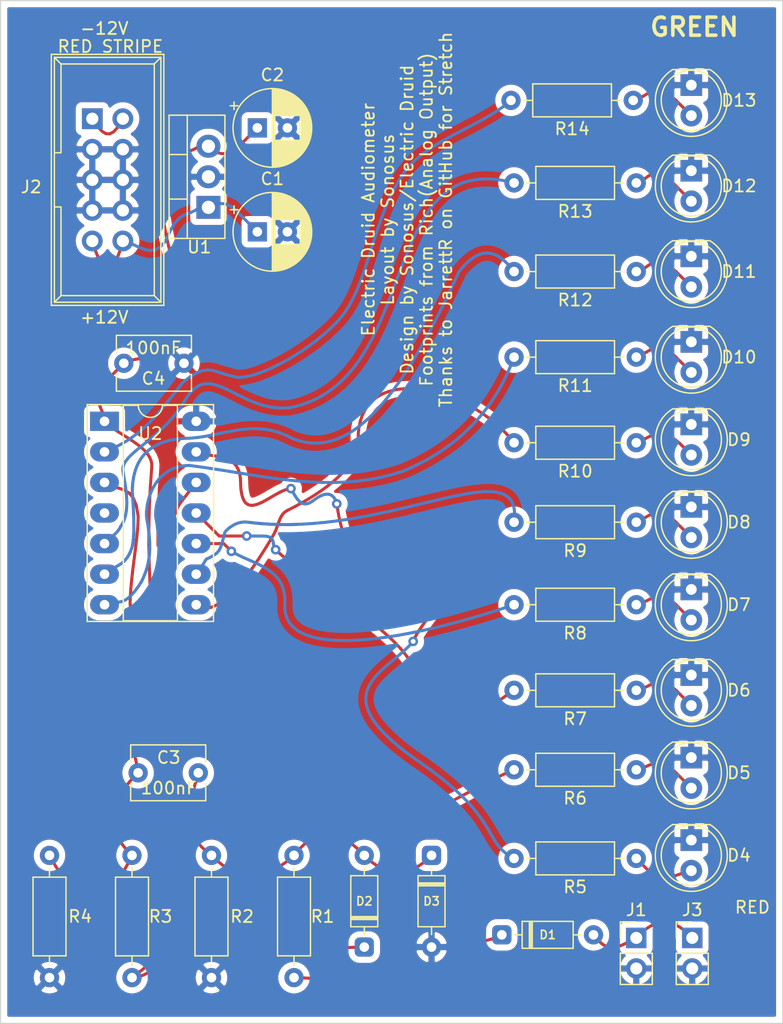
<source format=kicad_pcb>
(kicad_pcb (version 20171130) (host pcbnew "(5.1.9)-1")
  (layers (0 F.Cu signal) (31 B.Cu signal) (34 B.Paste user) (35 F.Paste user) (36 B.SilkS user) (37 F.SilkS user) (38 B.Mask user) (39 F.Mask user) (44 Edge.Cuts user))
  (net 0 "")
  (net 1 GND)
  (net 2 +12V)
  (net 3 +5V)
  (net 4 "Net-(C3-Pad2)")
  (net 5 input_pin)
  (net 6 input)
  (net 7 "Net-(D1-Pad1)")
  (net 8 "Net-(D4-Pad2)")
  (net 9 "Net-(D5-Pad2)")
  (net 10 "Net-(D6-Pad2)")
  (net 11 "Net-(D7-Pad2)")
  (net 12 "Net-(D8-Pad2)")
  (net 13 "Net-(D9-Pad2)")
  (net 14 "Net-(D10-Pad2)")
  (net 15 "Net-(D11-Pad2)")
  (net 16 "Net-(D12-Pad2)")
  (net 17 "Net-(D13-Pad2)")
  (net 18 -12V)
  (net 19 "Net-(R5-Pad2)")
  (net 20 "Net-(R6-Pad2)")
  (net 21 "Net-(R7-Pad2)")
  (net 22 "Net-(R8-Pad2)")
  (net 23 "Net-(R9-Pad2)")
  (net 24 "Net-(R10-Pad2)")
  (net 25 "Net-(R11-Pad2)")
  (net 26 "Net-(R12-Pad2)")
  (net 27 "Net-(R13-Pad2)")
  (net 28 "Net-(R14-Pad2)")
  (net 29 "Net-(U2-Pad4)")
  (module Package_DIP:DIP-14_W7.62mm_Socket_LongPads (layer F.Cu) (at 153.416 62.992)
    (fp_text reference U2 (at 3.81 1.016) (layer F.SilkS) (effects (font (size 1.000001 1.000001))))
    (fp_text value 16F1503-AUDIOMETER)
    (pad 14 thru_hole oval (at 7.62 0) (size 2.4 1.6) (drill 0.8) (layers *.Cu *.Mask) (net 1 GND))
    (pad 7 thru_hole oval (at 0 15.24) (size 2.4 1.6) (drill 0.8) (layers *.Cu *.Mask) (net 25 "Net-(R11-Pad2)"))
    (pad 13 thru_hole oval (at 7.62 2.54) (size 2.4 1.6) (drill 0.8) (layers *.Cu *.Mask) (net 19 "Net-(R5-Pad2)"))
    (pad 6 thru_hole oval (at 0 12.7) (size 2.4 1.6) (drill 0.8) (layers *.Cu *.Mask) (net 26 "Net-(R12-Pad2)"))
    (pad 12 thru_hole oval (at 7.62 5.08) (size 2.4 1.6) (drill 0.8) (layers *.Cu *.Mask) (net 20 "Net-(R6-Pad2)"))
    (pad 5 thru_hole oval (at 0 10.16) (size 2.4 1.6) (drill 0.8) (layers *.Cu *.Mask) (net 27 "Net-(R13-Pad2)"))
    (pad 11 thru_hole oval (at 7.62 7.62) (size 2.4 1.6) (drill 0.8) (layers *.Cu *.Mask) (net 21 "Net-(R7-Pad2)"))
    (pad 4 thru_hole oval (at 0 7.62) (size 2.4 1.6) (drill 0.8) (layers *.Cu *.Mask) (net 29 "Net-(U2-Pad4)"))
    (pad 10 thru_hole oval (at 7.62 10.16) (size 2.4 1.6) (drill 0.8) (layers *.Cu *.Mask) (net 22 "Net-(R8-Pad2)"))
    (pad 3 thru_hole oval (at 0 5.08) (size 2.4 1.6) (drill 0.8) (layers *.Cu *.Mask) (net 5 input_pin))
    (pad 9 thru_hole oval (at 7.62 12.7) (size 2.4 1.6) (drill 0.8) (layers *.Cu *.Mask) (net 23 "Net-(R9-Pad2)"))
    (pad 2 thru_hole oval (at 0 2.54) (size 2.4 1.6) (drill 0.8) (layers *.Cu *.Mask) (net 28 "Net-(R14-Pad2)"))
    (pad 8 thru_hole oval (at 7.62 15.24) (size 2.4 1.6) (drill 0.8) (layers *.Cu *.Mask) (net 24 "Net-(R10-Pad2)"))
    (pad 1 thru_hole rect (at 0 0) (size 2.4 1.6) (drill 0.8) (layers *.Cu *.Mask) (net 3 +5V))
  )
  (module Connector:Power_Header (layer F.Cu) (at 152.4 37.846)
    (fp_text reference J2 (at -5.08 5.67) (layer F.SilkS) (effects (font (size 1.000001 1.000001))))
    (fp_text value "EURO POWER")
    (fp_text user "RED STRIPE" (at 1.5 -6) (layer F.SilkS) (effects (font (size 1.000001 1.000001))))
    (fp_text user -12V (at 1 -7.5) (layer F.SilkS) (effects (font (size 1.000001 1.000001))))
    (fp_text user +12V (at 1 16.5) (layer F.SilkS) (effects (font (size 1.000001 1.000001))))
    (pad 10 thru_hole oval (at 2.54 10.16) (size 1.7272 1.7272) (drill 1.016) (layers *.Cu *.Mask) (net 2 +12V))
    (pad 9 thru_hole oval (at 0 10.16) (size 1.7272 1.7272) (drill 1.016) (layers *.Cu *.Mask) (net 2 +12V))
    (pad 8 thru_hole oval (at 2.54 7.62) (size 1.7272 1.7272) (drill 1.016) (layers *.Cu *.Mask) (net 1 GND))
    (pad 7 thru_hole oval (at 0 7.62) (size 1.7272 1.7272) (drill 1.016) (layers *.Cu *.Mask) (net 1 GND))
    (pad 6 thru_hole oval (at 2.54 5.08) (size 1.7272 1.7272) (drill 1.016) (layers *.Cu *.Mask) (net 1 GND))
    (pad 5 thru_hole oval (at 0 5.08) (size 1.7272 1.7272) (drill 1.016) (layers *.Cu *.Mask) (net 1 GND))
    (pad 4 thru_hole oval (at 2.54 2.54) (size 1.7272 1.7272) (drill 1.016) (layers *.Cu *.Mask) (net 1 GND))
    (pad 3 thru_hole oval (at 0 2.54) (size 1.7272 1.7272) (drill 1.016) (layers *.Cu *.Mask) (net 1 GND))
    (pad 2 thru_hole oval (at 2.54 0) (size 1.7272 1.7272) (drill 1.016) (layers *.Cu *.Mask) (net 18 -12V))
    (pad 1 thru_hole rect (at 0 0) (size 1.7272 1.7272) (drill 1.016) (layers *.Cu *.Mask) (net 18 -12V))
  )
  (module Connector_PinHeader_2.54mm:PinHeader_1x02_P2.54mm_Vertical (layer F.Cu) (at 202.262 105.918)
    (fp_text reference J3 (at 0 -2.33) (layer F.SilkS) (effects (font (size 1.000001 1.000001))))
    (fp_text value Conn_01x02)
    (pad 2 thru_hole oval (at 0 2.54) (size 1.7 1.7) (drill 1) (layers *.Cu *.Mask) (net 1 GND))
    (pad 1 thru_hole rect (at 0 0) (size 1.7 1.7) (drill 1) (layers *.Cu *.Mask) (net 6 input))
  )
  (module Connector_PinHeader_2.54mm:PinHeader_1x02_P2.54mm_Vertical (layer F.Cu) (at 197.612 105.918)
    (fp_text reference J1 (at 0 -2.33) (layer F.SilkS) (effects (font (size 1.000001 1.000001))))
    (fp_text value Conn_01x02)
    (pad 2 thru_hole oval (at 0 2.54) (size 1.7 1.7) (drill 1) (layers *.Cu *.Mask) (net 1 GND))
    (pad 1 thru_hole rect (at 0 0) (size 1.7 1.7) (drill 1) (layers *.Cu *.Mask) (net 6 input))
  )
  (module Package_TO_SOT_THT:TO-220-3_Vertical (layer F.Cu) (at 162.052 45.212 90)
    (fp_text reference U1 (at -3.302 -0.762) (layer F.SilkS) (effects (font (size 1.000001 1.000001))))
    (fp_text value L7805)
    (pad 3 thru_hole oval (at 5.08 0 90) (size 1.905 2) (drill 1.1) (layers *.Cu *.Mask) (net 3 +5V))
    (pad 2 thru_hole oval (at 2.54 0 90) (size 1.905 2) (drill 1.1) (layers *.Cu *.Mask) (net 1 GND))
    (pad 1 thru_hole rect (at 0 0 90) (size 1.905 2) (drill 1.1) (layers *.Cu *.Mask) (net 2 +12V))
  )
  (module Resistor_THT:R_Axial_DIN0207_L6.3mm_D2.5mm_P10.16mm_Horizontal (layer F.Cu) (at 197.358 36.322 180)
    (fp_text reference R14 (at 5.08 -2.37) (layer F.SilkS) (effects (font (size 1.000001 1.000001))))
    (fp_text value R)
    (pad 2 thru_hole oval (at 10.16 0 180) (size 1.6 1.6) (drill 0.8) (layers *.Cu *.Mask) (net 28 "Net-(R14-Pad2)"))
    (pad 1 thru_hole circle (at 0 0 180) (size 1.6 1.6) (drill 0.8) (layers *.Cu *.Mask) (net 17 "Net-(D13-Pad2)"))
  )
  (module Resistor_THT:R_Axial_DIN0207_L6.3mm_D2.5mm_P10.16mm_Horizontal (layer F.Cu) (at 197.612 43.18 180)
    (fp_text reference R13 (at 5.08 -2.37) (layer F.SilkS) (effects (font (size 1.000001 1.000001))))
    (fp_text value R)
    (pad 2 thru_hole oval (at 10.16 0 180) (size 1.6 1.6) (drill 0.8) (layers *.Cu *.Mask) (net 27 "Net-(R13-Pad2)"))
    (pad 1 thru_hole circle (at 0 0 180) (size 1.6 1.6) (drill 0.8) (layers *.Cu *.Mask) (net 16 "Net-(D12-Pad2)"))
  )
  (module Resistor_THT:R_Axial_DIN0207_L6.3mm_D2.5mm_P10.16mm_Horizontal (layer F.Cu) (at 197.612 50.546 180)
    (fp_text reference R12 (at 5.08 -2.37) (layer F.SilkS) (effects (font (size 1.000001 1.000001))))
    (fp_text value R)
    (pad 2 thru_hole oval (at 10.16 0 180) (size 1.6 1.6) (drill 0.8) (layers *.Cu *.Mask) (net 26 "Net-(R12-Pad2)"))
    (pad 1 thru_hole circle (at 0 0 180) (size 1.6 1.6) (drill 0.8) (layers *.Cu *.Mask) (net 15 "Net-(D11-Pad2)"))
  )
  (module Resistor_THT:R_Axial_DIN0207_L6.3mm_D2.5mm_P10.16mm_Horizontal (layer F.Cu) (at 197.612 57.658 180)
    (fp_text reference R11 (at 5.08 -2.37) (layer F.SilkS) (effects (font (size 1.000001 1.000001))))
    (fp_text value R)
    (pad 2 thru_hole oval (at 10.16 0 180) (size 1.6 1.6) (drill 0.8) (layers *.Cu *.Mask) (net 25 "Net-(R11-Pad2)"))
    (pad 1 thru_hole circle (at 0 0 180) (size 1.6 1.6) (drill 0.8) (layers *.Cu *.Mask) (net 14 "Net-(D10-Pad2)"))
  )
  (module Resistor_THT:R_Axial_DIN0207_L6.3mm_D2.5mm_P10.16mm_Horizontal (layer F.Cu) (at 197.612 64.77 180)
    (fp_text reference R10 (at 5.08 -2.37) (layer F.SilkS) (effects (font (size 1.000001 1.000001))))
    (fp_text value R)
    (pad 2 thru_hole oval (at 10.16 0 180) (size 1.6 1.6) (drill 0.8) (layers *.Cu *.Mask) (net 24 "Net-(R10-Pad2)"))
    (pad 1 thru_hole circle (at 0 0 180) (size 1.6 1.6) (drill 0.8) (layers *.Cu *.Mask) (net 13 "Net-(D9-Pad2)"))
  )
  (module Resistor_THT:R_Axial_DIN0207_L6.3mm_D2.5mm_P10.16mm_Horizontal (layer F.Cu) (at 197.612 71.374 180)
    (fp_text reference R9 (at 5.08 -2.37) (layer F.SilkS) (effects (font (size 1.000001 1.000001))))
    (fp_text value R)
    (pad 2 thru_hole oval (at 10.16 0 180) (size 1.6 1.6) (drill 0.8) (layers *.Cu *.Mask) (net 23 "Net-(R9-Pad2)"))
    (pad 1 thru_hole circle (at 0 0 180) (size 1.6 1.6) (drill 0.8) (layers *.Cu *.Mask) (net 12 "Net-(D8-Pad2)"))
  )
  (module Resistor_THT:R_Axial_DIN0207_L6.3mm_D2.5mm_P10.16mm_Horizontal (layer F.Cu) (at 197.612 78.232 180)
    (fp_text reference R8 (at 5.08 -2.37) (layer F.SilkS) (effects (font (size 1.000001 1.000001))))
    (fp_text value R)
    (pad 2 thru_hole oval (at 10.16 0 180) (size 1.6 1.6) (drill 0.8) (layers *.Cu *.Mask) (net 22 "Net-(R8-Pad2)"))
    (pad 1 thru_hole circle (at 0 0 180) (size 1.6 1.6) (drill 0.8) (layers *.Cu *.Mask) (net 11 "Net-(D7-Pad2)"))
  )
  (module Resistor_THT:R_Axial_DIN0207_L6.3mm_D2.5mm_P10.16mm_Horizontal (layer F.Cu) (at 197.612 85.344 180)
    (fp_text reference R7 (at 5.08 -2.37) (layer F.SilkS) (effects (font (size 1.000001 1.000001))))
    (fp_text value R)
    (pad 2 thru_hole oval (at 10.16 0 180) (size 1.6 1.6) (drill 0.8) (layers *.Cu *.Mask) (net 21 "Net-(R7-Pad2)"))
    (pad 1 thru_hole circle (at 0 0 180) (size 1.6 1.6) (drill 0.8) (layers *.Cu *.Mask) (net 10 "Net-(D6-Pad2)"))
  )
  (module Resistor_THT:R_Axial_DIN0207_L6.3mm_D2.5mm_P10.16mm_Horizontal (layer F.Cu) (at 197.612 91.948 180)
    (fp_text reference R6 (at 5.08 -2.37) (layer F.SilkS) (effects (font (size 1.000001 1.000001))))
    (fp_text value R)
    (pad 2 thru_hole oval (at 10.16 0 180) (size 1.6 1.6) (drill 0.8) (layers *.Cu *.Mask) (net 20 "Net-(R6-Pad2)"))
    (pad 1 thru_hole circle (at 0 0 180) (size 1.6 1.6) (drill 0.8) (layers *.Cu *.Mask) (net 9 "Net-(D5-Pad2)"))
  )
  (module Resistor_THT:R_Axial_DIN0207_L6.3mm_D2.5mm_P10.16mm_Horizontal (layer F.Cu) (at 197.612 99.314 180)
    (fp_text reference R5 (at 5.08 -2.37) (layer F.SilkS) (effects (font (size 1.000001 1.000001))))
    (fp_text value R)
    (pad 2 thru_hole oval (at 10.16 0 180) (size 1.6 1.6) (drill 0.8) (layers *.Cu *.Mask) (net 19 "Net-(R5-Pad2)"))
    (pad 1 thru_hole circle (at 0 0 180) (size 1.6 1.6) (drill 0.8) (layers *.Cu *.Mask) (net 8 "Net-(D4-Pad2)"))
  )
  (module Resistor_THT:R_Axial_DIN0207_L6.3mm_D2.5mm_P10.16mm_Horizontal (layer F.Cu) (at 148.844 109.22 90)
    (fp_text reference R4 (at 5.08 2.54) (layer F.SilkS) (effects (font (size 1.000001 1.000001))))
    (fp_text value 100k)
    (pad 2 thru_hole oval (at 10.16 0 90) (size 1.6 1.6) (drill 0.8) (layers *.Cu *.Mask) (net 5 input_pin))
    (pad 1 thru_hole circle (at 0 0 90) (size 1.6 1.6) (drill 0.8) (layers *.Cu *.Mask) (net 1 GND))
  )
  (module Resistor_THT:R_Axial_DIN0207_L6.3mm_D2.5mm_P10.16mm_Horizontal (layer F.Cu) (at 155.702 99.06 270)
    (fp_text reference R3 (at 5.08 -2.37) (layer F.SilkS) (effects (font (size 1.000001 1.000001))))
    (fp_text value 100k)
    (pad 2 thru_hole oval (at 10.16 0 270) (size 1.6 1.6) (drill 0.8) (layers *.Cu *.Mask) (net 3 +5V))
    (pad 1 thru_hole circle (at 0 0 270) (size 1.6 1.6) (drill 0.8) (layers *.Cu *.Mask) (net 5 input_pin))
  )
  (module Resistor_THT:R_Axial_DIN0207_L6.3mm_D2.5mm_P10.16mm_Horizontal (layer F.Cu) (at 162.306 109.22 90)
    (fp_text reference R2 (at 5.08 2.54) (layer F.SilkS) (effects (font (size 1.000001 1.000001))))
    (fp_text value 10k)
    (pad 2 thru_hole oval (at 10.16 0 90) (size 1.6 1.6) (drill 0.8) (layers *.Cu *.Mask) (net 4 "Net-(C3-Pad2)"))
    (pad 1 thru_hole circle (at 0 0 90) (size 1.6 1.6) (drill 0.8) (layers *.Cu *.Mask) (net 1 GND))
  )
  (module Resistor_THT:R_Axial_DIN0207_L6.3mm_D2.5mm_P10.16mm_Horizontal (layer F.Cu) (at 169.164 99.06 270)
    (fp_text reference R1 (at 5.08 -2.37) (layer F.SilkS) (effects (font (size 1.000001 1.000001))))
    (fp_text value 10k)
    (pad 2 thru_hole oval (at 10.16 0 270) (size 1.6 1.6) (drill 0.8) (layers *.Cu *.Mask) (net 7 "Net-(D1-Pad1)"))
    (pad 1 thru_hole circle (at 0 0 270) (size 1.6 1.6) (drill 0.8) (layers *.Cu *.Mask) (net 4 "Net-(C3-Pad2)"))
  )
  (module LED_THT:LED_D5.0mm (layer F.Cu) (at 202.184 35.052 270)
    (fp_text reference D13 (at 1.27 -3.96) (layer F.SilkS) (effects (font (size 1.000001 1.000001))))
    (fp_text value LED)
    (pad 2 thru_hole circle (at 2.54 0 270) (size 1.8 1.8) (drill 0.9) (layers *.Cu *.Mask) (net 17 "Net-(D13-Pad2)"))
    (pad 1 thru_hole rect (at 0 0 270) (size 1.8 1.8) (drill 0.9) (layers *.Cu *.Mask) (net 1 GND))
  )
  (module LED_THT:LED_D5.0mm (layer F.Cu) (at 202.184 42.164 270)
    (fp_text reference D12 (at 1.27 -3.96) (layer F.SilkS) (effects (font (size 1.000001 1.000001))))
    (fp_text value LED)
    (pad 2 thru_hole circle (at 2.54 0 270) (size 1.8 1.8) (drill 0.9) (layers *.Cu *.Mask) (net 16 "Net-(D12-Pad2)"))
    (pad 1 thru_hole rect (at 0 0 270) (size 1.8 1.8) (drill 0.9) (layers *.Cu *.Mask) (net 1 GND))
  )
  (module LED_THT:LED_D5.0mm (layer F.Cu) (at 202.184 49.276 270)
    (fp_text reference D11 (at 1.27 -3.96) (layer F.SilkS) (effects (font (size 1.000001 1.000001))))
    (fp_text value LED)
    (pad 2 thru_hole circle (at 2.54 0 270) (size 1.8 1.8) (drill 0.9) (layers *.Cu *.Mask) (net 15 "Net-(D11-Pad2)"))
    (pad 1 thru_hole rect (at 0 0 270) (size 1.8 1.8) (drill 0.9) (layers *.Cu *.Mask) (net 1 GND))
  )
  (module LED_THT:LED_D5.0mm (layer F.Cu) (at 202.184 56.388 270)
    (fp_text reference D10 (at 1.27 -3.96) (layer F.SilkS) (effects (font (size 1.000001 1.000001))))
    (fp_text value LED)
    (pad 2 thru_hole circle (at 2.54 0 270) (size 1.8 1.8) (drill 0.9) (layers *.Cu *.Mask) (net 14 "Net-(D10-Pad2)"))
    (pad 1 thru_hole rect (at 0 0 270) (size 1.8 1.8) (drill 0.9) (layers *.Cu *.Mask) (net 1 GND))
  )
  (module LED_THT:LED_D5.0mm (layer F.Cu) (at 202.184 63.246 270)
    (fp_text reference D9 (at 1.27 -3.96) (layer F.SilkS) (effects (font (size 1.000001 1.000001))))
    (fp_text value LED)
    (pad 2 thru_hole circle (at 2.54 0 270) (size 1.8 1.8) (drill 0.9) (layers *.Cu *.Mask) (net 13 "Net-(D9-Pad2)"))
    (pad 1 thru_hole rect (at 0 0 270) (size 1.8 1.8) (drill 0.9) (layers *.Cu *.Mask) (net 1 GND))
  )
  (module LED_THT:LED_D5.0mm (layer F.Cu) (at 202.184 70.104 270)
    (fp_text reference D8 (at 1.27 -3.96) (layer F.SilkS) (effects (font (size 1.000001 1.000001))))
    (fp_text value LED)
    (pad 2 thru_hole circle (at 2.54 0 270) (size 1.8 1.8) (drill 0.9) (layers *.Cu *.Mask) (net 12 "Net-(D8-Pad2)"))
    (pad 1 thru_hole rect (at 0 0 270) (size 1.8 1.8) (drill 0.9) (layers *.Cu *.Mask) (net 1 GND))
  )
  (module LED_THT:LED_D5.0mm (layer F.Cu) (at 202.184 76.962 270)
    (fp_text reference D7 (at 1.27 -3.96) (layer F.SilkS) (effects (font (size 1.000001 1.000001))))
    (fp_text value LED)
    (pad 2 thru_hole circle (at 2.54 0 270) (size 1.8 1.8) (drill 0.9) (layers *.Cu *.Mask) (net 11 "Net-(D7-Pad2)"))
    (pad 1 thru_hole rect (at 0 0 270) (size 1.8 1.8) (drill 0.9) (layers *.Cu *.Mask) (net 1 GND))
  )
  (module LED_THT:LED_D5.0mm (layer F.Cu) (at 202.184 84.074 270)
    (fp_text reference D6 (at 1.27 -3.96) (layer F.SilkS) (effects (font (size 1.000001 1.000001))))
    (fp_text value LED)
    (pad 2 thru_hole circle (at 2.54 0 270) (size 1.8 1.8) (drill 0.9) (layers *.Cu *.Mask) (net 10 "Net-(D6-Pad2)"))
    (pad 1 thru_hole rect (at 0 0 270) (size 1.8 1.8) (drill 0.9) (layers *.Cu *.Mask) (net 1 GND))
  )
  (module LED_THT:LED_D5.0mm (layer F.Cu) (at 202.184 90.932 270)
    (fp_text reference D5 (at 1.27 -3.96) (layer F.SilkS) (effects (font (size 1.000001 1.000001))))
    (fp_text value LED)
    (pad 2 thru_hole circle (at 2.54 0 270) (size 1.8 1.8) (drill 0.9) (layers *.Cu *.Mask) (net 9 "Net-(D5-Pad2)"))
    (pad 1 thru_hole rect (at 0 0 270) (size 1.8 1.8) (drill 0.9) (layers *.Cu *.Mask) (net 1 GND))
  )
  (module LED_THT:LED_D5.0mm (layer F.Cu) (at 202.184 97.79 270)
    (fp_text reference D4 (at 1.27 -3.96) (layer F.SilkS) (effects (font (size 1.000001 1.000001))))
    (fp_text value LED)
    (pad 2 thru_hole circle (at 2.54 0 270) (size 1.8 1.8) (drill 0.9) (layers *.Cu *.Mask) (net 8 "Net-(D4-Pad2)"))
    (pad 1 thru_hole rect (at 0 0 270) (size 1.8 1.8) (drill 0.9) (layers *.Cu *.Mask) (net 1 GND))
  )
  (module Diode_THT:D_DO-35_SOD27_P7.62mm_Horizontal (layer F.Cu) (at 180.594 99.06 270)
    (fp_text reference D3 (at 3.81 0) (layer F.SilkS) (effects (font (size 0.7 0.7) (thickness 0.13))))
    (fp_text value D_Zener)
    (pad 2 thru_hole oval (at 7.62 0 270) (size 1.6 1.6) (drill 0.8) (layers *.Cu *.Mask) (net 1 GND))
    (pad 1 thru_hole roundrect (at 0 0 270) (size 1.6 1.6) (drill 0.8) (layers *.Cu *.Mask) (net 4 "Net-(C3-Pad2)"))
  )
  (module Diode_THT:D_DO-35_SOD27_P7.62mm_Horizontal (layer F.Cu) (at 175.006 106.68 90)
    (fp_text reference D2 (at 3.81 0) (layer F.SilkS) (effects (font (size 0.7 0.7) (thickness 0.13))))
    (fp_text value D_Zener)
    (pad 2 thru_hole oval (at 7.62 0 90) (size 1.6 1.6) (drill 0.8) (layers *.Cu *.Mask) (net 4 "Net-(C3-Pad2)"))
    (pad 1 thru_hole roundrect (at 0 0 90) (size 1.6 1.6) (drill 0.8) (layers *.Cu *.Mask) (net 3 +5V))
  )
  (module Diode_THT:D_DO-35_SOD27_P7.62mm_Horizontal (layer F.Cu) (at 186.436 105.664)
    (fp_text reference D1 (at 3.81 0) (layer F.SilkS) (effects (font (size 0.7 0.7) (thickness 0.13))))
    (fp_text value D)
    (pad 2 thru_hole oval (at 7.62 0) (size 1.6 1.6) (drill 0.8) (layers *.Cu *.Mask) (net 6 input))
    (pad 1 thru_hole roundrect (at 0 0) (size 1.6 1.6) (drill 0.8) (layers *.Cu *.Mask) (net 7 "Net-(D1-Pad1)"))
  )
  (module Capacitor_THT:C_Disc_D6.0mm_W4.4mm_P5.00mm (layer F.Cu) (at 160.02 58.166 180)
    (fp_text reference C4 (at 2.54 -1.27) (layer F.SilkS) (effects (font (size 1.000001 1.000001))))
    (fp_text value 100nF)
    (fp_text user %V (at 2.54 1.27) (layer F.SilkS) (effects (font (size 1.000001 1.000001))))
    (pad 2 thru_hole circle (at 5 0 180) (size 1.6 1.6) (drill 0.8) (layers *.Cu *.Mask) (net 3 +5V))
    (pad 1 thru_hole circle (at 0 0 180) (size 1.6 1.6) (drill 0.8) (layers *.Cu *.Mask) (net 1 GND))
  )
  (module Capacitor_THT:C_Disc_D6.0mm_W4.4mm_P5.00mm (layer F.Cu) (at 156.21 92.202)
    (fp_text reference C3 (at 2.54 -1.27) (layer F.SilkS) (effects (font (size 1.000001 1.000001))))
    (fp_text value 100nF)
    (fp_text user %V (at 2.54 1.27) (layer F.SilkS) (effects (font (size 1.000001 1.000001))))
    (pad 2 thru_hole circle (at 5 0) (size 1.6 1.6) (drill 0.8) (layers *.Cu *.Mask) (net 4 "Net-(C3-Pad2)"))
    (pad 1 thru_hole circle (at 0 0) (size 1.6 1.6) (drill 0.8) (layers *.Cu *.Mask) (net 5 input_pin))
  )
  (module Capacitor_THT:CP_Radial_D6.3mm_P2.50mm (layer F.Cu) (at 166.116 38.608)
    (fp_text reference C2 (at 1.25 -4.4) (layer F.SilkS) (effects (font (size 1.000001 1.000001))))
    (fp_text value 10uF)
    (pad 2 thru_hole circle (at 2.5 0) (size 1.6 1.6) (drill 0.8) (layers *.Cu *.Mask) (net 1 GND))
    (pad 1 thru_hole rect (at 0 0) (size 1.6 1.6) (drill 0.8) (layers *.Cu *.Mask) (net 3 +5V))
  )
  (module Capacitor_THT:CP_Radial_D6.3mm_P2.50mm (layer F.Cu) (at 166.116 47.244)
    (fp_text reference C1 (at 1.25 -4.4) (layer F.SilkS) (effects (font (size 1.000001 1.000001))))
    (fp_text value 10uF)
    (pad 2 thru_hole circle (at 2.5 0) (size 1.6 1.6) (drill 0.8) (layers *.Cu *.Mask) (net 1 GND))
    (pad 1 thru_hole rect (at 0 0) (size 1.6 1.6) (drill 0.8) (layers *.Cu *.Mask) (net 2 +12V))
  )
  (gr_line (start 209.779999 28.03) (end 209.779999 113.03) (layer Edge.Cuts) (width 0.1))
  (gr_line (start 144.779999 28.03) (end 209.779999 28.03) (layer Edge.Cuts) (width 0.1))
  (gr_line (start 144.779999 113.03) (end 144.779999 28.03) (layer Edge.Cuts) (width 0.1))
  (gr_line (start 209.779999 113.03) (end 144.779999 113.03) (layer Edge.Cuts) (width 0.1))
  (gr_text "Electric Druid Audiometer\nLayout by Sonosus\nDesign by Sonosus/Electric Druid\nFootprints from Rich(Analog Output)\nThanks to JarrettR on GitHub for Stretch" (at 178.561998 46.228 90) (layer F.SilkS) (effects (font (size 1.000001 1.000001))))
  (gr_text "RED\n" (at 207.264005 103.377996) (layer F.SilkS) (effects (font (size 1.000001 1.000001))))
  (gr_text GREEN (at 202.438008 30.225999) (layer F.SilkS) (effects (font (size 1.499999 1.499999) (thickness 0.3))))
  (segment (start 202.261999 108.458001) (end 202.261999 108.887999) (width 0.25) (layer F.Cu) (net 1))
  (segment (start 160.948465 45.468664) (end 161.29 45.212) (width 0.25) (layer B.Cu) (net 2))
  (segment (start 160.2852 45.744344) (end 160.615294 45.624978) (width 0.25) (layer B.Cu) (net 2))
  (segment (start 159.613118 46.125839) (end 159.952902 45.890164) (width 0.25) (layer B.Cu) (net 2))
  (segment (start 158.889949 47.120355) (end 159.260561 46.514769) (width 0.25) (layer B.Cu) (net 2))
  (segment (start 158.496 48.006) (end 158.889949 47.120355) (width 0.25) (layer B.Cu) (net 2))
  (segment (start 159.260561 46.514769) (end 159.613118 46.125839) (width 0.25) (layer B.Cu) (net 2))
  (segment (start 159.952902 45.890164) (end 160.2852 45.744344) (width 0.25) (layer B.Cu) (net 2))
  (segment (start 160.615294 45.624978) (end 160.948465 45.468664) (width 0.25) (layer B.Cu) (net 2))
  (segment (start 158.061975 48.49835) (end 158.496 48.006) (width 0.25) (layer B.Cu) (net 2))
  (segment (start 157.179272 48.794302) (end 157.622687 48.743335) (width 0.25) (layer B.Cu) (net 2))
  (segment (start 156.284597 48.52757) (end 156.732865 48.704598) (width 0.25) (layer B.Cu) (net 2))
  (segment (start 155.38703 48.124925) (end 155.835607 48.316565) (width 0.25) (layer B.Cu) (net 2))
  (segment (start 154.94 48.006) (end 155.38703 48.124925) (width 0.25) (layer B.Cu) (net 2))
  (segment (start 155.835607 48.316565) (end 156.284597 48.52757) (width 0.25) (layer B.Cu) (net 2))
  (segment (start 156.732865 48.704598) (end 157.179272 48.794302) (width 0.25) (layer B.Cu) (net 2))
  (segment (start 157.622687 48.743335) (end 158.061975 48.49835) (width 0.25) (layer B.Cu) (net 2))
  (segment (start 164.083999 45.212) (end 166.115999 47.244) (width 0.25) (layer B.Cu) (net 2))
  (segment (start 163.685788 45.003924) (end 164.083999 45.212008) (width 0.25) (layer B.Cu) (net 2))
  (segment (start 162.961182 44.892965) (end 163.313506 44.906036) (width 0.25) (layer B.Cu) (net 2))
  (segment (start 162.292532 45.019828) (end 162.622849 44.939358) (width 0.25) (layer B.Cu) (net 2))
  (segment (start 161.632077 45.18152) (end 161.964266 45.109006) (width 0.25) (layer B.Cu) (net 2))
  (segment (start 161.29 45.212) (end 161.632077 45.18152) (width 0.25) (layer B.Cu) (net 2))
  (segment (start 161.964266 45.109006) (end 162.292532 45.019828) (width 0.25) (layer B.Cu) (net 2))
  (segment (start 162.622849 44.939358) (end 162.961182 44.892965) (width 0.25) (layer B.Cu) (net 2))
  (segment (start 163.313506 44.906036) (end 163.685788 45.003924) (width 0.25) (layer B.Cu) (net 2))
  (segment (start 154.768884 48.61538) (end 154.94 48.005997) (width 0.25) (layer F.Cu) (net 2))
  (segment (start 154.434503 49.459181) (end 154.600358 49.095025) (width 0.25) (layer F.Cu) (net 2))
  (segment (start 154.111148 49.898048) (end 154.271404 49.722103) (width 0.25) (layer F.Cu) (net 2))
  (segment (start 153.799493 50.046014) (end 153.953814 50.001267) (width 0.25) (layer F.Cu) (net 2))
  (segment (start 153.483379 50.003559) (end 153.648262 50.046543) (width 0.25) (layer F.Cu) (net 2))
  (segment (start 153.163205 49.758525) (end 153.321827 49.909068) (width 0.25) (layer F.Cu) (net 2))
  (segment (start 152.853147 49.271113) (end 153.007114 49.547388) (width 0.25) (layer F.Cu) (net 2))
  (segment (start 152.549993 48.504961) (end 152.700906 48.925152) (width 0.25) (layer F.Cu) (net 2))
  (segment (start 152.400001 48.006) (end 152.549993 48.504961) (width 0.25) (layer F.Cu) (net 2))
  (segment (start 152.700906 48.925152) (end 152.853147 49.271113) (width 0.25) (layer F.Cu) (net 2))
  (segment (start 153.007114 49.547388) (end 153.163205 49.758525) (width 0.25) (layer F.Cu) (net 2))
  (segment (start 153.321827 49.909068) (end 153.483379 50.003559) (width 0.25) (layer F.Cu) (net 2))
  (segment (start 153.648262 50.046543) (end 153.799493 50.046014) (width 0.25) (layer F.Cu) (net 2))
  (segment (start 153.953814 50.001267) (end 154.111148 49.898048) (width 0.25) (layer F.Cu) (net 2))
  (segment (start 154.271404 49.722103) (end 154.434503 49.459181) (width 0.25) (layer F.Cu) (net 2))
  (segment (start 154.600358 49.095025) (end 154.768884 48.61538) (width 0.25) (layer F.Cu) (net 2))
  (segment (start 164.591999 40.132001) (end 166.115999 38.608001) (width 0.25) (layer F.Cu) (net 3))
  (segment (start 164.065023 40.531789) (end 164.591999 40.132001) (width 0.25) (layer F.Cu) (net 3))
  (segment (start 163.17736 40.749363) (end 163.598037 40.721619) (width 0.25) (layer F.Cu) (net 3))
  (segment (start 162.420239 40.510037) (end 162.789319 40.662879) (width 0.25) (layer F.Cu) (net 3))
  (segment (start 161.684255 40.196734) (end 162.056442 40.338701) (width 0.25) (layer F.Cu) (net 3))
  (segment (start 161.29 40.132001) (end 161.684255 40.196734) (width 0.25) (layer F.Cu) (net 3))
  (segment (start 162.056442 40.338701) (end 162.420239 40.510037) (width 0.25) (layer F.Cu) (net 3))
  (segment (start 162.789319 40.662879) (end 163.17736 40.749363) (width 0.25) (layer F.Cu) (net 3))
  (segment (start 163.598037 40.721619) (end 164.065023 40.531789) (width 0.25) (layer F.Cu) (net 3))
  (segment (start 155.201499 58.073468) (end 155.020002 58.166001) (width 0.25) (layer F.Cu) (net 3))
  (segment (start 155.596519 57.930985) (end 155.394099 57.995758) (width 0.25) (layer F.Cu) (net 3))
  (segment (start 156.025681 57.832732) (end 155.807474 57.877272) (width 0.25) (layer F.Cu) (net 3))
  (segment (start 156.478711 57.763649) (end 156.249854 57.795484) (width 0.25) (layer F.Cu) (net 3))
  (segment (start 156.94533 57.708679) (end 156.710962 57.735342) (width 0.25) (layer F.Cu) (net 3))
  (segment (start 157.415267 57.652768) (end 157.180526 57.681782) (width 0.25) (layer F.Cu) (net 3))
  (segment (start 157.878246 57.580857) (end 157.64827 57.619753) (width 0.25) (layer F.Cu) (net 3))
  (segment (start 158.323989 57.477889) (end 158.103914 57.534197) (width 0.25) (layer F.Cu) (net 3))
  (segment (start 158.742227 57.328807) (end 158.537188 57.410055) (width 0.25) (layer F.Cu) (net 3))
  (segment (start 159.122676 57.118556) (end 158.937817 57.232268) (width 0.25) (layer F.Cu) (net 3))
  (segment (start 159.45507 56.832075) (end 159.295523 56.985785) (width 0.25) (layer F.Cu) (net 3))
  (segment (start 159.729125 56.454311) (end 159.600032 56.655545) (width 0.25) (layer F.Cu) (net 3))
  (segment (start 159.934574 55.970206) (end 159.841067 56.226492) (width 0.25) (layer F.Cu) (net 3))
  (segment (start 160.061137 55.364702) (end 160.008358 55.683569) (width 0.25) (layer F.Cu) (net 3))
  (segment (start 160.098531 54.622741) (end 160.091625 55.011718) (width 0.25) (layer F.Cu) (net 3))
  (segment (start 160.036505 53.72927) (end 160.080592 54.195886) (width 0.25) (layer F.Cu) (net 3))
  (segment (start 159.96499 53.221011) (end 160.036505 53.72927) (width 0.25) (layer F.Cu) (net 3))
  (segment (start 160.080592 54.195886) (end 160.098531 54.622741) (width 0.25) (layer F.Cu) (net 3))
  (segment (start 160.091625 55.011718) (end 160.061137 55.364702) (width 0.25) (layer F.Cu) (net 3))
  (segment (start 160.008358 55.683569) (end 159.934574 55.970206) (width 0.25) (layer F.Cu) (net 3))
  (segment (start 159.841067 56.226492) (end 159.729125 56.454311) (width 0.25) (layer F.Cu) (net 3))
  (segment (start 159.600032 56.655545) (end 159.45507 56.832075) (width 0.25) (layer F.Cu) (net 3))
  (segment (start 159.295523 56.985785) (end 159.122676 57.118556) (width 0.25) (layer F.Cu) (net 3))
  (segment (start 158.937817 57.232268) (end 158.742227 57.328807) (width 0.25) (layer F.Cu) (net 3))
  (segment (start 158.537188 57.410055) (end 158.323989 57.477889) (width 0.25) (layer F.Cu) (net 3))
  (segment (start 158.103914 57.534197) (end 157.878246 57.580857) (width 0.25) (layer F.Cu) (net 3))
  (segment (start 157.64827 57.619753) (end 157.415267 57.652768) (width 0.25) (layer F.Cu) (net 3))
  (segment (start 157.180526 57.681782) (end 156.94533 57.708679) (width 0.25) (layer F.Cu) (net 3))
  (segment (start 156.710962 57.735342) (end 156.478711 57.763649) (width 0.25) (layer F.Cu) (net 3))
  (segment (start 156.249854 57.795484) (end 156.025681 57.832732) (width 0.25) (layer F.Cu) (net 3))
  (segment (start 155.807474 57.877272) (end 155.596519 57.930985) (width 0.25) (layer F.Cu) (net 3))
  (segment (start 155.394099 57.995758) (end 155.201499 58.073468) (width 0.25) (layer F.Cu) (net 3))
  (segment (start 159.827605 52.70071) (end 159.965096 53.221011) (width 0.25) (layer F.Cu) (net 3))
  (segment (start 159.566917 51.711346) (end 159.694835 52.197571) (width 0.25) (layer F.Cu) (net 3))
  (segment (start 159.326167 50.788673) (end 159.443983 51.241795) (width 0.25) (layer F.Cu) (net 3))
  (segment (start 159.106407 49.930732) (end 159.213598 50.351734) (width 0.25) (layer F.Cu) (net 3))
  (segment (start 158.908692 49.135572) (end 159.004728 49.525428) (width 0.25) (layer F.Cu) (net 3))
  (segment (start 158.734077 48.401234) (end 158.818432 48.760922) (width 0.25) (layer F.Cu) (net 3))
  (segment (start 158.583614 47.725764) (end 158.655761 48.056263) (width 0.25) (layer F.Cu) (net 3))
  (segment (start 158.458358 47.107205) (end 158.51777 47.409491) (width 0.25) (layer F.Cu) (net 3))
  (segment (start 158.359361 46.543603) (end 158.40551 46.818656) (width 0.25) (layer F.Cu) (net 3))
  (segment (start 158.287678 46.032999) (end 158.320039 46.281798) (width 0.25) (layer F.Cu) (net 3))
  (segment (start 158.244365 45.573445) (end 158.26241 45.796962) (width 0.25) (layer F.Cu) (net 3))
  (segment (start 158.230475 45.162975) (end 158.233676 45.362196) (width 0.25) (layer F.Cu) (net 3))
  (segment (start 158.247064 44.799644) (end 158.234893 44.975539) (width 0.25) (layer F.Cu) (net 3))
  (segment (start 158.295181 44.481491) (end 158.26712 44.635042) (width 0.25) (layer F.Cu) (net 3))
  (segment (start 158.375877 44.20656) (end 158.33139 44.338743) (width 0.25) (layer F.Cu) (net 3))
  (segment (start 158.490208 43.972896) (end 158.428772 44.08469) (width 0.25) (layer F.Cu) (net 3))
  (segment (start 158.644519 43.762179) (end 158.560318 43.870928) (width 0.25) (layer F.Cu) (net 3))
  (segment (start 158.808618 43.555656) (end 158.727325 43.657139) (width 0.25) (layer F.Cu) (net 3))
  (segment (start 158.966175 43.362727) (end 158.888274 43.457569) (width 0.25) (layer F.Cu) (net 3))
  (segment (start 159.116223 43.182143) (end 159.042198 43.270969) (width 0.25) (layer F.Cu) (net 3))
  (segment (start 159.257802 43.012654) (end 159.188131 43.09609) (width 0.25) (layer F.Cu) (net 3))
  (segment (start 159.389942 42.853012) (end 159.325111 42.931681) (width 0.25) (layer F.Cu) (net 3))
  (segment (start 159.511685 42.701967) (end 159.452175 42.776492) (width 0.25) (layer F.Cu) (net 3))
  (segment (start 159.622061 42.558272) (end 159.568354 42.629278) (width 0.25) (layer F.Cu) (net 3))
  (segment (start 159.720108 42.420673) (end 159.672687 42.488787) (width 0.25) (layer F.Cu) (net 3))
  (segment (start 159.804862 42.287926) (end 159.764206 42.35377) (width 0.25) (layer F.Cu) (net 3))
  (segment (start 159.875357 42.158777) (end 159.841951 42.222979) (width 0.25) (layer F.Cu) (net 3))
  (segment (start 159.930621 42.031981) (end 159.904956 42.095164) (width 0.25) (layer F.Cu) (net 3))
  (segment (start 159.9697 41.906288) (end 159.952237 41.969077) (width 0.25) (layer F.Cu) (net 3))
  (segment (start 159.991634 41.78045) (end 159.982876 41.843466) (width 0.25) (layer F.Cu) (net 3))
  (segment (start 159.995338 41.653214) (end 159.995867 41.717085) (width 0.25) (layer F.Cu) (net 3))
  (segment (start 159.980072 41.523333) (end 159.990152 41.588683) (width 0.25) (layer F.Cu) (net 3))
  (segment (start 159.96499 41.45701) (end 159.980072 41.523333) (width 0.25) (layer F.Cu) (net 3))
  (segment (start 159.990152 41.588683) (end 159.995338 41.653214) (width 0.25) (layer F.Cu) (net 3))
  (segment (start 159.995867 41.717085) (end 159.991634 41.78045) (width 0.25) (layer F.Cu) (net 3))
  (segment (start 159.982876 41.843466) (end 159.9697 41.906288) (width 0.25) (layer F.Cu) (net 3))
  (segment (start 159.952237 41.969077) (end 159.930621 42.031981) (width 0.25) (layer F.Cu) (net 3))
  (segment (start 159.904956 42.095164) (end 159.875357 42.158777) (width 0.25) (layer F.Cu) (net 3))
  (segment (start 159.841951 42.222979) (end 159.804862 42.287926) (width 0.25) (layer F.Cu) (net 3))
  (segment (start 159.764206 42.35377) (end 159.720108 42.420673) (width 0.25) (layer F.Cu) (net 3))
  (segment (start 159.672687 42.488787) (end 159.622061 42.558272) (width 0.25) (layer F.Cu) (net 3))
  (segment (start 159.568354 42.629278) (end 159.511685 42.701967) (width 0.25) (layer F.Cu) (net 3))
  (segment (start 159.452175 42.776492) (end 159.389942 42.853012) (width 0.25) (layer F.Cu) (net 3))
  (segment (start 159.325111 42.931681) (end 159.257802 43.012654) (width 0.25) (layer F.Cu) (net 3))
  (segment (start 159.188131 43.09609) (end 159.116223 43.182143) (width 0.25) (layer F.Cu) (net 3))
  (segment (start 159.042198 43.270969) (end 158.966175 43.362727) (width 0.25) (layer F.Cu) (net 3))
  (segment (start 158.888274 43.457569) (end 158.808618 43.555656) (width 0.25) (layer F.Cu) (net 3))
  (segment (start 158.727325 43.657139) (end 158.644519 43.762179) (width 0.25) (layer F.Cu) (net 3))
  (segment (start 158.560318 43.870928) (end 158.490208 43.972896) (width 0.25) (layer F.Cu) (net 3))
  (segment (start 158.428772 44.08469) (end 158.375877 44.20656) (width 0.25) (layer F.Cu) (net 3))
  (segment (start 158.33139 44.338743) (end 158.295181 44.481491) (width 0.25) (layer F.Cu) (net 3))
  (segment (start 158.26712 44.635042) (end 158.247064 44.799644) (width 0.25) (layer F.Cu) (net 3))
  (segment (start 158.234893 44.975539) (end 158.230475 45.162975) (width 0.25) (layer F.Cu) (net 3))
  (segment (start 158.233676 45.362196) (end 158.244365 45.573445) (width 0.25) (layer F.Cu) (net 3))
  (segment (start 158.26241 45.796962) (end 158.287678 46.032999) (width 0.25) (layer F.Cu) (net 3))
  (segment (start 158.320039 46.281798) (end 158.359361 46.543603) (width 0.25) (layer F.Cu) (net 3))
  (segment (start 158.40551 46.818656) (end 158.458358 47.107205) (width 0.25) (layer F.Cu) (net 3))
  (segment (start 158.51777 47.409491) (end 158.583614 47.725764) (width 0.25) (layer F.Cu) (net 3))
  (segment (start 158.655761 48.056263) (end 158.734077 48.401234) (width 0.25) (layer F.Cu) (net 3))
  (segment (start 158.818432 48.760922) (end 158.908692 49.135572) (width 0.25) (layer F.Cu) (net 3))
  (segment (start 159.004728 49.525428) (end 159.106407 49.930732) (width 0.25) (layer F.Cu) (net 3))
  (segment (start 159.213598 50.351734) (end 159.326167 50.788673) (width 0.25) (layer F.Cu) (net 3))
  (segment (start 159.443983 51.241795) (end 159.566917 51.711346) (width 0.25) (layer F.Cu) (net 3))
  (segment (start 159.694835 52.197571) (end 159.827605 52.70071) (width 0.25) (layer F.Cu) (net 3))
  (segment (start 159.924337 41.169731) (end 159.96499 41.45701) (width 0.25) (layer F.Cu) (net 3))
  (segment (start 160.133858 40.766691) (end 159.988229 40.944107) (width 0.25) (layer F.Cu) (net 3))
  (segment (start 160.579128 40.502679) (end 160.338426 40.62403) (width 0.25) (layer F.Cu) (net 3))
  (segment (start 161.077719 40.270113) (end 160.83316 40.389189) (width 0.25) (layer F.Cu) (net 3))
  (segment (start 161.29 40.132001) (end 161.077719 40.270113) (width 0.25) (layer F.Cu) (net 3))
  (segment (start 160.83316 40.389189) (end 160.579128 40.502679) (width 0.25) (layer F.Cu) (net 3))
  (segment (start 160.338426 40.62403) (end 160.133858 40.766691) (width 0.25) (layer F.Cu) (net 3))
  (segment (start 159.988229 40.944107) (end 159.924337 41.169731) (width 0.25) (layer F.Cu) (net 3))
  (segment (start 174.5589 106.686634) (end 175.006001 106.680125) (width 0.25) (layer F.Cu) (net 3))
  (segment (start 173.591015 106.72738) (end 174.08623 106.703647) (width 0.25) (layer F.Cu) (net 3))
  (segment (start 172.545056 106.779796) (end 173.076281 106.754026) (width 0.25) (layer F.Cu) (net 3))
  (segment (start 171.445223 106.813557) (end 172.000361 106.80091) (width 0.25) (layer F.Cu) (net 3))
  (segment (start 170.315719 106.798158) (end 170.882666 106.813822) (width 0.25) (layer F.Cu) (net 3))
  (segment (start 169.18075 106.703517) (end 169.747405 106.762654) (width 0.25) (layer F.Cu) (net 3))
  (segment (start 168.064518 106.499166) (end 168.61878 106.616951) (width 0.25) (layer F.Cu) (net 3))
  (segment (start 166.991225 106.154758) (end 167.520992 106.346367) (width 0.25) (layer F.Cu) (net 3))
  (segment (start 165.759478 105.592545) (end 166.478245 105.920551) (width 0.25) (layer F.Cu) (net 3))
  (segment (start 164.317253 105.142113) (end 165.036936 105.334486) (width 0.25) (layer F.Cu) (net 3))
  (segment (start 162.91302 104.937386) (end 163.607069 105.011168) (width 0.25) (layer F.Cu) (net 3))
  (segment (start 161.599885 104.944276) (end 162.241746 104.916511) (width 0.25) (layer F.Cu) (net 3))
  (segment (start 160.430956 105.128691) (end 160.994077 105.016423) (width 0.25) (layer F.Cu) (net 3))
  (segment (start 159.459332 105.456541) (end 159.917162 105.276818) (width 0.25) (layer F.Cu) (net 3))
  (segment (start 158.738123 105.893741) (end 159.064105 105.663604) (width 0.25) (layer F.Cu) (net 3))
  (segment (start 158.32043 106.406202) (end 158.488018 106.142696) (width 0.25) (layer F.Cu) (net 3))
  (segment (start 158.242 106.680001) (end 158.32043 106.406202) (width 0.25) (layer F.Cu) (net 3))
  (segment (start 158.488018 106.142696) (end 158.738123 105.893741) (width 0.25) (layer F.Cu) (net 3))
  (segment (start 159.064105 105.663604) (end 159.459332 105.456541) (width 0.25) (layer F.Cu) (net 3))
  (segment (start 159.917162 105.276818) (end 160.430956 105.128691) (width 0.25) (layer F.Cu) (net 3))
  (segment (start 160.994077 105.016423) (end 161.599885 104.944276) (width 0.25) (layer F.Cu) (net 3))
  (segment (start 162.241746 104.916511) (end 162.91302 104.937386) (width 0.25) (layer F.Cu) (net 3))
  (segment (start 163.607069 105.011168) (end 164.317253 105.142113) (width 0.25) (layer F.Cu) (net 3))
  (segment (start 165.036936 105.334486) (end 165.759478 105.592545) (width 0.25) (layer F.Cu) (net 3))
  (segment (start 166.478245 105.920551) (end 166.991225 106.154758) (width 0.25) (layer F.Cu) (net 3))
  (segment (start 167.520992 106.346367) (end 168.064518 106.499166) (width 0.25) (layer F.Cu) (net 3))
  (segment (start 168.61878 106.616951) (end 169.18075 106.703517) (width 0.25) (layer F.Cu) (net 3))
  (segment (start 169.747405 106.762654) (end 170.315719 106.798158) (width 0.25) (layer F.Cu) (net 3))
  (segment (start 170.882666 106.813822) (end 171.445223 106.813557) (width 0.25) (layer F.Cu) (net 3))
  (segment (start 172.000361 106.80091) (end 172.545056 106.779796) (width 0.25) (layer F.Cu) (net 3))
  (segment (start 173.076281 106.754026) (end 173.591015 106.72738) (width 0.25) (layer F.Cu) (net 3))
  (segment (start 174.08623 106.703647) (end 174.5589 106.686634) (width 0.25) (layer F.Cu) (net 3))
  (segment (start 158.106438 107.1981) (end 158.242 106.680001) (width 0.25) (layer F.Cu) (net 3))
  (segment (start 157.706409 108.092169) (end 157.929712 107.67081) (width 0.25) (layer F.Cu) (net 3))
  (segment (start 157.098447 108.75698) (end 157.431124 108.456212) (width 0.25) (layer F.Cu) (net 3))
  (segment (start 156.239292 109.144835) (end 156.702972 108.988509) (width 0.25) (layer F.Cu) (net 3))
  (segment (start 155.702 109.22) (end 156.239292 109.144835) (width 0.25) (layer F.Cu) (net 3))
  (segment (start 156.702972 108.988509) (end 157.098447 108.75698) (width 0.25) (layer F.Cu) (net 3))
  (segment (start 157.431124 108.456212) (end 157.706409 108.092169) (width 0.25) (layer F.Cu) (net 3))
  (segment (start 157.929712 107.67081) (end 158.106438 107.1981) (width 0.25) (layer F.Cu) (net 3))
  (segment (start 153.680875 63.23103) (end 153.415998 62.992001) (width 0.25) (layer F.Cu) (net 3))
  (segment (start 154.290599 63.685394) (end 153.974663 63.461493) (width 0.25) (layer F.Cu) (net 3))
  (segment (start 154.961847 64.121531) (end 154.621916 63.904739) (width 0.25) (layer F.Cu) (net 3))
  (segment (start 155.640503 64.555471) (end 155.303633 64.337772) (width 0.25) (layer F.Cu) (net 3))
  (segment (start 156.272442 65.003252) (end 155.965695 64.776628) (width 0.25) (layer F.Cu) (net 3))
  (segment (start 156.803548 65.480909) (end 156.55398 65.237344) (width 0.25) (layer F.Cu) (net 3))
  (segment (start 157.179698 66.00448) (end 157.014373 65.735954) (width 0.25) (layer F.Cu) (net 3))
  (segment (start 157.346775 66.59) (end 157.292752 66.288494) (width 0.25) (layer F.Cu) (net 3))
  (segment (start 157.335001 66.911001) (end 157.346775 66.59) (width 0.25) (layer F.Cu) (net 3))
  (segment (start 157.292752 66.288494) (end 157.179698 66.00448) (width 0.25) (layer F.Cu) (net 3))
  (segment (start 157.014373 65.735954) (end 156.803548 65.480909) (width 0.25) (layer F.Cu) (net 3))
  (segment (start 156.55398 65.237344) (end 156.272442 65.003252) (width 0.25) (layer F.Cu) (net 3))
  (segment (start 155.965695 64.776628) (end 155.640503 64.555471) (width 0.25) (layer F.Cu) (net 3))
  (segment (start 155.303633 64.337772) (end 154.961847 64.121531) (width 0.25) (layer F.Cu) (net 3))
  (segment (start 154.621916 63.904739) (end 154.290599 63.685394) (width 0.25) (layer F.Cu) (net 3))
  (segment (start 153.974663 63.461493) (end 153.680875 63.23103) (width 0.25) (layer F.Cu) (net 3))
  (segment (start 157.216758 68.53197) (end 157.33512 66.911001) (width 0.25) (layer F.Cu) (net 3))
  (segment (start 157.102739 71.703422) (end 157.140445 70.129413) (width 0.25) (layer F.Cu) (net 3))
  (segment (start 157.129276 74.781531) (end 157.100093 73.254097) (width 0.25) (layer F.Cu) (net 3))
  (segment (start 157.269051 77.76706) (end 157.186741 76.285819) (width 0.25) (layer F.Cu) (net 3))
  (segment (start 157.494425 80.660778) (end 157.372757 79.225348) (width 0.25) (layer F.Cu) (net 3))
  (segment (start 157.777876 83.463448) (end 157.630612 82.073447) (width 0.25) (layer F.Cu) (net 3))
  (segment (start 158.09187 86.175835) (end 157.932776 84.830878) (width 0.25) (layer F.Cu) (net 3))
  (segment (start 158.408883 88.798704) (end 158.251721 87.49841) (width 0.25) (layer F.Cu) (net 3))
  (segment (start 158.70138 91.332823) (end 158.559915 90.076809) (width 0.25) (layer F.Cu) (net 3))
  (segment (start 158.941833 93.778953) (end 158.829833 92.566839) (width 0.25) (layer F.Cu) (net 3))
  (segment (start 159.102716 96.137864) (end 159.033943 94.969263) (width 0.25) (layer F.Cu) (net 3))
  (segment (start 159.15649 98.41032) (end 159.144716 97.284851) (width 0.25) (layer F.Cu) (net 3))
  (segment (start 159.075633 100.597085) (end 159.134609 99.514365) (width 0.25) (layer F.Cu) (net 3))
  (segment (start 158.832627 102.698924) (end 158.976121 101.658572) (width 0.25) (layer F.Cu) (net 3))
  (segment (start 158.39993 104.716605) (end 158.641711 103.718237) (width 0.25) (layer F.Cu) (net 3))
  (segment (start 157.750018 106.650891) (end 158.103845 105.694124) (width 0.25) (layer F.Cu) (net 3))
  (segment (start 157.335001 107.587) (end 157.750018 106.650891) (width 0.25) (layer F.Cu) (net 3))
  (segment (start 158.103845 105.694124) (end 158.39993 104.716605) (width 0.25) (layer F.Cu) (net 3))
  (segment (start 158.641711 103.718237) (end 158.832627 102.698924) (width 0.25) (layer F.Cu) (net 3))
  (segment (start 158.976121 101.658572) (end 159.075633 100.597085) (width 0.25) (layer F.Cu) (net 3))
  (segment (start 159.134609 99.514365) (end 159.15649 98.41032) (width 0.25) (layer F.Cu) (net 3))
  (segment (start 159.144716 97.284851) (end 159.102716 96.137864) (width 0.25) (layer F.Cu) (net 3))
  (segment (start 159.033943 94.969263) (end 158.941833 93.778953) (width 0.25) (layer F.Cu) (net 3))
  (segment (start 158.829833 92.566839) (end 158.70138 91.332823) (width 0.25) (layer F.Cu) (net 3))
  (segment (start 158.559915 90.076809) (end 158.408883 88.798704) (width 0.25) (layer F.Cu) (net 3))
  (segment (start 158.251721 87.49841) (end 158.09187 86.175835) (width 0.25) (layer F.Cu) (net 3))
  (segment (start 157.932776 84.830878) (end 157.777876 83.463448) (width 0.25) (layer F.Cu) (net 3))
  (segment (start 157.630612 82.073447) (end 157.494425 80.660778) (width 0.25) (layer F.Cu) (net 3))
  (segment (start 157.372757 79.225348) (end 157.269051 77.76706) (width 0.25) (layer F.Cu) (net 3))
  (segment (start 157.186741 76.285819) (end 157.129276 74.781531) (width 0.25) (layer F.Cu) (net 3))
  (segment (start 157.100093 73.254097) (end 157.102739 71.703422) (width 0.25) (layer F.Cu) (net 3))
  (segment (start 157.140445 70.129413) (end 157.216758 68.53197) (width 0.25) (layer F.Cu) (net 3))
  (segment (start 157.14594 107.919166) (end 157.335001 107.587) (width 0.25) (layer F.Cu) (net 3))
  (segment (start 156.746475 108.402097) (end 156.949204 108.186088) (width 0.25) (layer F.Cu) (net 3))
  (segment (start 156.329796 108.738692) (end 156.539444 108.581521) (width 0.25) (layer F.Cu) (net 3))
  (segment (start 155.909389 109.043603) (end 156.119214 108.887943) (width 0.25) (layer F.Cu) (net 3))
  (segment (start 155.702 109.22) (end 155.909389 109.043603) (width 0.25) (layer F.Cu) (net 3))
  (segment (start 156.119214 108.887943) (end 156.329796 108.738692) (width 0.25) (layer F.Cu) (net 3))
  (segment (start 156.539444 108.581521) (end 156.746475 108.402097) (width 0.25) (layer F.Cu) (net 3))
  (segment (start 156.949204 108.186088) (end 157.14594 107.919166) (width 0.25) (layer F.Cu) (net 3))
  (segment (start 153.416001 59.77) (end 155.02 58.166001) (width 0.25) (layer F.Cu) (net 3))
  (segment (start 153.051026 60.196554) (end 153.416001 59.77) (width 0.25) (layer F.Cu) (net 3))
  (segment (start 152.850216 61.015151) (end 152.876851 60.610664) (width 0.25) (layer F.Cu) (net 3))
  (segment (start 153.06652 61.806543) (end 152.927858 61.412835) (width 0.25) (layer F.Cu) (net 3))
  (segment (start 153.353853 62.593303) (end 153.222937 62.199092) (width 0.25) (layer F.Cu) (net 3))
  (segment (start 153.416001 62.992001) (end 153.353853 62.593303) (width 0.25) (layer F.Cu) (net 3))
  (segment (start 153.222937 62.199092) (end 153.06652 61.806543) (width 0.25) (layer F.Cu) (net 3))
  (segment (start 152.927858 61.412835) (end 152.850216 61.015151) (width 0.25) (layer F.Cu) (net 3))
  (segment (start 152.876851 60.610664) (end 153.051026 60.196554) (width 0.25) (layer F.Cu) (net 3))
  (segment (start 175.344628 99.378663) (end 175.006001 99.060007) (width 0.25) (layer F.Cu) (net 4))
  (segment (start 176.025803 99.898466) (end 175.684554 99.658404) (width 0.25) (layer F.Cu) (net 4))
  (segment (start 176.712367 100.256495) (end 176.368398 100.098086) (width 0.25) (layer F.Cu) (net 4))
  (segment (start 177.40453 100.446614) (end 177.057736 100.372925) (width 0.25) (layer F.Cu) (net 4))
  (segment (start 178.102493 100.46269) (end 177.752775 100.476792) (width 0.25) (layer F.Cu) (net 4))
  (segment (start 178.806462 100.298614) (end 178.453714 100.403556) (width 0.25) (layer F.Cu) (net 4))
  (segment (start 179.516641 99.948248) (end 179.160763 100.1471) (width 0.25) (layer F.Cu) (net 4))
  (segment (start 180.233235 99.405463) (end 179.874124 99.701291) (width 0.25) (layer F.Cu) (net 4))
  (segment (start 180.594 99.059999) (end 180.233235 99.405463) (width 0.25) (layer F.Cu) (net 4))
  (segment (start 179.874124 99.701291) (end 179.516641 99.948248) (width 0.25) (layer F.Cu) (net 4))
  (segment (start 179.160763 100.1471) (end 178.806462 100.298614) (width 0.25) (layer F.Cu) (net 4))
  (segment (start 178.453714 100.403556) (end 178.102493 100.46269) (width 0.25) (layer F.Cu) (net 4))
  (segment (start 177.752775 100.476792) (end 177.40453 100.446614) (width 0.25) (layer F.Cu) (net 4))
  (segment (start 177.057736 100.372925) (end 176.712367 100.256495) (width 0.25) (layer F.Cu) (net 4))
  (segment (start 176.368398 100.098086) (end 176.025803 99.898466) (width 0.25) (layer F.Cu) (net 4))
  (segment (start 175.684554 99.658404) (end 175.344628 99.378663) (width 0.25) (layer F.Cu) (net 4))
  (segment (start 169.596 98.551742) (end 169.163999 99.059999) (width 0.25) (layer F.Cu) (net 4))
  (segment (start 170.424114 97.80797) (end 170.015804 98.13618) (width 0.25) (layer F.Cu) (net 4))
  (segment (start 171.209066 97.392241) (end 170.821634 97.56177) (width 0.25) (layer F.Cu) (net 4))
  (segment (start 171.956477 97.261822) (end 171.587114 97.294038) (width 0.25) (layer F.Cu) (net 4))
  (segment (start 172.671969 97.37399) (end 172.317861 97.290254) (width 0.25) (layer F.Cu) (net 4))
  (segment (start 173.361163 97.686007) (end 173.019501 97.507686) (width 0.25) (layer F.Cu) (net 4))
  (segment (start 174.029683 98.155151) (end 173.697657 97.903609) (width 0.25) (layer F.Cu) (net 4))
  (segment (start 174.683154 98.738686) (end 174.357949 98.435289) (width 0.25) (layer F.Cu) (net 4))
  (segment (start 175.006001 99.059999) (end 174.683154 98.738686) (width 0.25) (layer F.Cu) (net 4))
  (segment (start 174.357949 98.435289) (end 174.029683 98.155151) (width 0.25) (layer F.Cu) (net 4))
  (segment (start 173.697657 97.903609) (end 173.361163 97.686007) (width 0.25) (layer F.Cu) (net 4))
  (segment (start 173.019501 97.507686) (end 172.671969 97.37399) (width 0.25) (layer F.Cu) (net 4))
  (segment (start 172.317861 97.290254) (end 171.956477 97.261822) (width 0.25) (layer F.Cu) (net 4))
  (segment (start 171.587114 97.294038) (end 171.209066 97.392241) (width 0.25) (layer F.Cu) (net 4))
  (segment (start 170.821634 97.56177) (end 170.424114 97.80797) (width 0.25) (layer F.Cu) (net 4))
  (segment (start 170.015804 98.13618) (end 169.596 98.551742) (width 0.25) (layer F.Cu) (net 4))
  (segment (start 162.785152 99.514725) (end 162.306 99.059986) (width 0.25) (layer F.Cu) (net 4))
  (segment (start 163.718414 100.19884) (end 163.255832 99.893227) (width 0.25) (layer F.Cu) (net 4))
  (segment (start 164.620767 100.604766) (end 164.17327 100.434906) (width 0.25) (layer F.Cu) (net 4))
  (segment (start 165.495181 100.759248) (end 165.06128 100.711766) (width 0.25) (layer F.Cu) (net 4))
  (segment (start 166.344631 100.689049) (end 165.92284 100.75057) (width 0.25) (layer F.Cu) (net 4))
  (segment (start 167.172083 100.420889) (end 166.760921 100.57804) (width 0.25) (layer F.Cu) (net 4))
  (segment (start 167.980515 99.981527) (end 167.578491 100.220935) (width 0.25) (layer F.Cu) (net 4))
  (segment (start 168.772897 99.397716) (end 168.378528 99.706006) (width 0.25) (layer F.Cu) (net 4))
  (segment (start 169.163999 99.059999) (end 168.772897 99.397716) (width 0.25) (layer F.Cu) (net 4))
  (segment (start 168.378528 99.706006) (end 167.980515 99.981527) (width 0.25) (layer F.Cu) (net 4))
  (segment (start 167.578491 100.220935) (end 167.172083 100.420889) (width 0.25) (layer F.Cu) (net 4))
  (segment (start 166.760921 100.57804) (end 166.344631 100.689049) (width 0.25) (layer F.Cu) (net 4))
  (segment (start 165.92284 100.75057) (end 165.495181 100.759248) (width 0.25) (layer F.Cu) (net 4))
  (segment (start 165.06128 100.711766) (end 164.620767 100.604766) (width 0.25) (layer F.Cu) (net 4))
  (segment (start 164.17327 100.434906) (end 163.718414 100.19884) (width 0.25) (layer F.Cu) (net 4))
  (segment (start 163.255832 99.893227) (end 162.785152 99.514725) (width 0.25) (layer F.Cu) (net 4))
  (segment (start 161.159076 92.38076) (end 161.21 92.202) (width 0.25) (layer F.Cu) (net 4))
  (segment (start 161.057227 92.738281) (end 161.108152 92.559521) (width 0.25) (layer F.Cu) (net 4))
  (segment (start 160.955381 93.095805) (end 161.006306 92.917041) (width 0.25) (layer F.Cu) (net 4))
  (segment (start 160.853533 93.453325) (end 160.904457 93.274565) (width 0.25) (layer F.Cu) (net 4))
  (segment (start 160.802608 93.632086) (end 160.853533 93.453325) (width 0.25) (layer F.Cu) (net 4))
  (segment (start 160.904457 93.274565) (end 160.955381 93.095805) (width 0.25) (layer F.Cu) (net 4))
  (segment (start 161.006306 92.917041) (end 161.057227 92.738281) (width 0.25) (layer F.Cu) (net 4))
  (segment (start 161.108152 92.559521) (end 161.159076 92.38076) (width 0.25) (layer F.Cu) (net 4))
  (segment (start 160.677429 94.153431) (end 160.802603 93.632086) (width 0.25) (layer F.Cu) (net 4))
  (segment (start 160.516295 95.092829) (end 160.58203 94.639566) (width 0.25) (layer F.Cu) (net 4))
  (segment (start 160.473321 95.910119) (end 160.480094 95.515567) (width 0.25) (layer F.Cu) (net 4))
  (segment (start 160.547534 96.624039) (end 160.495837 96.278829) (width 0.25) (layer F.Cu) (net 4))
  (segment (start 160.737981 97.253332) (end 160.62829 96.948092) (width 0.25) (layer F.Cu) (net 4))
  (segment (start 161.043699 97.816741) (end 160.876493 97.5421) (width 0.25) (layer F.Cu) (net 4))
  (segment (start 161.463728 98.333003) (end 161.239485 98.079594) (width 0.25) (layer F.Cu) (net 4))
  (segment (start 161.997107 98.820863) (end 161.71631 98.579312) (width 0.25) (layer F.Cu) (net 4))
  (segment (start 162.306 99.059999) (end 161.997107 98.820863) (width 0.25) (layer F.Cu) (net 4))
  (segment (start 161.71631 98.579312) (end 161.463728 98.333003) (width 0.25) (layer F.Cu) (net 4))
  (segment (start 161.239485 98.079594) (end 161.043699 97.816741) (width 0.25) (layer F.Cu) (net 4))
  (segment (start 160.876493 97.5421) (end 160.737981 97.253332) (width 0.25) (layer F.Cu) (net 4))
  (segment (start 160.62829 96.948092) (end 160.547534 96.624039) (width 0.25) (layer F.Cu) (net 4))
  (segment (start 160.495837 96.278829) (end 160.473321 95.910119) (width 0.25) (layer F.Cu) (net 4))
  (segment (start 160.480094 95.515567) (end 160.516295 95.092829) (width 0.25) (layer F.Cu) (net 4))
  (segment (start 160.58203 94.639566) (end 160.677429 94.153431) (width 0.25) (layer F.Cu) (net 4))
  (segment (start 155.353086 99.760803) (end 155.702 99.060002) (width 0.25) (layer F.Cu) (net 5))
  (segment (start 154.633547 100.971484) (end 154.997195 100.400256) (width 0.25) (layer F.Cu) (net 5))
  (segment (start 153.879834 101.881756) (end 154.261352 101.467609) (width 0.25) (layer F.Cu) (net 5))
  (segment (start 153.085695 102.436606) (end 153.488208 102.207048) (width 0.25) (layer F.Cu) (net 5))
  (segment (start 152.24487 102.581018) (end 152.671511 102.563556) (width 0.25) (layer F.Cu) (net 5))
  (segment (start 151.351105 102.259978) (end 151.804998 102.482117) (width 0.25) (layer F.Cu) (net 5))
  (segment (start 150.39814 101.418473) (end 150.882412 101.907722) (width 0.25) (layer F.Cu) (net 5))
  (segment (start 149.379716 100.00149) (end 149.8975 100.785355) (width 0.25) (layer F.Cu) (net 5))
  (segment (start 148.844001 99.059999) (end 149.379716 100.00149) (width 0.25) (layer F.Cu) (net 5))
  (segment (start 149.8975 100.785355) (end 150.39814 101.418473) (width 0.25) (layer F.Cu) (net 5))
  (segment (start 150.882412 101.907722) (end 151.351105 102.259978) (width 0.25) (layer F.Cu) (net 5))
  (segment (start 151.804998 102.482117) (end 152.24487 102.581018) (width 0.25) (layer F.Cu) (net 5))
  (segment (start 152.671511 102.563556) (end 153.085695 102.436606) (width 0.25) (layer F.Cu) (net 5))
  (segment (start 153.488208 102.207048) (end 153.879834 101.881756) (width 0.25) (layer F.Cu) (net 5))
  (segment (start 154.261352 101.467609) (end 154.633547 100.971484) (width 0.25) (layer F.Cu) (net 5))
  (segment (start 154.997195 100.400256) (end 155.353086 99.760803) (width 0.25) (layer F.Cu) (net 5))
  (segment (start 155.702 92.71) (end 156.21 92.202) (width 0.25) (layer F.Cu) (net 5))
  (segment (start 155.49834 92.945656) (end 155.70195 92.71) (width 0.25) (layer F.Cu) (net 5))
  (segment (start 155.13644 93.408685) (end 155.309904 93.17854) (width 0.25) (layer F.Cu) (net 5))
  (segment (start 154.833617 93.860916) (end 154.977746 93.636131) (width 0.25) (layer F.Cu) (net 5))
  (segment (start 154.588232 94.302646) (end 154.703844 94.083073) (width 0.25) (layer F.Cu) (net 5))
  (segment (start 154.398655 94.734173) (end 154.486568 94.519665) (width 0.25) (layer F.Cu) (net 5))
  (segment (start 154.263255 95.1558) (end 154.324286 94.946205) (width 0.25) (layer F.Cu) (net 5))
  (segment (start 154.1804 95.56782) (end 154.215362 95.36299) (width 0.25) (layer F.Cu) (net 5))
  (segment (start 154.148465 95.970534) (end 154.158175 95.770321) (width 0.25) (layer F.Cu) (net 5))
  (segment (start 154.165848 96.364239) (end 154.151111 96.168492) (width 0.25) (layer F.Cu) (net 5))
  (segment (start 154.230838 96.749234) (end 154.192489 96.557806) (width 0.25) (layer F.Cu) (net 5))
  (segment (start 154.341844 97.125818) (end 154.280691 96.93856) (width 0.25) (layer F.Cu) (net 5))
  (segment (start 154.497234 97.494288) (end 154.414091 97.311048) (width 0.25) (layer F.Cu) (net 5))
  (segment (start 154.695377 97.854944) (end 154.591063 97.675575) (width 0.25) (layer F.Cu) (net 5))
  (segment (start 154.934643 98.20808) (end 154.809971 98.032434) (width 0.25) (layer F.Cu) (net 5))
  (segment (start 155.213397 98.554002) (end 155.069186 98.381925) (width 0.25) (layer F.Cu) (net 5))
  (segment (start 155.530008 98.893002) (end 155.367072 98.724349) (width 0.25) (layer F.Cu) (net 5))
  (segment (start 155.702 99.059999) (end 155.530008 98.893002) (width 0.25) (layer F.Cu) (net 5))
  (segment (start 155.367072 98.724349) (end 155.213397 98.554002) (width 0.25) (layer F.Cu) (net 5))
  (segment (start 155.069186 98.381925) (end 154.934643 98.20808) (width 0.25) (layer F.Cu) (net 5))
  (segment (start 154.809971 98.032434) (end 154.695377 97.854944) (width 0.25) (layer F.Cu) (net 5))
  (segment (start 154.591063 97.675575) (end 154.497234 97.494288) (width 0.25) (layer F.Cu) (net 5))
  (segment (start 154.414091 97.311048) (end 154.341844 97.125818) (width 0.25) (layer F.Cu) (net 5))
  (segment (start 154.280691 96.93856) (end 154.230838 96.749234) (width 0.25) (layer F.Cu) (net 5))
  (segment (start 154.192489 96.557806) (end 154.165848 96.364239) (width 0.25) (layer F.Cu) (net 5))
  (segment (start 154.151111 96.168492) (end 154.148465 95.970534) (width 0.25) (layer F.Cu) (net 5))
  (segment (start 154.158175 95.770321) (end 154.1804 95.56782) (width 0.25) (layer F.Cu) (net 5))
  (segment (start 154.215362 95.36299) (end 154.263255 95.1558) (width 0.25) (layer F.Cu) (net 5))
  (segment (start 154.324286 94.946205) (end 154.398655 94.734173) (width 0.25) (layer F.Cu) (net 5))
  (segment (start 154.486568 94.519665) (end 154.588232 94.302646) (width 0.25) (layer F.Cu) (net 5))
  (segment (start 154.703844 94.083073) (end 154.833617 93.860916) (width 0.25) (layer F.Cu) (net 5))
  (segment (start 154.977746 93.636131) (end 155.13644 93.408685) (width 0.25) (layer F.Cu) (net 5))
  (segment (start 155.309904 93.17854) (end 155.49834 92.945656) (width 0.25) (layer F.Cu) (net 5))
  (segment (start 153.8072 68.305082) (end 153.416001 68.072) (width 0.25) (layer F.Cu) (net 5))
  (segment (start 154.663855 68.565617) (end 154.230499 68.449275) (width 0.25) (layer F.Cu) (net 5))
  (segment (start 155.472567 68.958912) (end 155.085225 68.715149) (width 0.25) (layer F.Cu) (net 5))
  (segment (start 156.056997 69.973298) (end 155.803838 69.357949) (width 0.25) (layer F.Cu) (net 5))
  (segment (start 156.21 70.866) (end 156.056997 69.973298) (width 0.25) (layer F.Cu) (net 5))
  (segment (start 155.803838 69.357949) (end 155.472567 68.958912) (width 0.25) (layer F.Cu) (net 5))
  (segment (start 155.085225 68.715149) (end 154.663855 68.565617) (width 0.25) (layer F.Cu) (net 5))
  (segment (start 154.230499 68.449275) (end 153.8072 68.305082) (width 0.25) (layer F.Cu) (net 5))
  (segment (start 156.206587 71.211821) (end 156.210186 70.866) (width 0.25) (layer F.Cu) (net 5))
  (segment (start 156.162428 71.97155) (end 156.190104 71.581145) (width 0.25) (layer F.Cu) (net 5))
  (segment (start 156.080196 72.805893) (end 156.12523 72.380607) (width 0.25) (layer F.Cu) (net 5))
  (segment (start 155.973336 73.695438) (end 156.029004 73.244977) (width 0.25) (layer F.Cu) (net 5))
  (segment (start 155.855303 74.620773) (end 155.914876 74.154844) (width 0.25) (layer F.Cu) (net 5))
  (segment (start 155.739547 75.562494) (end 155.7963 75.0908) (width 0.25) (layer F.Cu) (net 5))
  (segment (start 155.639524 76.501187) (end 155.686729 76.033431) (width 0.25) (layer F.Cu) (net 5))
  (segment (start 155.568687 77.417445) (end 155.599617 76.963335) (width 0.25) (layer F.Cu) (net 5))
  (segment (start 155.547627 78.149774) (end 155.54842 77.861095) (width 0.25) (layer F.Cu) (net 5))
  (segment (start 155.592336 78.729503) (end 155.563052 78.439297) (width 0.25) (layer F.Cu) (net 5))
  (segment (start 155.683405 79.311332) (end 155.633203 79.020235) (width 0.25) (layer F.Cu) (net 5))
  (segment (start 155.802767 79.893995) (end 155.74068 79.602638) (width 0.25) (layer F.Cu) (net 5))
  (segment (start 155.932362 80.476218) (end 155.867415 80.18524) (width 0.25) (layer F.Cu) (net 5))
  (segment (start 156.054129 81.056738) (end 155.995354 80.76677) (width 0.25) (layer F.Cu) (net 5))
  (segment (start 156.150009 81.634283) (end 156.106434 81.345962) (width 0.25) (layer F.Cu) (net 5))
  (segment (start 156.201938 82.207585) (end 156.182597 81.921544) (width 0.25) (layer F.Cu) (net 5))
  (segment (start 156.191593 82.866916) (end 156.205775 82.492248) (width 0.25) (layer F.Cu) (net 5))
  (segment (start 156.121727 83.624918) (end 156.162822 83.244672) (width 0.25) (layer F.Cu) (net 5))
  (segment (start 156.011624 84.390477) (end 156.07057 84.007053) (width 0.25) (layer F.Cu) (net 5))
  (segment (start 155.87943 85.158795) (end 155.947155 84.774591) (width 0.25) (layer F.Cu) (net 5))
  (segment (start 155.743281 85.925073) (end 155.810715 85.542488) (width 0.25) (layer F.Cu) (net 5))
  (segment (start 155.621321 86.68452) (end 155.679394 86.305951) (width 0.25) (layer F.Cu) (net 5))
  (segment (start 155.531693 87.432335) (end 155.571333 87.060181) (width 0.25) (layer F.Cu) (net 5))
  (segment (start 155.49253 88.16372) (end 155.504674 87.800381) (width 0.25) (layer F.Cu) (net 5))
  (segment (start 155.512982 88.771415) (end 155.497557 88.521755) (width 0.25) (layer F.Cu) (net 5))
  (segment (start 155.571426 89.253198) (end 155.538012 89.01498) (width 0.25) (layer F.Cu) (net 5))
  (segment (start 155.658476 89.716557) (end 155.611989 89.486809) (width 0.25) (layer F.Cu) (net 5))
  (segment (start 155.764315 90.167457) (end 155.70966 89.943194) (width 0.25) (layer F.Cu) (net 5))
  (segment (start 155.879131 90.611849) (end 155.821216 90.390094) (width 0.25) (layer F.Cu) (net 5))
  (segment (start 155.993111 91.055693) (end 155.936839 90.833467) (width 0.25) (layer F.Cu) (net 5))
  (segment (start 156.096441 91.504945) (end 156.046721 91.279271) (width 0.25) (layer F.Cu) (net 5))
  (segment (start 156.179306 91.965566) (end 156.141045 91.733462) (width 0.25) (layer F.Cu) (net 5))
  (segment (start 156.21 92.202) (end 156.179306 91.965566) (width 0.25) (layer F.Cu) (net 5))
  (segment (start 156.141045 91.733462) (end 156.096441 91.504945) (width 0.25) (layer F.Cu) (net 5))
  (segment (start 156.046721 91.279271) (end 155.993111 91.055693) (width 0.25) (layer F.Cu) (net 5))
  (segment (start 155.936839 90.833467) (end 155.879131 90.611849) (width 0.25) (layer F.Cu) (net 5))
  (segment (start 155.821216 90.390094) (end 155.764315 90.167457) (width 0.25) (layer F.Cu) (net 5))
  (segment (start 155.70966 89.943194) (end 155.658476 89.716557) (width 0.25) (layer F.Cu) (net 5))
  (segment (start 155.611989 89.486809) (end 155.571426 89.253198) (width 0.25) (layer F.Cu) (net 5))
  (segment (start 155.538012 89.01498) (end 155.512982 88.771415) (width 0.25) (layer F.Cu) (net 5))
  (segment (start 155.497557 88.521755) (end 155.49253 88.16372) (width 0.25) (layer F.Cu) (net 5))
  (segment (start 155.504674 87.800381) (end 155.531693 87.432335) (width 0.25) (layer F.Cu) (net 5))
  (segment (start 155.571333 87.060181) (end 155.621321 86.68452) (width 0.25) (layer F.Cu) (net 5))
  (segment (start 155.679394 86.305951) (end 155.743281 85.925073) (width 0.25) (layer F.Cu) (net 5))
  (segment (start 155.810715 85.542488) (end 155.87943 85.158795) (width 0.25) (layer F.Cu) (net 5))
  (segment (start 155.947155 84.774591) (end 156.011624 84.390477) (width 0.25) (layer F.Cu) (net 5))
  (segment (start 156.07057 84.007053) (end 156.121727 83.624918) (width 0.25) (layer F.Cu) (net 5))
  (segment (start 156.162822 83.244672) (end 156.191593 82.866916) (width 0.25) (layer F.Cu) (net 5))
  (segment (start 156.205775 82.492248) (end 156.201938 82.207585) (width 0.25) (layer F.Cu) (net 5))
  (segment (start 156.182597 81.921544) (end 156.150009 81.634283) (width 0.25) (layer F.Cu) (net 5))
  (segment (start 156.106434 81.345962) (end 156.054129 81.056738) (width 0.25) (layer F.Cu) (net 5))
  (segment (start 155.995354 80.76677) (end 155.932362 80.476218) (width 0.25) (layer F.Cu) (net 5))
  (segment (start 155.867415 80.18524) (end 155.802767 79.893995) (width 0.25) (layer F.Cu) (net 5))
  (segment (start 155.74068 79.602638) (end 155.683405 79.311332) (width 0.25) (layer F.Cu) (net 5))
  (segment (start 155.633203 79.020235) (end 155.592336 78.729503) (width 0.25) (layer F.Cu) (net 5))
  (segment (start 155.563052 78.439297) (end 155.547627 78.149774) (width 0.25) (layer F.Cu) (net 5))
  (segment (start 155.54842 77.861095) (end 155.568687 77.417445) (width 0.25) (layer F.Cu) (net 5))
  (segment (start 155.599617 76.963335) (end 155.639524 76.501187) (width 0.25) (layer F.Cu) (net 5))
  (segment (start 155.686729 76.033431) (end 155.739547 75.562494) (width 0.25) (layer F.Cu) (net 5))
  (segment (start 155.7963 75.0908) (end 155.855303 74.620773) (width 0.25) (layer F.Cu) (net 5))
  (segment (start 155.914876 74.154844) (end 155.973336 73.695438) (width 0.25) (layer F.Cu) (net 5))
  (segment (start 156.029004 73.244977) (end 156.080196 72.805893) (width 0.25) (layer F.Cu) (net 5))
  (segment (start 156.12523 72.380607) (end 156.162428 71.97155) (width 0.25) (layer F.Cu) (net 5))
  (segment (start 156.190104 71.581145) (end 156.206587 71.211821) (width 0.25) (layer F.Cu) (net 5))
  (segment (start 197.942608 105.579607) (end 197.612001 105.917927) (width 0.25) (layer F.Cu) (net 6))
  (segment (start 198.584768 105.06423) (end 198.266786 105.295706) (width 0.25) (layer F.Cu) (net 6))
  (segment (start 199.203086 104.750569) (end 198.896788 104.883181) (width 0.25) (layer F.Cu) (net 6))
  (segment (start 199.799451 104.622667) (end 199.503896 104.664397) (width 0.25) (layer F.Cu) (net 6))
  (segment (start 200.375751 104.664635) (end 200.08999 104.623461) (width 0.25) (layer F.Cu) (net 6))
  (segment (start 200.933868 104.860369) (end 200.656963 104.74427) (width 0.25) (layer F.Cu) (net 6))
  (segment (start 201.475692 105.193979) (end 201.206698 105.010935) (width 0.25) (layer F.Cu) (net 6))
  (segment (start 202.003105 105.649504) (end 201.741082 105.407501) (width 0.25) (layer F.Cu) (net 6))
  (segment (start 202.261999 105.918001) (end 202.003105 105.649504) (width 0.25) (layer F.Cu) (net 6))
  (segment (start 201.741082 105.407501) (end 201.475692 105.193979) (width 0.25) (layer F.Cu) (net 6))
  (segment (start 201.206698 105.010935) (end 200.933868 104.860369) (width 0.25) (layer F.Cu) (net 6))
  (segment (start 200.656963 104.74427) (end 200.375751 104.664635) (width 0.25) (layer F.Cu) (net 6))
  (segment (start 200.08999 104.623461) (end 199.799451 104.622667) (width 0.25) (layer F.Cu) (net 6))
  (segment (start 199.503896 104.664397) (end 199.203086 104.750569) (width 0.25) (layer F.Cu) (net 6))
  (segment (start 198.896788 104.883181) (end 198.584768 105.06423) (width 0.25) (layer F.Cu) (net 6))
  (segment (start 198.266786 105.295706) (end 197.942608 105.579607) (width 0.25) (layer F.Cu) (net 6))
  (segment (start 194.310001 105.918001) (end 194.056001 105.664001) (width 0.25) (layer F.Cu) (net 6))
  (segment (start 194.505269 106.16604) (end 194.310001 105.917996) (width 0.25) (layer F.Cu) (net 6))
  (segment (start 194.902602 106.510358) (end 194.702865 106.362146) (width 0.25) (layer F.Cu) (net 6))
  (segment (start 195.30779 106.679268) (end 195.104304 106.614717) (width 0.25) (layer F.Cu) (net 6))
  (segment (start 195.719383 106.705112) (end 195.512876 106.708049) (width 0.25) (layer F.Cu) (net 6))
  (segment (start 196.135933 106.620223) (end 195.927129 106.674487) (width 0.25) (layer F.Cu) (net 6))
  (segment (start 196.555993 106.456941) (end 196.345615 106.54636) (width 0.25) (layer F.Cu) (net 6))
  (segment (start 196.978117 106.247608) (end 196.76689 106.356011) (width 0.25) (layer F.Cu) (net 6))
  (segment (start 197.400855 106.024562) (end 197.189501 106.135777) (width 0.25) (layer F.Cu) (net 6))
  (segment (start 197.612001 105.918001) (end 197.400855 106.024562) (width 0.25) (layer F.Cu) (net 6))
  (segment (start 197.189501 106.135777) (end 196.978117 106.247608) (width 0.25) (layer F.Cu) (net 6))
  (segment (start 196.76689 106.356011) (end 196.555993 106.456941) (width 0.25) (layer F.Cu) (net 6))
  (segment (start 196.345615 106.54636) (end 196.135933 106.620223) (width 0.25) (layer F.Cu) (net 6))
  (segment (start 195.927129 106.674487) (end 195.719383 106.705112) (width 0.25) (layer F.Cu) (net 6))
  (segment (start 195.512876 106.708049) (end 195.30779 106.679268) (width 0.25) (layer F.Cu) (net 6))
  (segment (start 195.104304 106.614717) (end 194.902602 106.510358) (width 0.25) (layer F.Cu) (net 6))
  (segment (start 194.702865 106.362146) (end 194.505269 106.16604) (width 0.25) (layer F.Cu) (net 6))
  (segment (start 182.894303 109.335499) (end 182.879989 109.21995) (width 0.25) (layer F.Cu) (net 7))
  (segment (start 182.88005 109.544933) (end 182.894205 109.443767) (width 0.25) (layer F.Cu) (net 7))
  (segment (start 182.810962 109.726654) (end 182.852187 109.639172) (width 0.25) (layer F.Cu) (net 7))
  (segment (start 182.689804 109.882057) (end 182.75672 109.807558) (width 0.25) (layer F.Cu) (net 7))
  (segment (start 182.519344 110.012539) (end 182.610564 109.950327) (width 0.25) (layer F.Cu) (net 7))
  (segment (start 182.30234 110.119499) (end 182.416487 110.068874) (width 0.25) (layer F.Cu) (net 7))
  (segment (start 182.041559 110.204335) (end 182.177248 110.164595) (width 0.25) (layer F.Cu) (net 7))
  (segment (start 181.73977 110.268441) (end 181.895618 110.23889) (width 0.25) (layer F.Cu) (net 7))
  (segment (start 181.399733 110.313208) (end 181.574361 110.293153) (width 0.25) (layer F.Cu) (net 7))
  (segment (start 181.024215 110.340064) (end 181.216237 110.328792) (width 0.25) (layer F.Cu) (net 7))
  (segment (start 180.615982 110.350382) (end 180.824016 110.347207) (width 0.25) (layer F.Cu) (net 7))
  (segment (start 180.177795 110.34562) (end 180.40046 110.349853) (width 0.25) (layer F.Cu) (net 7))
  (segment (start 179.712422 110.327046) (end 179.948335 110.337973) (width 0.25) (layer F.Cu) (net 7))
  (segment (start 179.222628 110.296143) (end 179.470405 110.31305) (width 0.25) (layer F.Cu) (net 7))
  (segment (start 178.711172 110.254259) (end 178.969435 110.276484) (width 0.25) (layer F.Cu) (net 7))
  (segment (start 178.180828 110.20284) (end 178.44819 110.229653) (width 0.25) (layer F.Cu) (net 7))
  (segment (start 177.634353 110.143277) (end 177.909432 110.17399) (width 0.25) (layer F.Cu) (net 7))
  (segment (start 177.074516 110.076959) (end 177.355932 110.110874) (width 0.25) (layer F.Cu) (net 7))
  (segment (start 176.504079 110.005284) (end 176.790451 110.041704) (width 0.25) (layer F.Cu) (net 7))
  (segment (start 175.925811 109.92965) (end 176.215752 109.967874) (width 0.25) (layer F.Cu) (net 7))
  (segment (start 175.342474 109.851452) (end 175.634603 109.890783) (width 0.25) (layer F.Cu) (net 7))
  (segment (start 174.756832 109.772093) (end 175.049768 109.811831) (width 0.25) (layer F.Cu) (net 7))
  (segment (start 174.171651 109.692964) (end 174.46401 109.732411) (width 0.25) (layer F.Cu) (net 7))
  (segment (start 173.589694 109.615468) (end 173.880096 109.653925) (width 0.25) (layer F.Cu) (net 7))
  (segment (start 173.013728 109.540996) (end 173.30079 109.577765) (width 0.25) (layer F.Cu) (net 7))
  (segment (start 172.446517 109.470952) (end 172.728857 109.505332) (width 0.25) (layer F.Cu) (net 7))
  (segment (start 171.890829 109.406728) (end 172.167059 109.438025) (width 0.25) (layer F.Cu) (net 7))
  (segment (start 171.349422 109.349726) (end 171.618165 109.377237) (width 0.25) (layer F.Cu) (net 7))
  (segment (start 170.825066 109.30136) (end 171.08494 109.324379) (width 0.25) (layer F.Cu) (net 7))
  (segment (start 170.320524 109.262969) (end 170.570145 109.280828) (width 0.25) (layer F.Cu) (net 7))
  (segment (start 169.838559 109.236008) (end 170.076547 109.247967) (width 0.25) (layer F.Cu) (net 7))
  (segment (start 169.381941 109.221853) (end 169.606909 109.22725) (width 0.25) (layer F.Cu) (net 7))
  (segment (start 169.163999 109.22) (end 169.381941 109.221853) (width 0.25) (layer F.Cu) (net 7))
  (segment (start 169.606909 109.22725) (end 169.838559 109.236008) (width 0.25) (layer F.Cu) (net 7))
  (segment (start 170.076547 109.247967) (end 170.320524 109.262969) (width 0.25) (layer F.Cu) (net 7))
  (segment (start 170.570145 109.280828) (end 170.825066 109.30136) (width 0.25) (layer F.Cu) (net 7))
  (segment (start 171.08494 109.324379) (end 171.349422 109.349726) (width 0.25) (layer F.Cu) (net 7))
  (segment (start 171.618165 109.377237) (end 171.890829 109.406728) (width 0.25) (layer F.Cu) (net 7))
  (segment (start 172.167059 109.438025) (end 172.446517 109.470952) (width 0.25) (layer F.Cu) (net 7))
  (segment (start 172.728857 109.505332) (end 173.013728 109.540996) (width 0.25) (layer F.Cu) (net 7))
  (segment (start 173.30079 109.577765) (end 173.589694 109.615468) (width 0.25) (layer F.Cu) (net 7))
  (segment (start 173.880096 109.653925) (end 174.171651 109.692964) (width 0.25) (layer F.Cu) (net 7))
  (segment (start 174.46401 109.732411) (end 174.756832 109.772093) (width 0.25) (layer F.Cu) (net 7))
  (segment (start 175.049768 109.811831) (end 175.342474 109.851452) (width 0.25) (layer F.Cu) (net 7))
  (segment (start 175.634603 109.890783) (end 175.925811 109.92965) (width 0.25) (layer F.Cu) (net 7))
  (segment (start 176.215752 109.967874) (end 176.504079 110.005284) (width 0.25) (layer F.Cu) (net 7))
  (segment (start 176.790451 110.041704) (end 177.074516 110.076959) (width 0.25) (layer F.Cu) (net 7))
  (segment (start 177.355932 110.110874) (end 177.634353 110.143277) (width 0.25) (layer F.Cu) (net 7))
  (segment (start 177.909432 110.17399) (end 178.180828 110.20284) (width 0.25) (layer F.Cu) (net 7))
  (segment (start 178.44819 110.229653) (end 178.711172 110.254259) (width 0.25) (layer F.Cu) (net 7))
  (segment (start 178.969435 110.276484) (end 179.222628 110.296143) (width 0.25) (layer F.Cu) (net 7))
  (segment (start 179.470405 110.31305) (end 179.712422 110.327046) (width 0.25) (layer F.Cu) (net 7))
  (segment (start 179.948335 110.337973) (end 180.177795 110.34562) (width 0.25) (layer F.Cu) (net 7))
  (segment (start 180.40046 110.349853) (end 180.615982 110.350382) (width 0.25) (layer F.Cu) (net 7))
  (segment (start 180.824016 110.347207) (end 181.024215 110.340064) (width 0.25) (layer F.Cu) (net 7))
  (segment (start 181.216237 110.328792) (end 181.399733 110.313208) (width 0.25) (layer F.Cu) (net 7))
  (segment (start 181.574361 110.293153) (end 181.73977 110.268441) (width 0.25) (layer F.Cu) (net 7))
  (segment (start 181.895618 110.23889) (end 182.041559 110.204335) (width 0.25) (layer F.Cu) (net 7))
  (segment (start 182.177248 110.164595) (end 182.30234 110.119499) (width 0.25) (layer F.Cu) (net 7))
  (segment (start 182.416487 110.068874) (end 182.519344 110.012539) (width 0.25) (layer F.Cu) (net 7))
  (segment (start 182.610564 109.950327) (end 182.689804 109.882057) (width 0.25) (layer F.Cu) (net 7))
  (segment (start 182.75672 109.807558) (end 182.810962 109.726654) (width 0.25) (layer F.Cu) (net 7))
  (segment (start 182.852187 109.639172) (end 182.88005 109.544933) (width 0.25) (layer F.Cu) (net 7))
  (segment (start 182.894205 109.443767) (end 182.894303 109.335499) (width 0.25) (layer F.Cu) (net 7))
  (segment (start 186.155361 105.810689) (end 186.435999 105.664001) (width 0.25) (layer F.Cu) (net 7))
  (segment (start 185.535083 106.027713) (end 185.852942 105.929193) (width 0.25) (layer F.Cu) (net 7))
  (segment (start 184.878374 106.197589) (end 185.208116 106.114446) (width 0.25) (layer F.Cu) (net 7))
  (segment (start 184.235913 106.385901) (end 184.552195 106.28534) (width 0.25) (layer F.Cu) (net 7))
  (segment (start 183.658377 106.658239) (end 183.935862 106.507469) (width 0.25) (layer F.Cu) (net 7))
  (segment (start 183.196449 107.080186) (end 183.409793 106.846413) (width 0.25) (layer F.Cu) (net 7))
  (segment (start 182.900809 107.717326) (end 183.024677 107.367759) (width 0.25) (layer F.Cu) (net 7))
  (segment (start 182.822135 108.63525) (end 182.831184 108.137093) (width 0.25) (layer F.Cu) (net 7))
  (segment (start 182.88 109.22) (end 182.822135 108.63525) (width 0.25) (layer F.Cu) (net 7))
  (segment (start 182.831184 108.137093) (end 182.900809 107.717326) (width 0.25) (layer F.Cu) (net 7))
  (segment (start 183.024677 107.367759) (end 183.196449 107.080186) (width 0.25) (layer F.Cu) (net 7))
  (segment (start 183.409793 106.846413) (end 183.658377 106.658239) (width 0.25) (layer F.Cu) (net 7))
  (segment (start 183.935862 106.507469) (end 184.235913 106.385901) (width 0.25) (layer F.Cu) (net 7))
  (segment (start 184.552195 106.28534) (end 184.878374 106.197589) (width 0.25) (layer F.Cu) (net 7))
  (segment (start 185.208116 106.114446) (end 185.535083 106.027713) (width 0.25) (layer F.Cu) (net 7))
  (segment (start 185.852942 105.929193) (end 186.155361 105.810689) (width 0.25) (layer F.Cu) (net 7))
  (segment (start 201.742739 100.443317) (end 202.184 100.329999) (width 0.25) (layer F.Cu) (net 8))
  (segment (start 200.862319 100.743704) (end 201.302504 100.592611) (width 0.25) (layer F.Cu) (net 8))
  (segment (start 199.978204 100.91458) (end 200.421211 100.862417) (width 0.25) (layer F.Cu) (net 8))
  (segment (start 199.082573 100.682546) (end 199.532315 100.866016) (width 0.25) (layer F.Cu) (net 8))
  (segment (start 198.628001 100.329999) (end 199.082573 100.682546) (width 0.25) (layer F.Cu) (net 8))
  (segment (start 199.532315 100.866016) (end 199.978204 100.91458) (width 0.25) (layer F.Cu) (net 8))
  (segment (start 200.421211 100.862417) (end 200.862319 100.743704) (width 0.25) (layer F.Cu) (net 8))
  (segment (start 201.302504 100.592611) (end 201.742739 100.443317) (width 0.25) (layer F.Cu) (net 8))
  (segment (start 197.612001 99.313999) (end 198.628001 100.329999) (width 0.25) (layer F.Cu) (net 8))
  (segment (start 200.66 91.948) (end 202.184 93.472) (width 0.25) (layer F.Cu) (net 9))
  (segment (start 200.172982 91.587537) (end 200.66 91.948) (width 0.25) (layer F.Cu) (net 9))
  (segment (start 199.348659 91.375643) (end 199.73979 91.410089) (width 0.25) (layer F.Cu) (net 9))
  (segment (start 198.645503 91.575707) (end 198.987821 91.444186) (width 0.25) (layer F.Cu) (net 9))
  (segment (start 197.969363 91.867627) (end 198.30994 91.730192) (width 0.25) (layer F.Cu) (net 9))
  (segment (start 197.612001 91.948) (end 197.969363 91.867627) (width 0.25) (layer F.Cu) (net 9))
  (segment (start 198.30994 91.730192) (end 198.645503 91.575707) (width 0.25) (layer F.Cu) (net 9))
  (segment (start 198.987821 91.444186) (end 199.348659 91.375643) (width 0.25) (layer F.Cu) (net 9))
  (segment (start 199.73979 91.410089) (end 200.172982 91.587537) (width 0.25) (layer F.Cu) (net 9))
  (segment (start 200.914 85.344001) (end 202.184 86.614) (width 0.25) (layer F.Cu) (net 10))
  (segment (start 200.640567 85.100222) (end 200.914 85.344069) (width 0.25) (layer F.Cu) (net 10))
  (segment (start 200.141981 84.78809) (end 200.383778 84.916894) (width 0.25) (layer F.Cu) (net 10))
  (segment (start 199.696766 84.670033) (end 199.913526 84.707805) (width 0.25) (layer F.Cu) (net 10))
  (segment (start 199.291716 84.697968) (end 199.490045 84.66871) (width 0.25) (layer F.Cu) (net 10))
  (segment (start 198.913629 84.82401) (end 199.100128 84.751736) (width 0.25) (layer F.Cu) (net 10))
  (segment (start 198.549298 85.000079) (end 198.730569 84.908793) (width 0.25) (layer F.Cu) (net 10))
  (segment (start 198.185519 85.178157) (end 198.368164 85.091869) (width 0.25) (layer F.Cu) (net 10))
  (segment (start 197.809086 85.310224) (end 197.999711 85.252942) (width 0.25) (layer F.Cu) (net 10))
  (segment (start 197.612001 85.344001) (end 197.809086 85.310224) (width 0.25) (layer F.Cu) (net 10))
  (segment (start 197.999711 85.252942) (end 198.185519 85.178157) (width 0.25) (layer F.Cu) (net 10))
  (segment (start 198.368164 85.091869) (end 198.549298 85.000079) (width 0.25) (layer F.Cu) (net 10))
  (segment (start 198.730569 84.908793) (end 198.913629 84.82401) (width 0.25) (layer F.Cu) (net 10))
  (segment (start 199.100128 84.751736) (end 199.291716 84.697968) (width 0.25) (layer F.Cu) (net 10))
  (segment (start 199.490045 84.66871) (end 199.696766 84.670033) (width 0.25) (layer F.Cu) (net 10))
  (segment (start 199.913526 84.707805) (end 200.141981 84.78809) (width 0.25) (layer F.Cu) (net 10))
  (segment (start 200.383778 84.916894) (end 200.640567 85.100222) (width 0.25) (layer F.Cu) (net 10))
  (segment (start 200.914 78.231999) (end 202.184 79.502001) (width 0.25) (layer F.Cu) (net 11))
  (segment (start 200.642046 77.987571) (end 200.914 78.232004) (width 0.25) (layer F.Cu) (net 11))
  (segment (start 200.144611 77.671924) (end 200.386101 77.802813) (width 0.25) (layer F.Cu) (net 11))
  (segment (start 199.698761 77.548551) (end 199.916016 77.589106) (width 0.25) (layer F.Cu) (net 11))
  (segment (start 199.292039 77.571014) (end 199.491286 77.54445) (width 0.25) (layer F.Cu) (net 11))
  (segment (start 198.911988 77.692892) (end 199.099456 77.622428) (width 0.25) (layer F.Cu) (net 11))
  (segment (start 198.546152 77.867752) (end 198.728071 77.776601) (width 0.25) (layer F.Cu) (net 11))
  (segment (start 198.182072 78.049164) (end 198.364671 77.960542) (width 0.25) (layer F.Cu) (net 11))
  (segment (start 197.807295 78.190697) (end 197.9968 78.127816) (width 0.25) (layer F.Cu) (net 11))
  (segment (start 197.612001 78.231999) (end 197.807295 78.190697) (width 0.25) (layer F.Cu) (net 11))
  (segment (start 197.9968 78.127816) (end 198.182072 78.049164) (width 0.25) (layer F.Cu) (net 11))
  (segment (start 198.364671 77.960542) (end 198.546152 77.867752) (width 0.25) (layer F.Cu) (net 11))
  (segment (start 198.728071 77.776601) (end 198.911988 77.692892) (width 0.25) (layer F.Cu) (net 11))
  (segment (start 199.099456 77.622428) (end 199.292039 77.571014) (width 0.25) (layer F.Cu) (net 11))
  (segment (start 199.491286 77.54445) (end 199.698761 77.548551) (width 0.25) (layer F.Cu) (net 11))
  (segment (start 199.916016 77.589106) (end 200.144611 77.671924) (width 0.25) (layer F.Cu) (net 11))
  (segment (start 200.386101 77.802813) (end 200.642046 77.987571) (width 0.25) (layer F.Cu) (net 11))
  (segment (start 200.914 71.374) (end 202.184 72.643999) (width 0.25) (layer F.Cu) (net 12))
  (segment (start 200.629203 71.110729) (end 200.914 71.374005) (width 0.25) (layer F.Cu) (net 12))
  (segment (start 200.111734 70.759174) (end 200.362312 70.907571) (width 0.25) (layer F.Cu) (net 12))
  (segment (start 199.653123 70.60521) (end 199.875871 70.660172) (width 0.25) (layer F.Cu) (net 12))
  (segment (start 199.240596 70.605951) (end 199.441896 70.588912) (width 0.25) (layer F.Cu) (net 12))
  (segment (start 198.861376 70.718521) (end 199.047619 70.650938) (width 0.25) (layer F.Cu) (net 12))
  (segment (start 198.502694 70.90003) (end 198.680266 70.803338) (width 0.25) (layer F.Cu) (net 12))
  (segment (start 198.151772 71.107599) (end 198.327061 71.003239) (width 0.25) (layer F.Cu) (net 12))
  (segment (start 197.795839 71.298339) (end 197.975231 71.207754) (width 0.25) (layer F.Cu) (net 12))
  (segment (start 197.612001 71.374) (end 197.795839 71.298339) (width 0.25) (layer F.Cu) (net 12))
  (segment (start 197.975231 71.207754) (end 198.151772 71.107599) (width 0.25) (layer F.Cu) (net 12))
  (segment (start 198.327061 71.003239) (end 198.502694 70.90003) (width 0.25) (layer F.Cu) (net 12))
  (segment (start 198.680266 70.803338) (end 198.861376 70.718521) (width 0.25) (layer F.Cu) (net 12))
  (segment (start 199.047619 70.650938) (end 199.240596 70.605951) (width 0.25) (layer F.Cu) (net 12))
  (segment (start 199.441896 70.588912) (end 199.653123 70.60521) (width 0.25) (layer F.Cu) (net 12))
  (segment (start 199.875871 70.660172) (end 200.111734 70.759174) (width 0.25) (layer F.Cu) (net 12))
  (segment (start 200.362312 70.907571) (end 200.629203 71.110729) (width 0.25) (layer F.Cu) (net 12))
  (segment (start 201.168 64.77) (end 202.184 65.786) (width 0.25) (layer F.Cu) (net 13))
  (segment (start 200.844066 64.521435) (end 201.168 64.77) (width 0.25) (layer F.Cu) (net 13))
  (segment (start 200.264454 64.191161) (end 200.543589 64.330218) (width 0.25) (layer F.Cu) (net 13))
  (segment (start 199.761708 64.048783) (end 200.004532 64.099078) (width 0.25) (layer F.Cu) (net 13))
  (segment (start 199.318851 64.052805) (end 199.533854 64.035078) (width 0.25) (layer F.Cu) (net 13))
  (segment (start 198.918913 64.161729) (end 199.11458 64.096747) (width 0.25) (layer F.Cu) (net 13))
  (segment (start 198.544914 64.334065) (end 198.72973 64.242564) (width 0.25) (layer F.Cu) (net 13))
  (segment (start 198.179879 64.528311) (end 198.362335 64.431043) (width 0.25) (layer F.Cu) (net 13))
  (segment (start 197.806832 64.702979) (end 197.995416 64.620685) (width 0.25) (layer F.Cu) (net 13))
  (segment (start 197.612001 64.77) (end 197.806832 64.702979) (width 0.25) (layer F.Cu) (net 13))
  (segment (start 197.995416 64.620685) (end 198.179879 64.528311) (width 0.25) (layer F.Cu) (net 13))
  (segment (start 198.362335 64.431043) (end 198.544914 64.334065) (width 0.25) (layer F.Cu) (net 13))
  (segment (start 198.72973 64.242564) (end 198.918913 64.161729) (width 0.25) (layer F.Cu) (net 13))
  (segment (start 199.11458 64.096747) (end 199.318851 64.052805) (width 0.25) (layer F.Cu) (net 13))
  (segment (start 199.533854 64.035078) (end 199.761708 64.048783) (width 0.25) (layer F.Cu) (net 13))
  (segment (start 200.004532 64.099078) (end 200.264454 64.191161) (width 0.25) (layer F.Cu) (net 13))
  (segment (start 200.543589 64.330218) (end 200.844066 64.521435) (width 0.25) (layer F.Cu) (net 13))
  (segment (start 200.914 57.658001) (end 202.184 58.928001) (width 0.25) (layer F.Cu) (net 14))
  (segment (start 200.400468 57.164172) (end 200.914 57.658001) (width 0.25) (layer F.Cu) (net 14))
  (segment (start 199.508727 56.839584) (end 199.935307 56.907355) (width 0.25) (layer F.Cu) (net 14))
  (segment (start 198.732162 57.079371) (end 199.110942 56.912911) (width 0.25) (layer F.Cu) (net 14))
  (segment (start 197.992479 57.499873) (end 198.362605 57.291011) (width 0.25) (layer F.Cu) (net 14))
  (segment (start 197.612001 57.658001) (end 197.992479 57.499873) (width 0.25) (layer F.Cu) (net 14))
  (segment (start 198.362605 57.291011) (end 198.732162 57.079371) (width 0.25) (layer F.Cu) (net 14))
  (segment (start 199.110942 56.912911) (end 199.508727 56.839584) (width 0.25) (layer F.Cu) (net 14))
  (segment (start 199.935307 56.907355) (end 200.400468 57.164172) (width 0.25) (layer F.Cu) (net 14))
  (segment (start 200.914 50.545999) (end 202.184 51.815999) (width 0.25) (layer F.Cu) (net 15))
  (segment (start 200.555688 50.254765) (end 200.914 50.545978) (width 0.25) (layer F.Cu) (net 15))
  (segment (start 199.950417 49.885766) (end 200.235789 50.037179) (width 0.25) (layer F.Cu) (net 15))
  (segment (start 199.46768 49.751625) (end 199.695676 49.793067) (width 0.25) (layer F.Cu) (net 15))
  (segment (start 199.076353 49.792707) (end 199.262535 49.754006) (width 0.25) (layer F.Cu) (net 15))
  (segment (start 198.745309 49.949308) (end 198.905242 49.860292) (width 0.25) (layer F.Cu) (net 15))
  (segment (start 198.443422 50.161795) (end 198.592666 50.052295) (width 0.25) (layer F.Cu) (net 15))
  (segment (start 198.139564 50.370507) (end 198.293684 50.270351) (width 0.25) (layer F.Cu) (net 15))
  (segment (start 197.802615 50.515789) (end 197.977171 50.454805) (width 0.25) (layer F.Cu) (net 15))
  (segment (start 197.612001 50.545999) (end 197.802615 50.515789) (width 0.25) (layer F.Cu) (net 15))
  (segment (start 197.977171 50.454805) (end 198.139564 50.370507) (width 0.25) (layer F.Cu) (net 15))
  (segment (start 198.293684 50.270351) (end 198.443422 50.161795) (width 0.25) (layer F.Cu) (net 15))
  (segment (start 198.592666 50.052295) (end 198.745309 49.949308) (width 0.25) (layer F.Cu) (net 15))
  (segment (start 198.905242 49.860292) (end 199.076353 49.792707) (width 0.25) (layer F.Cu) (net 15))
  (segment (start 199.262535 49.754006) (end 199.46768 49.751625) (width 0.25) (layer F.Cu) (net 15))
  (segment (start 199.695676 49.793067) (end 199.950417 49.885766) (width 0.25) (layer F.Cu) (net 15))
  (segment (start 200.235789 50.037179) (end 200.555688 50.254765) (width 0.25) (layer F.Cu) (net 15))
  (segment (start 200.66 43.18) (end 202.184 44.704) (width 0.25) (layer F.Cu) (net 16))
  (segment (start 200.338323 42.886326) (end 200.66 43.179916) (width 0.25) (layer F.Cu) (net 16))
  (segment (start 199.790611 42.513208) (end 200.049633 42.666568) (width 0.25) (layer F.Cu) (net 16))
  (segment (start 199.348284 42.375955) (end 199.557934 42.418815) (width 0.25) (layer F.Cu) (net 16))
  (segment (start 198.984775 42.415185) (end 199.158337 42.377278) (width 0.25) (layer F.Cu) (net 16))
  (segment (start 198.673517 42.571273) (end 198.824274 42.482328) (width 0.25) (layer F.Cu) (net 16))
  (segment (start 198.387939 42.784837) (end 198.529179 42.674588) (width 0.25) (layer F.Cu) (net 16))
  (segment (start 198.101475 42.996419) (end 198.246479 42.894594) (width 0.25) (layer F.Cu) (net 16))
  (segment (start 197.787557 43.146557) (end 197.949609 43.082885) (width 0.25) (layer F.Cu) (net 16))
  (segment (start 197.612001 43.18) (end 197.787557 43.146557) (width 0.25) (layer F.Cu) (net 16))
  (segment (start 197.949609 43.082885) (end 198.101475 42.996419) (width 0.25) (layer F.Cu) (net 16))
  (segment (start 198.246479 42.894594) (end 198.387939 42.784837) (width 0.25) (layer F.Cu) (net 16))
  (segment (start 198.529179 42.674588) (end 198.673517 42.571273) (width 0.25) (layer F.Cu) (net 16))
  (segment (start 198.824274 42.482328) (end 198.984775 42.415185) (width 0.25) (layer F.Cu) (net 16))
  (segment (start 199.158337 42.377278) (end 199.348284 42.375955) (width 0.25) (layer F.Cu) (net 16))
  (segment (start 199.557934 42.418815) (end 199.790611 42.513208) (width 0.25) (layer F.Cu) (net 16))
  (segment (start 200.049633 42.666568) (end 200.338323 42.886326) (width 0.25) (layer F.Cu) (net 16))
  (segment (start 200.914 36.322001) (end 202.184 37.592001) (width 0.25) (layer F.Cu) (net 17))
  (segment (start 200.290073 35.804831) (end 200.914 36.322001) (width 0.25) (layer F.Cu) (net 17))
  (segment (start 199.294756 35.498388) (end 199.756909 35.549267) (width 0.25) (layer F.Cu) (net 17))
  (segment (start 198.504501 35.783) (end 198.883871 35.595273) (width 0.25) (layer F.Cu) (net 17))
  (segment (start 197.761313 36.203285) (end 198.136897 36.004644) (width 0.25) (layer F.Cu) (net 17))
  (segment (start 197.358001 36.322001) (end 197.761313 36.203285) (width 0.25) (layer F.Cu) (net 17))
  (segment (start 198.136897 36.004644) (end 198.504501 35.783) (width 0.25) (layer F.Cu) (net 17))
  (segment (start 198.883871 35.595273) (end 199.294756 35.498388) (width 0.25) (layer F.Cu) (net 17))
  (segment (start 199.756909 35.549267) (end 200.290073 35.804831) (width 0.25) (layer F.Cu) (net 17))
  (segment (start 154.539376 38.529367) (end 154.94 37.846001) (width 0.25) (layer F.Cu) (net 18))
  (segment (start 153.834143 39.106772) (end 154.17241 38.93605) (width 0.25) (layer F.Cu) (net 18))
  (segment (start 153.223908 38.903186) (end 153.519627 39.082245) (width 0.25) (layer F.Cu) (net 18))
  (segment (start 152.669048 38.244347) (end 152.942031 38.610316) (width 0.25) (layer F.Cu) (net 18))
  (segment (start 152.400001 37.846001) (end 152.669048 38.244347) (width 0.25) (layer F.Cu) (net 18))
  (segment (start 152.942031 38.610316) (end 153.223908 38.903186) (width 0.25) (layer F.Cu) (net 18))
  (segment (start 153.519627 39.082245) (end 153.834143 39.106772) (width 0.25) (layer F.Cu) (net 18))
  (segment (start 154.17241 38.93605) (end 154.539376 38.529367) (width 0.25) (layer F.Cu) (net 18))
  (segment (start 178.879021 81.498729) (end 179.070003 81.280001) (width 0.25) (layer B.Cu) (net 19))
  (segment (start 178.456059 81.923833) (end 178.673594 81.713105) (width 0.25) (layer B.Cu) (net 19))
  (segment (start 177.994043 82.337167) (end 178.228763 82.131618) (width 0.25) (layer B.Cu) (net 19))
  (segment (start 177.511697 82.744374) (end 177.754241 82.541182) (width 0.25) (layer B.Cu) (net 19))
  (segment (start 177.027753 83.151102) (end 177.268754 82.947445) (width 0.25) (layer B.Cu) (net 19))
  (segment (start 176.560938 83.56299) (end 176.791033 83.356049) (width 0.25) (layer B.Cu) (net 19))
  (segment (start 176.129982 83.985686) (end 176.339808 83.772635) (width 0.25) (layer B.Cu) (net 19))
  (segment (start 175.753615 84.424828) (end 175.933804 84.202848) (width 0.25) (layer B.Cu) (net 19))
  (segment (start 175.450562 84.886065) (end 175.591754 84.652332) (width 0.25) (layer B.Cu) (net 19))
  (segment (start 175.239554 85.375039) (end 175.332383 85.126733) (width 0.25) (layer B.Cu) (net 19))
  (segment (start 175.139319 85.897392) (end 175.174421 85.63169) (width 0.25) (layer B.Cu) (net 19))
  (segment (start 175.168585 86.458769) (end 175.136594 86.17285) (width 0.25) (layer B.Cu) (net 19))
  (segment (start 175.346083 87.064816) (end 175.237635 86.755857) (width 0.25) (layer B.Cu) (net 19))
  (segment (start 175.690539 87.72117) (end 175.496271 87.386351) (width 0.25) (layer B.Cu) (net 19))
  (segment (start 176.220684 88.433484) (end 175.93123 88.069981) (width 0.25) (layer B.Cu) (net 19))
  (segment (start 176.955247 89.207393) (end 176.561243 88.812386) (width 0.25) (layer B.Cu) (net 19))
  (segment (start 177.449176 89.657859) (end 177.405036 89.619212) (width 0.25) (layer B.Cu) (net 19))
  (segment (start 177.538928 89.735597) (end 177.493806 89.696653) (width 0.25) (layer B.Cu) (net 19))
  (segment (start 177.630659 89.813932) (end 177.584545 89.774689) (width 0.25) (layer B.Cu) (net 19))
  (segment (start 177.724385 89.892865) (end 177.677273 89.853323) (width 0.25) (layer B.Cu) (net 19))
  (segment (start 177.820117 89.972407) (end 177.772 89.93256) (width 0.25) (layer B.Cu) (net 19))
  (segment (start 177.917872 90.052554) (end 177.868742 90.012404) (width 0.25) (layer B.Cu) (net 19))
  (segment (start 178.017663 90.133318) (end 177.967511 90.092858) (width 0.25) (layer B.Cu) (net 19))
  (segment (start 178.119503 90.214699) (end 178.068325 90.173929) (width 0.25) (layer B.Cu) (net 19))
  (segment (start 178.22341 90.296701) (end 178.171198 90.255622) (width 0.25) (layer B.Cu) (net 19))
  (segment (start 178.329397 90.37933) (end 178.276142 90.337936) (width 0.25) (layer B.Cu) (net 19))
  (segment (start 178.437477 90.462592) (end 178.383174 90.420881) (width 0.25) (layer B.Cu) (net 19))
  (segment (start 178.547665 90.546486) (end 178.492306 90.50446) (width 0.25) (layer B.Cu) (net 19))
  (segment (start 178.659978 90.631023) (end 178.603556 90.588674) (width 0.25) (layer B.Cu) (net 19))
  (segment (start 178.774429 90.716203) (end 178.716935 90.673531) (width 0.25) (layer B.Cu) (net 19))
  (segment (start 178.891031 90.802031) (end 178.83246 90.759037) (width 0.25) (layer B.Cu) (net 19))
  (segment (start 179.0098 90.888513) (end 178.950144 90.84519) (width 0.25) (layer B.Cu) (net 19))
  (segment (start 179.07 90.932) (end 179.0098 90.888513) (width 0.25) (layer B.Cu) (net 19))
  (segment (start 178.950144 90.84519) (end 178.891031 90.802031) (width 0.25) (layer B.Cu) (net 19))
  (segment (start 178.83246 90.759037) (end 178.774429 90.716203) (width 0.25) (layer B.Cu) (net 19))
  (segment (start 178.716935 90.673531) (end 178.659978 90.631023) (width 0.25) (layer B.Cu) (net 19))
  (segment (start 178.603556 90.588674) (end 178.547665 90.546486) (width 0.25) (layer B.Cu) (net 19))
  (segment (start 178.492306 90.50446) (end 178.437477 90.462592) (width 0.25) (layer B.Cu) (net 19))
  (segment (start 178.383174 90.420881) (end 178.329397 90.37933) (width 0.25) (layer B.Cu) (net 19))
  (segment (start 178.276142 90.337936) (end 178.22341 90.296701) (width 0.25) (layer B.Cu) (net 19))
  (segment (start 178.171198 90.255622) (end 178.119503 90.214699) (width 0.25) (layer B.Cu) (net 19))
  (segment (start 178.068325 90.173929) (end 178.017663 90.133318) (width 0.25) (layer B.Cu) (net 19))
  (segment (start 177.967511 90.092858) (end 177.917872 90.052554) (width 0.25) (layer B.Cu) (net 19))
  (segment (start 177.868742 90.012404) (end 177.820117 89.972407) (width 0.25) (layer B.Cu) (net 19))
  (segment (start 177.772 89.93256) (end 177.724385 89.892865) (width 0.25) (layer B.Cu) (net 19))
  (segment (start 177.677273 89.853323) (end 177.630659 89.813932) (width 0.25) (layer B.Cu) (net 19))
  (segment (start 177.584545 89.774689) (end 177.538928 89.735597) (width 0.25) (layer B.Cu) (net 19))
  (segment (start 177.493806 89.696653) (end 177.449176 89.657859) (width 0.25) (layer B.Cu) (net 19))
  (segment (start 177.405036 89.619212) (end 176.955247 89.207393) (width 0.25) (layer B.Cu) (net 19))
  (segment (start 176.561243 88.812386) (end 176.220684 88.433484) (width 0.25) (layer B.Cu) (net 19))
  (segment (start 175.93123 88.069981) (end 175.690539 87.72117) (width 0.25) (layer B.Cu) (net 19))
  (segment (start 175.496271 87.386351) (end 175.346083 87.064816) (width 0.25) (layer B.Cu) (net 19))
  (segment (start 175.237635 86.755857) (end 175.168585 86.458769) (width 0.25) (layer B.Cu) (net 19))
  (segment (start 175.136594 86.17285) (end 175.139319 85.897392) (width 0.25) (layer B.Cu) (net 19))
  (segment (start 175.174421 85.63169) (end 175.239554 85.375039) (width 0.25) (layer B.Cu) (net 19))
  (segment (start 175.332383 85.126733) (end 175.450562 84.886065) (width 0.25) (layer B.Cu) (net 19))
  (segment (start 175.591754 84.652332) (end 175.753615 84.424828) (width 0.25) (layer B.Cu) (net 19))
  (segment (start 175.933804 84.202848) (end 176.129982 83.985686) (width 0.25) (layer B.Cu) (net 19))
  (segment (start 176.339808 83.772635) (end 176.560938 83.56299) (width 0.25) (layer B.Cu) (net 19))
  (segment (start 176.791033 83.356049) (end 177.027753 83.151102) (width 0.25) (layer B.Cu) (net 19))
  (segment (start 177.268754 82.947445) (end 177.511697 82.744374) (width 0.25) (layer B.Cu) (net 19))
  (segment (start 177.754241 82.541182) (end 177.994043 82.337167) (width 0.25) (layer B.Cu) (net 19))
  (segment (start 178.228763 82.131618) (end 178.456059 81.923833) (width 0.25) (layer B.Cu) (net 19))
  (segment (start 178.673594 81.713105) (end 178.879021 81.498729) (width 0.25) (layer B.Cu) (net 19))
  (segment (start 179.417464 91.169371) (end 179.07 90.932) (width 0.25) (layer B.Cu) (net 19))
  (segment (start 180.072033 91.63004) (end 179.751366 91.40203) (width 0.25) (layer B.Cu) (net 19))
  (segment (start 180.674949 92.072375) (end 180.379786 91.853467) (width 0.25) (layer B.Cu) (net 19))
  (segment (start 181.228802 92.496894) (end 180.957847 92.286831) (width 0.25) (layer B.Cu) (net 19))
  (segment (start 181.736177 92.904111) (end 181.488136 92.702631) (width 0.25) (layer B.Cu) (net 19))
  (segment (start 182.199666 93.294544) (end 181.973244 93.101393) (width 0.25) (layer B.Cu) (net 19))
  (segment (start 182.621856 93.668709) (end 182.415762 93.483628) (width 0.25) (layer B.Cu) (net 19))
  (segment (start 183.005338 94.027125) (end 182.818275 93.849854) (width 0.25) (layer B.Cu) (net 19))
  (segment (start 183.352699 94.370305) (end 183.183371 94.200588) (width 0.25) (layer B.Cu) (net 19))
  (segment (start 183.666529 94.698769) (end 183.513645 94.536347) (width 0.25) (layer B.Cu) (net 19))
  (segment (start 183.949414 95.013033) (end 183.811677 94.857646) (width 0.25) (layer B.Cu) (net 19))
  (segment (start 184.203948 95.313616) (end 184.080062 95.165002) (width 0.25) (layer B.Cu) (net 19))
  (segment (start 184.432712 95.601027) (end 184.321389 95.458936) (width 0.25) (layer B.Cu) (net 19))
  (segment (start 184.638304 95.875792) (end 184.538244 95.739957) (width 0.25) (layer B.Cu) (net 19))
  (segment (start 184.823303 96.13842) (end 184.733215 96.008589) (width 0.25) (layer B.Cu) (net 19))
  (segment (start 184.990306 96.389433) (end 184.908893 96.265346) (width 0.25) (layer B.Cu) (net 19))
  (segment (start 185.141899 96.629346) (end 185.067868 96.510744) (width 0.25) (layer B.Cu) (net 19))
  (segment (start 185.280667 96.858674) (end 185.212725 96.7453) (width 0.25) (layer B.Cu) (net 19))
  (segment (start 185.409205 97.077937) (end 185.346054 96.969532) (width 0.25) (layer B.Cu) (net 19))
  (segment (start 185.530098 97.287648) (end 185.470445 97.183955) (width 0.25) (layer B.Cu) (net 19))
  (segment (start 185.645935 97.488329) (end 185.588486 97.389087) (width 0.25) (layer B.Cu) (net 19))
  (segment (start 185.759306 97.680491) (end 185.702768 97.585442) (width 0.25) (layer B.Cu) (net 19))
  (segment (start 185.872799 97.864654) (end 185.815874 97.773539) (width 0.25) (layer B.Cu) (net 19))
  (segment (start 185.989002 98.041332) (end 185.930399 97.953898) (width 0.25) (layer B.Cu) (net 19))
  (segment (start 186.110504 98.211046) (end 186.04893 98.127028) (width 0.25) (layer B.Cu) (net 19))
  (segment (start 186.239896 98.37431) (end 186.174051 98.293454) (width 0.25) (layer B.Cu) (net 19))
  (segment (start 186.379762 98.531642) (end 186.308356 98.453685) (width 0.25) (layer B.Cu) (net 19))
  (segment (start 186.532697 98.683555) (end 186.454436 98.608244) (width 0.25) (layer B.Cu) (net 19))
  (segment (start 186.701287 98.830571) (end 186.614874 98.757644) (width 0.25) (layer B.Cu) (net 19))
  (segment (start 186.888117 98.973202) (end 186.792258 98.902403) (width 0.25) (layer B.Cu) (net 19))
  (segment (start 187.09578 99.111968) (end 186.989182 99.043037) (width 0.25) (layer B.Cu) (net 19))
  (segment (start 187.326865 99.247385) (end 187.208233 99.180064) (width 0.25) (layer B.Cu) (net 19))
  (segment (start 187.451999 99.313999) (end 187.326865 99.247385) (width 0.25) (layer B.Cu) (net 19))
  (segment (start 187.208233 99.180064) (end 187.09578 99.111968) (width 0.25) (layer B.Cu) (net 19))
  (segment (start 186.989182 99.043037) (end 186.888117 98.973202) (width 0.25) (layer B.Cu) (net 19))
  (segment (start 186.792258 98.902403) (end 186.701287 98.830571) (width 0.25) (layer B.Cu) (net 19))
  (segment (start 186.614874 98.757644) (end 186.532697 98.683555) (width 0.25) (layer B.Cu) (net 19))
  (segment (start 186.454436 98.608244) (end 186.379762 98.531642) (width 0.25) (layer B.Cu) (net 19))
  (segment (start 186.308356 98.453685) (end 186.239896 98.37431) (width 0.25) (layer B.Cu) (net 19))
  (segment (start 186.174051 98.293454) (end 186.110504 98.211046) (width 0.25) (layer B.Cu) (net 19))
  (segment (start 186.04893 98.127028) (end 185.989002 98.041332) (width 0.25) (layer B.Cu) (net 19))
  (segment (start 185.930399 97.953898) (end 185.872799 97.864654) (width 0.25) (layer B.Cu) (net 19))
  (segment (start 185.815874 97.773539) (end 185.759306 97.680491) (width 0.25) (layer B.Cu) (net 19))
  (segment (start 185.702768 97.585442) (end 185.645935 97.488329) (width 0.25) (layer B.Cu) (net 19))
  (segment (start 185.588486 97.389087) (end 185.530098 97.287648) (width 0.25) (layer B.Cu) (net 19))
  (segment (start 185.470445 97.183955) (end 185.409205 97.077937) (width 0.25) (layer B.Cu) (net 19))
  (segment (start 185.346054 96.969532) (end 185.280667 96.858674) (width 0.25) (layer B.Cu) (net 19))
  (segment (start 185.212725 96.7453) (end 185.141899 96.629346) (width 0.25) (layer B.Cu) (net 19))
  (segment (start 185.067868 96.510744) (end 184.990306 96.389433) (width 0.25) (layer B.Cu) (net 19))
  (segment (start 184.908893 96.265346) (end 184.823303 96.13842) (width 0.25) (layer B.Cu) (net 19))
  (segment (start 184.733215 96.008589) (end 184.638304 95.875792) (width 0.25) (layer B.Cu) (net 19))
  (segment (start 184.538244 95.739957) (end 184.432712 95.601027) (width 0.25) (layer B.Cu) (net 19))
  (segment (start 184.321389 95.458936) (end 184.203948 95.313616) (width 0.25) (layer B.Cu) (net 19))
  (segment (start 184.080062 95.165002) (end 183.949414 95.013033) (width 0.25) (layer B.Cu) (net 19))
  (segment (start 183.811677 94.857646) (end 183.666529 94.698769) (width 0.25) (layer B.Cu) (net 19))
  (segment (start 183.513645 94.536347) (end 183.352699 94.370305) (width 0.25) (layer B.Cu) (net 19))
  (segment (start 183.183371 94.200588) (end 183.005338 94.027125) (width 0.25) (layer B.Cu) (net 19))
  (segment (start 182.818275 93.849854) (end 182.621856 93.668709) (width 0.25) (layer B.Cu) (net 19))
  (segment (start 182.415762 93.483628) (end 182.199666 93.294544) (width 0.25) (layer B.Cu) (net 19))
  (segment (start 181.973244 93.101393) (end 181.736177 92.904111) (width 0.25) (layer B.Cu) (net 19))
  (segment (start 181.488136 92.702631) (end 181.228802 92.496894) (width 0.25) (layer B.Cu) (net 19))
  (segment (start 180.957847 92.286831) (end 180.674949 92.072375) (width 0.25) (layer B.Cu) (net 19))
  (segment (start 180.379786 91.853467) (end 180.072033 91.63004) (width 0.25) (layer B.Cu) (net 19))
  (segment (start 179.751366 91.40203) (end 179.417464 91.169371) (width 0.25) (layer B.Cu) (net 19))
  (segment (start 168.969689 68.690085) (end 168.909999 68.579976) (width 0.25) (layer B.Cu) (net 19))
  (segment (start 169.08488 68.897233) (end 169.027929 68.795871) (width 0.25) (layer B.Cu) (net 19))
  (segment (start 169.195561 69.086312) (end 169.140702 68.994081) (width 0.25) (layer B.Cu) (net 19))
  (segment (start 169.303024 69.256539) (end 169.249613 69.173831) (width 0.25) (layer B.Cu) (net 19))
  (segment (start 169.408561 69.407146) (end 169.355951 69.334345) (width 0.25) (layer B.Cu) (net 19))
  (segment (start 169.513468 69.537352) (end 169.461012 69.474847) (width 0.25) (layer B.Cu) (net 19))
  (segment (start 169.619034 69.646384) (end 169.566089 69.594566) (width 0.25) (layer B.Cu) (net 19))
  (segment (start 169.726556 69.733467) (end 169.67247 69.692718) (width 0.25) (layer B.Cu) (net 19))
  (segment (start 169.837324 69.797821) (end 169.781454 69.768532) (width 0.25) (layer B.Cu) (net 19))
  (segment (start 169.952632 69.838673) (end 169.894331 69.821237) (width 0.25) (layer B.Cu) (net 19))
  (segment (start 170.073774 69.855262) (end 170.012393 69.85005) (width 0.25) (layer B.Cu) (net 19))
  (segment (start 170.202038 69.846796) (end 170.136935 69.854204) (width 0.25) (layer B.Cu) (net 19))
  (segment (start 170.338725 69.812479) (end 170.269248 69.832905) (width 0.25) (layer B.Cu) (net 19))
  (segment (start 170.485119 69.751564) (end 170.410628 69.785396) (width 0.25) (layer B.Cu) (net 19))
  (segment (start 170.642519 69.663267) (end 170.562364 69.710887) (width 0.25) (layer B.Cu) (net 19))
  (segment (start 170.812218 69.546814) (end 170.725749 69.608607) (width 0.25) (layer B.Cu) (net 19))
  (segment (start 170.902081 69.477784) (end 170.812218 69.546814) (width 0.25) (layer B.Cu) (net 19))
  (segment (start 170.725749 69.608607) (end 170.642519 69.663267) (width 0.25) (layer B.Cu) (net 19))
  (segment (start 170.562364 69.710887) (end 170.485119 69.751564) (width 0.25) (layer B.Cu) (net 19))
  (segment (start 170.410628 69.785396) (end 170.338725 69.812479) (width 0.25) (layer B.Cu) (net 19))
  (segment (start 170.269248 69.832905) (end 170.202038 69.846796) (width 0.25) (layer B.Cu) (net 19))
  (segment (start 170.136935 69.854204) (end 170.073774 69.855262) (width 0.25) (layer B.Cu) (net 19))
  (segment (start 170.012393 69.85005) (end 169.952632 69.838673) (width 0.25) (layer B.Cu) (net 19))
  (segment (start 169.894331 69.821237) (end 169.837324 69.797821) (width 0.25) (layer B.Cu) (net 19))
  (segment (start 169.781454 69.768532) (end 169.726556 69.733467) (width 0.25) (layer B.Cu) (net 19))
  (segment (start 169.67247 69.692718) (end 169.619034 69.646384) (width 0.25) (layer B.Cu) (net 19))
  (segment (start 169.566089 69.594566) (end 169.513468 69.537352) (width 0.25) (layer B.Cu) (net 19))
  (segment (start 169.461012 69.474847) (end 169.408561 69.407146) (width 0.25) (layer B.Cu) (net 19))
  (segment (start 169.355951 69.334345) (end 169.303024 69.256539) (width 0.25) (layer B.Cu) (net 19))
  (segment (start 169.249613 69.173831) (end 169.195561 69.086312) (width 0.25) (layer B.Cu) (net 19))
  (segment (start 169.140702 68.994081) (end 169.08488 68.897233) (width 0.25) (layer B.Cu) (net 19))
  (segment (start 169.027929 68.795871) (end 168.969689 68.690085) (width 0.25) (layer B.Cu) (net 19))
  (segment (start 171.129339 69.323701) (end 170.902081 69.477728) (width 0.25) (layer B.Cu) (net 19))
  (segment (start 171.527275 69.122475) (end 171.337453 69.206205) (width 0.25) (layer B.Cu) (net 19))
  (segment (start 171.855472 69.045278) (end 171.699665 69.069752) (width 0.25) (layer B.Cu) (net 19))
  (segment (start 172.120783 69.070043) (end 171.995561 69.046336) (width 0.25) (layer B.Cu) (net 19))
  (segment (start 172.330048 69.174579) (end 172.231993 69.113715) (width 0.25) (layer B.Cu) (net 19))
  (segment (start 172.490118 69.33684) (end 172.415804 69.249877) (width 0.25) (layer B.Cu) (net 19))
  (segment (start 172.607842 69.534725) (end 172.553845 69.43271) (width 0.25) (layer B.Cu) (net 19))
  (segment (start 172.690063 69.746132) (end 172.652961 69.640119) (width 0.25) (layer B.Cu) (net 19))
  (segment (start 172.720001 69.85) (end 172.690063 69.746132) (width 0.25) (layer B.Cu) (net 19))
  (segment (start 172.652961 69.640119) (end 172.607842 69.534725) (width 0.25) (layer B.Cu) (net 19))
  (segment (start 172.553845 69.43271) (end 172.490118 69.33684) (width 0.25) (layer B.Cu) (net 19))
  (segment (start 172.415804 69.249877) (end 172.330048 69.174579) (width 0.25) (layer B.Cu) (net 19))
  (segment (start 172.231993 69.113715) (end 172.120783 69.070043) (width 0.25) (layer B.Cu) (net 19))
  (segment (start 171.995561 69.046336) (end 171.855472 69.045278) (width 0.25) (layer B.Cu) (net 19))
  (segment (start 171.699665 69.069752) (end 171.527275 69.122475) (width 0.25) (layer B.Cu) (net 19))
  (segment (start 171.337453 69.206205) (end 171.129339 69.323701) (width 0.25) (layer B.Cu) (net 19))
  (segment (start 172.769444 70.178477) (end 172.720001 69.850005) (width 0.25) (layer F.Cu) (net 19))
  (segment (start 172.883188 70.822457) (end 172.823681 70.502769) (width 0.25) (layer F.Cu) (net 19))
  (segment (start 173.019956 71.446342) (end 172.948453 71.137121) (width 0.25) (layer F.Cu) (net 19))
  (segment (start 173.183604 72.046766) (end 173.098181 71.749697) (width 0.25) (layer F.Cu) (net 19))
  (segment (start 173.377991 72.620367) (end 173.276716 72.33713) (width 0.25) (layer F.Cu) (net 19))
  (segment (start 173.606969 73.163773) (end 173.487914 72.896055) (width 0.25) (layer F.Cu) (net 19))
  (segment (start 173.874399 73.673623) (end 173.735638 73.423102) (width 0.25) (layer F.Cu) (net 19))
  (segment (start 174.184136 74.146547) (end 174.023738 73.914909) (width 0.25) (layer F.Cu) (net 19))
  (segment (start 174.540035 74.579186) (end 174.356073 74.368112) (width 0.25) (layer F.Cu) (net 19))
  (segment (start 174.945954 74.968165) (end 174.736501 74.779343) (width 0.25) (layer F.Cu) (net 19))
  (segment (start 175.405749 75.310129) (end 175.168876 75.145235) (width 0.25) (layer F.Cu) (net 19))
  (segment (start 175.923277 75.601702) (end 175.657056 75.462423) (width 0.25) (layer F.Cu) (net 19))
  (segment (start 176.502394 75.839523) (end 176.204896 75.727541) (width 0.25) (layer F.Cu) (net 19))
  (segment (start 177.146959 76.020228) (end 176.816253 75.937225) (width 0.25) (layer F.Cu) (net 19))
  (segment (start 177.860823 76.140447) (end 177.494986 76.088107) (width 0.25) (layer F.Cu) (net 19))
  (segment (start 178.647847 76.196824) (end 178.24495 76.176822) (width 0.25) (layer F.Cu) (net 19))
  (segment (start 179.07 76.199999) (end 178.647847 76.196824) (width 0.25) (layer F.Cu) (net 19))
  (segment (start 178.24495 76.176822) (end 177.860823 76.140447) (width 0.25) (layer F.Cu) (net 19))
  (segment (start 177.494986 76.088107) (end 177.146959 76.020228) (width 0.25) (layer F.Cu) (net 19))
  (segment (start 176.816253 75.937225) (end 176.502394 75.839523) (width 0.25) (layer F.Cu) (net 19))
  (segment (start 176.204896 75.727541) (end 175.923277 75.601702) (width 0.25) (layer F.Cu) (net 19))
  (segment (start 175.657056 75.462423) (end 175.405749 75.310129) (width 0.25) (layer F.Cu) (net 19))
  (segment (start 175.168876 75.145235) (end 174.945954 74.968165) (width 0.25) (layer F.Cu) (net 19))
  (segment (start 174.736501 74.779343) (end 174.540035 74.579186) (width 0.25) (layer F.Cu) (net 19))
  (segment (start 174.356073 74.368112) (end 174.184136 74.146547) (width 0.25) (layer F.Cu) (net 19))
  (segment (start 174.023738 73.914909) (end 173.874399 73.673623) (width 0.25) (layer F.Cu) (net 19))
  (segment (start 173.735638 73.423102) (end 173.606969 73.163773) (width 0.25) (layer F.Cu) (net 19))
  (segment (start 173.487914 72.896055) (end 173.377991 72.620367) (width 0.25) (layer F.Cu) (net 19))
  (segment (start 173.276716 72.33713) (end 173.183604 72.046766) (width 0.25) (layer F.Cu) (net 19))
  (segment (start 173.098181 71.749697) (end 173.019956 71.446342) (width 0.25) (layer F.Cu) (net 19))
  (segment (start 172.948453 71.137121) (end 172.883188 70.822457) (width 0.25) (layer F.Cu) (net 19))
  (segment (start 172.823681 70.502769) (end 172.769444 70.178477) (width 0.25) (layer F.Cu) (net 19))
  (segment (start 179.514228 76.173083) (end 179.069969 76.199988) (width 0.25) (layer F.Cu) (net 19))
  (segment (start 180.247758 76.185598) (end 179.906031 76.168638) (width 0.25) (layer F.Cu) (net 19))
  (segment (start 180.790503 76.279541) (end 180.54179 76.222915) (width 0.25) (layer F.Cu) (net 19))
  (segment (start 181.161497 76.446535) (end 180.99628 76.354431) (width 0.25) (layer F.Cu) (net 19))
  (segment (start 181.37977 76.678207) (end 181.288534 76.554811) (width 0.25) (layer F.Cu) (net 19))
  (segment (start 181.464363 76.966169) (end 181.43759 76.815674) (width 0.25) (layer F.Cu) (net 19))
  (segment (start 181.43434 77.302041) (end 181.462511 77.128639) (width 0.25) (layer F.Cu) (net 19))
  (segment (start 181.308674 77.677443) (end 181.382268 77.485326) (width 0.25) (layer F.Cu) (net 19))
  (segment (start 181.106427 78.083996) (end 181.215932 77.877349) (width 0.25) (layer F.Cu) (net 19))
  (segment (start 180.846637 78.513314) (end 180.982535 78.296332) (width 0.25) (layer F.Cu) (net 19))
  (segment (start 180.548341 78.957018) (end 180.701114 78.733892) (width 0.25) (layer F.Cu) (net 19))
  (segment (start 180.230571 79.406728) (end 180.390702 79.181646) (width 0.25) (layer F.Cu) (net 19))
  (segment (start 179.912365 79.854058) (end 180.070334 79.631213) (width 0.25) (layer F.Cu) (net 19))
  (segment (start 179.612753 80.290634) (end 179.759044 80.074216) (width 0.25) (layer F.Cu) (net 19))
  (segment (start 179.350773 80.708067) (end 179.475868 80.502266) (width 0.25) (layer F.Cu) (net 19))
  (segment (start 179.145459 81.097984) (end 179.239842 80.906989) (width 0.25) (layer F.Cu) (net 19))
  (segment (start 179.07 81.280001) (end 179.145459 81.097984) (width 0.25) (layer F.Cu) (net 19))
  (segment (start 179.239842 80.906989) (end 179.350773 80.708067) (width 0.25) (layer F.Cu) (net 19))
  (segment (start 179.475868 80.502266) (end 179.612753 80.290634) (width 0.25) (layer F.Cu) (net 19))
  (segment (start 179.759044 80.074216) (end 179.912365 79.854058) (width 0.25) (layer F.Cu) (net 19))
  (segment (start 180.070334 79.631213) (end 180.230571 79.406728) (width 0.25) (layer F.Cu) (net 19))
  (segment (start 180.390702 79.181646) (end 180.548341 78.957018) (width 0.25) (layer F.Cu) (net 19))
  (segment (start 180.701114 78.733892) (end 180.846637 78.513314) (width 0.25) (layer F.Cu) (net 19))
  (segment (start 180.982535 78.296332) (end 181.106427 78.083996) (width 0.25) (layer F.Cu) (net 19))
  (segment (start 181.215932 77.877349) (end 181.308674 77.677443) (width 0.25) (layer F.Cu) (net 19))
  (segment (start 181.382268 77.485326) (end 181.43434 77.302041) (width 0.25) (layer F.Cu) (net 19))
  (segment (start 181.462511 77.128639) (end 181.464363 76.966169) (width 0.25) (layer F.Cu) (net 19))
  (segment (start 181.43759 76.815674) (end 181.37977 76.678207) (width 0.25) (layer F.Cu) (net 19))
  (segment (start 181.288534 76.554811) (end 181.161497 76.446535) (width 0.25) (layer F.Cu) (net 19))
  (segment (start 180.99628 76.354431) (end 180.790503 76.279541) (width 0.25) (layer F.Cu) (net 19))
  (segment (start 180.54179 76.222915) (end 180.247758 76.185598) (width 0.25) (layer F.Cu) (net 19))
  (segment (start 179.906031 76.168638) (end 179.514228 76.173083) (width 0.25) (layer F.Cu) (net 19))
  (segment (start 161.167987 65.58244) (end 161.03601 65.531958) (width 0.25) (layer F.Cu) (net 19))
  (segment (start 161.444149 65.665594) (end 161.30421 65.626726) (width 0.25) (layer F.Cu) (net 19))
  (segment (start 161.733037 65.730186) (end 161.58727 65.699823) (width 0.25) (layer F.Cu) (net 19))
  (segment (start 162.030383 65.782444) (end 161.88092 65.757468) (width 0.25) (layer F.Cu) (net 19))
  (segment (start 162.331926 65.828588) (end 162.180897 65.805886) (width 0.25) (layer F.Cu) (net 19))
  (segment (start 162.6334 65.874837) (end 162.48294 65.851315) (width 0.25) (layer F.Cu) (net 19))
  (segment (start 162.930538 65.927402) (end 162.782776 65.899946) (width 0.25) (layer F.Cu) (net 19))
  (segment (start 163.219077 65.992502) (end 163.076149 65.957995) (width 0.25) (layer F.Cu) (net 19))
  (segment (start 163.494751 66.07637) (end 163.35879 66.031703) (width 0.25) (layer F.Cu) (net 19))
  (segment (start 163.753297 66.185222) (end 163.626432 66.127284) (width 0.25) (layer F.Cu) (net 19))
  (segment (start 163.990448 66.325282) (end 163.874815 66.250963) (width 0.25) (layer F.Cu) (net 19))
  (segment (start 164.201943 66.502772) (end 164.099668 66.408959) (width 0.25) (layer F.Cu) (net 19))
  (segment (start 164.38351 66.723914) (end 164.296732 66.607497) (width 0.25) (layer F.Cu) (net 19))
  (segment (start 164.530891 66.994924) (end 164.46174 66.852795) (width 0.25) (layer F.Cu) (net 19))
  (segment (start 164.639817 67.322028) (end 164.590428 67.151075) (width 0.25) (layer F.Cu) (net 19))
  (segment (start 164.706024 67.711447) (end 164.678529 67.508559) (width 0.25) (layer F.Cu) (net 19))
  (segment (start 164.721767 67.931469) (end 164.706024 67.711447) (width 0.25) (layer F.Cu) (net 19))
  (segment (start 164.678529 67.508559) (end 164.639817 67.322028) (width 0.25) (layer F.Cu) (net 19))
  (segment (start 164.590428 67.151075) (end 164.530891 66.994924) (width 0.25) (layer F.Cu) (net 19))
  (segment (start 164.46174 66.852795) (end 164.38351 66.723914) (width 0.25) (layer F.Cu) (net 19))
  (segment (start 164.296732 66.607497) (end 164.201943 66.502772) (width 0.25) (layer F.Cu) (net 19))
  (segment (start 164.099668 66.408959) (end 163.990448 66.325282) (width 0.25) (layer F.Cu) (net 19))
  (segment (start 163.874815 66.250963) (end 163.753297 66.185222) (width 0.25) (layer F.Cu) (net 19))
  (segment (start 163.626432 66.127284) (end 163.494751 66.07637) (width 0.25) (layer F.Cu) (net 19))
  (segment (start 163.35879 66.031703) (end 163.219077 65.992502) (width 0.25) (layer F.Cu) (net 19))
  (segment (start 163.076149 65.957995) (end 162.930538 65.927402) (width 0.25) (layer F.Cu) (net 19))
  (segment (start 162.782776 65.899946) (end 162.6334 65.874837) (width 0.25) (layer F.Cu) (net 19))
  (segment (start 162.48294 65.851315) (end 162.331926 65.828588) (width 0.25) (layer F.Cu) (net 19))
  (segment (start 162.180897 65.805886) (end 162.030383 65.782444) (width 0.25) (layer F.Cu) (net 19))
  (segment (start 161.88092 65.757468) (end 161.733037 65.730186) (width 0.25) (layer F.Cu) (net 19))
  (segment (start 161.58727 65.699823) (end 161.444149 65.665594) (width 0.25) (layer F.Cu) (net 19))
  (segment (start 161.30421 65.626726) (end 161.167987 65.58244) (width 0.25) (layer F.Cu) (net 19))
  (segment (start 164.731612 68.295359) (end 164.721769 67.93148) (width 0.25) (layer F.Cu) (net 19))
  (segment (start 164.793498 68.89981) (end 164.755742 68.617483) (width 0.25) (layer F.Cu) (net 19))
  (segment (start 164.907311 69.352911) (end 164.844237 69.144301) (width 0.25) (layer F.Cu) (net 19))
  (segment (start 165.067879 69.670334) (end 164.982074 69.527605) (width 0.25) (layer F.Cu) (net 19))
  (segment (start 165.270031 69.867743) (end 165.164081 69.78306) (width 0.25) (layer F.Cu) (net 19))
  (segment (start 165.508593 69.96081) (end 165.385082 69.92634) (width 0.25) (layer F.Cu) (net 19))
  (segment (start 165.778386 69.965202) (end 165.639908 69.973113) (width 0.25) (layer F.Cu) (net 19))
  (segment (start 166.07424 69.896582) (end 165.92338 69.939035) (width 0.25) (layer F.Cu) (net 19))
  (segment (start 166.390981 69.770633) (end 166.230323 69.839795) (width 0.25) (layer F.Cu) (net 19))
  (segment (start 166.723432 69.603017) (end 166.555567 69.691054) (width 0.25) (layer F.Cu) (net 19))
  (segment (start 167.066422 69.409402) (end 166.893935 69.508481) (width 0.25) (layer F.Cu) (net 19))
  (segment (start 167.414775 69.205459) (end 167.240251 69.307742) (width 0.25) (layer F.Cu) (net 19))
  (segment (start 167.763316 69.006852) (end 167.589347 69.10451) (width 0.25) (layer F.Cu) (net 19))
  (segment (start 168.106875 68.829256) (end 167.936041 68.914449) (width 0.25) (layer F.Cu) (net 19))
  (segment (start 168.440271 68.688336) (end 168.275166 68.753233) (width 0.25) (layer F.Cu) (net 19))
  (segment (start 168.758334 68.599764) (end 168.601542 68.636528) (width 0.25) (layer F.Cu) (net 19))
  (segment (start 168.909999 68.58) (end 168.758334 68.599764) (width 0.25) (layer F.Cu) (net 19))
  (segment (start 168.601542 68.636528) (end 168.440271 68.688336) (width 0.25) (layer F.Cu) (net 19))
  (segment (start 168.275166 68.753233) (end 168.106875 68.829256) (width 0.25) (layer F.Cu) (net 19))
  (segment (start 167.936041 68.914449) (end 167.763316 69.006852) (width 0.25) (layer F.Cu) (net 19))
  (segment (start 167.589347 69.10451) (end 167.414775 69.205459) (width 0.25) (layer F.Cu) (net 19))
  (segment (start 167.240251 69.307742) (end 167.066422 69.409402) (width 0.25) (layer F.Cu) (net 19))
  (segment (start 166.893935 69.508481) (end 166.723432 69.603017) (width 0.25) (layer F.Cu) (net 19))
  (segment (start 166.555567 69.691054) (end 166.390981 69.770633) (width 0.25) (layer F.Cu) (net 19))
  (segment (start 166.230323 69.839795) (end 166.07424 69.896582) (width 0.25) (layer F.Cu) (net 19))
  (segment (start 165.92338 69.939035) (end 165.778386 69.965202) (width 0.25) (layer F.Cu) (net 19))
  (segment (start 165.639908 69.973113) (end 165.508593 69.96081) (width 0.25) (layer F.Cu) (net 19))
  (segment (start 165.385082 69.92634) (end 165.270031 69.867743) (width 0.25) (layer F.Cu) (net 19))
  (segment (start 165.164081 69.78306) (end 165.067879 69.670334) (width 0.25) (layer F.Cu) (net 19))
  (segment (start 164.982074 69.527605) (end 164.907311 69.352911) (width 0.25) (layer F.Cu) (net 19))
  (segment (start 164.844237 69.144301) (end 164.793498 68.89981) (width 0.25) (layer F.Cu) (net 19))
  (segment (start 164.755742 68.617483) (end 164.731612 68.295359) (width 0.25) (layer F.Cu) (net 19))
  (via (at 179.07 81.28) (size 0.8) (drill 0.4) (layers F.Cu B.Cu) (net 19))
  (via (at 172.72 69.85) (size 0.8) (drill 0.4) (layers F.Cu B.Cu) (net 19))
  (via (at 168.91 68.58) (size 0.8) (drill 0.4) (layers F.Cu B.Cu) (net 19))
  (segment (start 160.704861 68.499191) (end 161.036 68.072) (width 0.25) (layer F.Cu) (net 20))
  (segment (start 160.042579 69.35357) (end 160.373721 68.926379) (width 0.25) (layer F.Cu) (net 20))
  (segment (start 159.71144 69.780758) (end 160.042579 69.35357) (width 0.25) (layer F.Cu) (net 20))
  (segment (start 160.373721 68.926379) (end 160.704861 68.499191) (width 0.25) (layer F.Cu) (net 20))
  (segment (start 159.588824 69.967247) (end 159.71143 69.780758) (width 0.25) (layer F.Cu) (net 20))
  (segment (start 159.308951 70.608653) (end 159.453104 70.246343) (width 0.25) (layer F.Cu) (net 20))
  (segment (start 159.01407 71.545304) (end 159.161046 71.044773) (width 0.25) (layer F.Cu) (net 20))
  (segment (start 158.741618 72.702004) (end 158.872701 72.10085) (width 0.25) (layer F.Cu) (net 20))
  (segment (start 158.529046 74.003558) (end 158.625508 73.339375) (width 0.25) (layer F.Cu) (net 20))
  (segment (start 158.413794 75.374766) (end 158.456913 74.685154) (width 0.25) (layer F.Cu) (net 20))
  (segment (start 158.433318 76.740432) (end 158.404375 76.06299) (width 0.25) (layer F.Cu) (net 20))
  (segment (start 158.625043 78.025362) (end 158.505313 77.397688) (width 0.25) (layer F.Cu) (net 20))
  (segment (start 158.797183 78.614052) (end 158.625043 78.025362) (width 0.25) (layer F.Cu) (net 20))
  (segment (start 158.505313 77.397688) (end 158.433318 76.740432) (width 0.25) (layer F.Cu) (net 20))
  (segment (start 158.404375 76.06299) (end 158.413794 75.374766) (width 0.25) (layer F.Cu) (net 20))
  (segment (start 158.456913 74.685154) (end 158.529046 74.003558) (width 0.25) (layer F.Cu) (net 20))
  (segment (start 158.625508 73.339375) (end 158.741618 72.702004) (width 0.25) (layer F.Cu) (net 20))
  (segment (start 158.872701 72.10085) (end 159.01407 71.545304) (width 0.25) (layer F.Cu) (net 20))
  (segment (start 159.161046 71.044773) (end 159.308951 70.608653) (width 0.25) (layer F.Cu) (net 20))
  (segment (start 159.453104 70.246343) (end 159.588824 69.967247) (width 0.25) (layer F.Cu) (net 20))
  (segment (start 158.822689 78.70441) (end 158.797183 78.614052) (width 0.25) (layer F.Cu) (net 20))
  (segment (start 158.890383 78.905281) (end 158.853875 78.801673) (width 0.25) (layer F.Cu) (net 20))
  (segment (start 158.977917 79.129251) (end 158.931851 79.014663) (width 0.25) (layer F.Cu) (net 20))
  (segment (start 159.082412 79.371792) (end 159.028225 79.248483) (width 0.25) (layer F.Cu) (net 20))
  (segment (start 159.20098 79.628364) (end 159.140117 79.498607) (width 0.25) (layer F.Cu) (net 20))
  (segment (start 159.330744 79.894437) (end 159.264644 79.760494) (width 0.25) (layer F.Cu) (net 20))
  (segment (start 159.46882 80.165476) (end 159.398922 80.029617) (width 0.25) (layer F.Cu) (net 20))
  (segment (start 159.612325 80.436951) (end 159.540072 80.301442) (width 0.25) (layer F.Cu) (net 20))
  (segment (start 159.758377 80.704329) (end 159.685212 80.571436) (width 0.25) (layer F.Cu) (net 20))
  (segment (start 159.904096 80.963075) (end 159.831458 80.835065) (width 0.25) (layer F.Cu) (net 20))
  (segment (start 160.046598 81.208656) (end 159.975931 81.087795) (width 0.25) (layer F.Cu) (net 20))
  (segment (start 160.183004 81.436542) (end 160.115745 81.325094) (width 0.25) (layer F.Cu) (net 20))
  (segment (start 160.310428 81.642194) (end 160.248018 81.542431) (width 0.25) (layer F.Cu) (net 20))
  (segment (start 160.42599 81.821085) (end 160.369872 81.73527) (width 0.25) (layer F.Cu) (net 20))
  (segment (start 160.526807 81.96868) (end 160.47842 81.899078) (width 0.25) (layer F.Cu) (net 20))
  (segment (start 160.609997 82.080445) (end 160.570786 82.029325) (width 0.25) (layer F.Cu) (net 20))
  (segment (start 160.996696 82.497423) (end 160.64408 82.121474) (width 0.25) (layer F.Cu) (net 20))
  (segment (start 161.763421 83.176153) (end 161.370459 82.848297) (width 0.25) (layer F.Cu) (net 20))
  (segment (start 162.599155 83.771079) (end 162.173634 83.483062) (width 0.25) (layer F.Cu) (net 20))
  (segment (start 163.488327 84.298711) (end 163.038035 84.042275) (width 0.25) (layer F.Cu) (net 20))
  (segment (start 164.415364 84.775551) (end 163.948086 84.542448) (width 0.25) (layer F.Cu) (net 20))
  (segment (start 165.364691 85.218112) (end 164.888214 85.000085) (width 0.25) (layer F.Cu) (net 20))
  (segment (start 166.320739 85.642898) (end 165.842849 85.431694) (width 0.25) (layer F.Cu) (net 20))
  (segment (start 167.267934 86.066419) (end 166.796417 85.853787) (width 0.25) (layer F.Cu) (net 20))
  (segment (start 168.190703 86.505183) (end 167.733344 86.282864) (width 0.25) (layer F.Cu) (net 20))
  (segment (start 169.073472 86.975696) (end 168.63806 86.735439) (width 0.25) (layer F.Cu) (net 20))
  (segment (start 169.900667 87.494468) (end 169.49499 87.228019) (width 0.25) (layer F.Cu) (net 20))
  (segment (start 170.65672 88.078003) (end 170.28856 87.777109) (width 0.25) (layer F.Cu) (net 20))
  (segment (start 171.326054 88.742814) (end 171.003199 88.399218) (width 0.25) (layer F.Cu) (net 20))
  (segment (start 171.893099 89.505404) (end 171.623338 89.110855) (width 0.25) (layer F.Cu) (net 20))
  (segment (start 172.342282 90.382281) (end 172.133396 89.928523) (width 0.25) (layer F.Cu) (net 20))
  (segment (start 172.658028 91.389957) (end 172.517806 90.868738) (width 0.25) (layer F.Cu) (net 20))
  (segment (start 172.760996 91.948) (end 172.658028 91.389957) (width 0.25) (layer F.Cu) (net 20))
  (segment (start 172.517806 90.868738) (end 172.342282 90.382281) (width 0.25) (layer F.Cu) (net 20))
  (segment (start 172.133396 89.928523) (end 171.893099 89.505404) (width 0.25) (layer F.Cu) (net 20))
  (segment (start 171.623338 89.110855) (end 171.326054 88.742814) (width 0.25) (layer F.Cu) (net 20))
  (segment (start 171.003199 88.399218) (end 170.65672 88.078003) (width 0.25) (layer F.Cu) (net 20))
  (segment (start 170.28856 87.777109) (end 169.900667 87.494468) (width 0.25) (layer F.Cu) (net 20))
  (segment (start 169.49499 87.228019) (end 169.073472 86.975696) (width 0.25) (layer F.Cu) (net 20))
  (segment (start 168.63806 86.735439) (end 168.190703 86.505183) (width 0.25) (layer F.Cu) (net 20))
  (segment (start 167.733344 86.282864) (end 167.267934 86.066419) (width 0.25) (layer F.Cu) (net 20))
  (segment (start 166.796417 85.853787) (end 166.320739 85.642898) (width 0.25) (layer F.Cu) (net 20))
  (segment (start 165.842849 85.431694) (end 165.364691 85.218112) (width 0.25) (layer F.Cu) (net 20))
  (segment (start 164.888214 85.000085) (end 164.415364 84.775551) (width 0.25) (layer F.Cu) (net 20))
  (segment (start 163.948086 84.542448) (end 163.488327 84.298711) (width 0.25) (layer F.Cu) (net 20))
  (segment (start 163.038035 84.042275) (end 162.599155 83.771079) (width 0.25) (layer F.Cu) (net 20))
  (segment (start 162.173634 83.483062) (end 161.763421 83.176153) (width 0.25) (layer F.Cu) (net 20))
  (segment (start 161.370459 82.848297) (end 160.996696 82.497423) (width 0.25) (layer F.Cu) (net 20))
  (segment (start 160.64408 82.121474) (end 160.609997 82.080445) (width 0.25) (layer F.Cu) (net 20))
  (segment (start 160.570786 82.029325) (end 160.526807 81.96868) (width 0.25) (layer F.Cu) (net 20))
  (segment (start 160.47842 81.899078) (end 160.42599 81.821085) (width 0.25) (layer F.Cu) (net 20))
  (segment (start 160.369872 81.73527) (end 160.310428 81.642194) (width 0.25) (layer F.Cu) (net 20))
  (segment (start 160.248018 81.542431) (end 160.183004 81.436542) (width 0.25) (layer F.Cu) (net 20))
  (segment (start 160.115745 81.325094) (end 160.046598 81.208656) (width 0.25) (layer F.Cu) (net 20))
  (segment (start 159.975931 81.087795) (end 159.904096 80.963075) (width 0.25) (layer F.Cu) (net 20))
  (segment (start 159.831458 80.835065) (end 159.758377 80.704329) (width 0.25) (layer F.Cu) (net 20))
  (segment (start 159.685212 80.571436) (end 159.612325 80.436951) (width 0.25) (layer F.Cu) (net 20))
  (segment (start 159.540072 80.301442) (end 159.46882 80.165476) (width 0.25) (layer F.Cu) (net 20))
  (segment (start 159.398922 80.029617) (end 159.330744 79.894437) (width 0.25) (layer F.Cu) (net 20))
  (segment (start 159.264644 79.760494) (end 159.20098 79.628364) (width 0.25) (layer F.Cu) (net 20))
  (segment (start 159.140117 79.498607) (end 159.082412 79.371792) (width 0.25) (layer F.Cu) (net 20))
  (segment (start 159.028225 79.248483) (end 158.977917 79.129251) (width 0.25) (layer F.Cu) (net 20))
  (segment (start 158.931851 79.014663) (end 158.890383 78.905281) (width 0.25) (layer F.Cu) (net 20))
  (segment (start 158.853875 78.801673) (end 158.822689 78.70441) (width 0.25) (layer F.Cu) (net 20))
  (segment (start 172.854465 92.777125) (end 172.760996 91.948008) (width 0.25) (layer F.Cu) (net 20))
  (segment (start 173.173359 94.159017) (end 172.992622 93.512796) (width 0.25) (layer F.Cu) (net 20))
  (segment (start 173.654123 95.199088) (end 173.394561 94.719782) (width 0.25) (layer F.Cu) (net 20))
  (segment (start 174.279881 95.929307) (end 173.949932 95.600932) (width 0.25) (layer F.Cu) (net 20))
  (segment (start 175.03375 96.381628) (end 174.641857 96.188207) (width 0.25) (layer F.Cu) (net 20))
  (segment (start 175.898853 96.588021) (end 175.453453 96.513567) (width 0.25) (layer F.Cu) (net 20))
  (segment (start 176.858311 96.580441) (end 176.367843 96.608976) (width 0.25) (layer F.Cu) (net 20))
  (segment (start 177.895245 96.390867) (end 177.36815 96.506408) (width 0.25) (layer F.Cu) (net 20))
  (segment (start 178.992774 96.051256) (end 178.43749 96.237819) (width 0.25) (layer F.Cu) (net 20))
  (segment (start 180.134022 95.593566) (end 179.558987 95.835173) (width 0.25) (layer F.Cu) (net 20))
  (segment (start 181.302104 95.049768) (end 180.715764 95.330433) (width 0.25) (layer F.Cu) (net 20))
  (segment (start 182.480148 94.45182) (end 181.890937 94.755565) (width 0.25) (layer F.Cu) (net 20))
  (segment (start 183.651268 93.831687) (end 183.067629 94.14253) (width 0.25) (layer F.Cu) (net 20))
  (segment (start 184.798591 93.221336) (end 184.228959 93.523292) (width 0.25) (layer F.Cu) (net 20))
  (segment (start 185.905232 92.652725) (end 185.358053 92.929816) (width 0.25) (layer F.Cu) (net 20))
  (segment (start 186.954315 92.157822) (end 186.438023 92.394063) (width 0.25) (layer F.Cu) (net 20))
  (segment (start 187.451999 91.948) (end 186.954315 92.157822) (width 0.25) (layer F.Cu) (net 20))
  (segment (start 186.438023 92.394063) (end 185.905232 92.652725) (width 0.25) (layer F.Cu) (net 20))
  (segment (start 185.358053 92.929816) (end 184.798591 93.221336) (width 0.25) (layer F.Cu) (net 20))
  (segment (start 184.228959 93.523292) (end 183.651268 93.831687) (width 0.25) (layer F.Cu) (net 20))
  (segment (start 183.067629 94.14253) (end 182.480148 94.45182) (width 0.25) (layer F.Cu) (net 20))
  (segment (start 181.890937 94.755565) (end 181.302104 95.049768) (width 0.25) (layer F.Cu) (net 20))
  (segment (start 180.715764 95.330433) (end 180.134022 95.593566) (width 0.25) (layer F.Cu) (net 20))
  (segment (start 179.558987 95.835173) (end 178.992774 96.051256) (width 0.25) (layer F.Cu) (net 20))
  (segment (start 178.43749 96.237819) (end 177.895245 96.390867) (width 0.25) (layer F.Cu) (net 20))
  (segment (start 177.36815 96.506408) (end 176.858311 96.580441) (width 0.25) (layer F.Cu) (net 20))
  (segment (start 176.367843 96.608976) (end 175.898853 96.588021) (width 0.25) (layer F.Cu) (net 20))
  (segment (start 175.453453 96.513567) (end 175.03375 96.381628) (width 0.25) (layer F.Cu) (net 20))
  (segment (start 174.641857 96.188207) (end 174.279881 95.929307) (width 0.25) (layer F.Cu) (net 20))
  (segment (start 173.949932 95.600932) (end 173.654123 95.199088) (width 0.25) (layer F.Cu) (net 20))
  (segment (start 173.394561 94.719782) (end 173.173359 94.159017) (width 0.25) (layer F.Cu) (net 20))
  (segment (start 172.992622 93.512796) (end 172.854465 92.777125) (width 0.25) (layer F.Cu) (net 20))
  (segment (start 165.311028 72.521653) (end 165.231653 72.521653) (width 0.25) (layer B.Cu) (net 21))
  (segment (start 165.469778 72.521653) (end 165.390403 72.521653) (width 0.25) (layer B.Cu) (net 21))
  (segment (start 165.628528 72.521653) (end 165.549153 72.521653) (width 0.25) (layer B.Cu) (net 21))
  (segment (start 165.787278 72.521653) (end 165.707903 72.521653) (width 0.25) (layer B.Cu) (net 21))
  (segment (start 165.946028 72.521653) (end 165.866653 72.521653) (width 0.25) (layer B.Cu) (net 21))
  (segment (start 166.104778 72.521653) (end 166.025403 72.521653) (width 0.25) (layer B.Cu) (net 21))
  (segment (start 166.263528 72.521653) (end 166.184153 72.521653) (width 0.25) (layer B.Cu) (net 21))
  (segment (start 166.422278 72.521653) (end 166.342903 72.521653) (width 0.25) (layer B.Cu) (net 21))
  (segment (start 166.501653 72.521653) (end 166.422278 72.521653) (width 0.25) (layer B.Cu) (net 21))
  (segment (start 166.342903 72.521653) (end 166.263528 72.521653) (width 0.25) (layer B.Cu) (net 21))
  (segment (start 166.184153 72.521653) (end 166.104778 72.521653) (width 0.25) (layer B.Cu) (net 21))
  (segment (start 166.025403 72.521653) (end 165.946028 72.521653) (width 0.25) (layer B.Cu) (net 21))
  (segment (start 165.866653 72.521653) (end 165.787278 72.521653) (width 0.25) (layer B.Cu) (net 21))
  (segment (start 165.707903 72.521653) (end 165.628528 72.521653) (width 0.25) (layer B.Cu) (net 21))
  (segment (start 165.549153 72.521653) (end 165.469778 72.521653) (width 0.25) (layer B.Cu) (net 21))
  (segment (start 165.390403 72.521653) (end 165.311028 72.521653) (width 0.25) (layer B.Cu) (net 21))
  (segment (start 166.720228 72.525786) (end 166.501645 72.521659) (width 0.25) (layer B.Cu) (net 21))
  (segment (start 167.047954 72.583791) (end 166.901036 72.547085) (width 0.25) (layer B.Cu) (net 21))
  (segment (start 167.255641 72.696358) (end 167.16486 72.634136) (width 0.25) (layer B.Cu) (net 21))
  (segment (start 167.374344 72.849374) (end 167.324176 72.768692) (width 0.25) (layer B.Cu) (net 21))
  (segment (start 167.435116 73.028719) (end 167.410034 72.936637) (width 0.25) (layer B.Cu) (net 21))
  (segment (start 167.469009 73.220283) (end 167.453478 73.123856) (width 0.25) (layer B.Cu) (net 21))
  (segment (start 167.507109 73.409947) (end 167.485599 73.316234) (width 0.25) (layer B.Cu) (net 21))
  (segment (start 167.580425 73.583593) (end 167.537423 73.499654) (width 0.25) (layer B.Cu) (net 21))
  (segment (start 167.639999 73.659999) (end 167.580425 73.583593) (width 0.25) (layer B.Cu) (net 21))
  (segment (start 167.537423 73.499654) (end 167.507109 73.409947) (width 0.25) (layer B.Cu) (net 21))
  (segment (start 167.485599 73.316234) (end 167.469009 73.220283) (width 0.25) (layer B.Cu) (net 21))
  (segment (start 167.453478 73.123856) (end 167.435116 73.028719) (width 0.25) (layer B.Cu) (net 21))
  (segment (start 167.410034 72.936637) (end 167.374344 72.849374) (width 0.25) (layer B.Cu) (net 21))
  (segment (start 167.324176 72.768692) (end 167.255641 72.696358) (width 0.25) (layer B.Cu) (net 21))
  (segment (start 167.16486 72.634136) (end 167.047954 72.583791) (width 0.25) (layer B.Cu) (net 21))
  (segment (start 166.901036 72.547085) (end 166.720228 72.525786) (width 0.25) (layer B.Cu) (net 21))
  (segment (start 167.836029 73.842562) (end 167.64001 73.659999) (width 0.25) (layer F.Cu) (net 21))
  (segment (start 168.246059 74.207687) (end 168.038149 74.025124) (width 0.25) (layer F.Cu) (net 21))
  (segment (start 168.677978 74.572812) (end 168.45944 74.390249) (width 0.25) (layer F.Cu) (net 21))
  (segment (start 169.129251 74.937937) (end 168.901352 74.755374) (width 0.25) (layer F.Cu) (net 21))
  (segment (start 169.597354 75.303062) (end 169.361357 75.120499) (width 0.25) (layer F.Cu) (net 21))
  (segment (start 170.079761 75.668187) (end 169.836929 75.485624) (width 0.25) (layer F.Cu) (net 21))
  (segment (start 170.573939 76.033312) (end 170.325538 75.850749) (width 0.25) (layer F.Cu) (net 21))
  (segment (start 171.077365 76.398437) (end 170.824656 76.215874) (width 0.25) (layer F.Cu) (net 21))
  (segment (start 171.587508 76.763561) (end 171.331756 76.580999) (width 0.25) (layer F.Cu) (net 21))
  (segment (start 172.101842 77.128686) (end 171.84431 76.946124) (width 0.25) (layer F.Cu) (net 21))
  (segment (start 172.617837 77.493811) (end 172.359789 77.311249) (width 0.25) (layer F.Cu) (net 21))
  (segment (start 173.132965 77.858936) (end 172.875666 77.676374) (width 0.25) (layer F.Cu) (net 21))
  (segment (start 173.644698 78.224061) (end 173.389415 78.041499) (width 0.25) (layer F.Cu) (net 21))
  (segment (start 174.150513 78.589186) (end 173.898505 78.406624) (width 0.25) (layer F.Cu) (net 21))
  (segment (start 174.647877 78.954311) (end 174.400409 78.771749) (width 0.25) (layer F.Cu) (net 21))
  (segment (start 175.13426 79.319436) (end 174.892598 79.136874) (width 0.25) (layer F.Cu) (net 21))
  (segment (start 175.607139 79.684564) (end 175.372547 79.502001) (width 0.25) (layer F.Cu) (net 21))
  (segment (start 176.063985 80.049689) (end 175.837724 79.867126) (width 0.25) (layer F.Cu) (net 21))
  (segment (start 176.502267 80.414814) (end 176.285605 80.232251) (width 0.25) (layer F.Cu) (net 21))
  (segment (start 176.919462 80.779939) (end 176.713658 80.597376) (width 0.25) (layer F.Cu) (net 21))
  (segment (start 177.313038 81.145064) (end 177.11936 80.962501) (width 0.25) (layer F.Cu) (net 21))
  (segment (start 177.68047 81.510189) (end 177.50018 81.327626) (width 0.25) (layer F.Cu) (net 21))
  (segment (start 178.019226 81.875314) (end 177.853589 81.692751) (width 0.25) (layer F.Cu) (net 21))
  (segment (start 178.32678 82.240438) (end 178.177061 82.057876) (width 0.25) (layer F.Cu) (net 21))
  (segment (start 178.600608 82.605563) (end 178.468068 82.423001) (width 0.25) (layer F.Cu) (net 21))
  (segment (start 178.838175 82.970688) (end 178.724081 82.788126) (width 0.25) (layer F.Cu) (net 21))
  (segment (start 179.036959 83.335813) (end 178.942574 83.153251) (width 0.25) (layer F.Cu) (net 21))
  (segment (start 179.194429 83.700938) (end 179.121017 83.518376) (width 0.25) (layer F.Cu) (net 21))
  (segment (start 179.308059 84.066063) (end 179.256881 83.883501) (width 0.25) (layer F.Cu) (net 21))
  (segment (start 179.375316 84.431188) (end 179.347641 84.248626) (width 0.25) (layer F.Cu) (net 21))
  (segment (start 179.393678 84.796313) (end 179.390768 84.613751) (width 0.25) (layer F.Cu) (net 21))
  (segment (start 179.360605 85.161438) (end 179.38373 84.978876) (width 0.25) (layer F.Cu) (net 21))
  (segment (start 179.324 85.344001) (end 179.360605 85.161438) (width 0.25) (layer F.Cu) (net 21))
  (segment (start 179.38373 84.978876) (end 179.393678 84.796313) (width 0.25) (layer F.Cu) (net 21))
  (segment (start 179.390768 84.613751) (end 179.375316 84.431188) (width 0.25) (layer F.Cu) (net 21))
  (segment (start 179.347641 84.248626) (end 179.308059 84.066063) (width 0.25) (layer F.Cu) (net 21))
  (segment (start 179.256881 83.883501) (end 179.194429 83.700938) (width 0.25) (layer F.Cu) (net 21))
  (segment (start 179.121017 83.518376) (end 179.036959 83.335813) (width 0.25) (layer F.Cu) (net 21))
  (segment (start 178.942574 83.153251) (end 178.838175 82.970688) (width 0.25) (layer F.Cu) (net 21))
  (segment (start 178.724081 82.788126) (end 178.600608 82.605563) (width 0.25) (layer F.Cu) (net 21))
  (segment (start 178.468068 82.423001) (end 178.32678 82.240438) (width 0.25) (layer F.Cu) (net 21))
  (segment (start 178.177061 82.057876) (end 178.019226 81.875314) (width 0.25) (layer F.Cu) (net 21))
  (segment (start 177.853589 81.692751) (end 177.68047 81.510189) (width 0.25) (layer F.Cu) (net 21))
  (segment (start 177.50018 81.327626) (end 177.313038 81.145064) (width 0.25) (layer F.Cu) (net 21))
  (segment (start 177.11936 80.962501) (end 176.919462 80.779939) (width 0.25) (layer F.Cu) (net 21))
  (segment (start 176.713658 80.597376) (end 176.502267 80.414814) (width 0.25) (layer F.Cu) (net 21))
  (segment (start 176.285605 80.232251) (end 176.063985 80.049689) (width 0.25) (layer F.Cu) (net 21))
  (segment (start 175.837724 79.867126) (end 175.607139 79.684564) (width 0.25) (layer F.Cu) (net 21))
  (segment (start 175.372547 79.502001) (end 175.13426 79.319436) (width 0.25) (layer F.Cu) (net 21))
  (segment (start 174.892598 79.136874) (end 174.647877 78.954311) (width 0.25) (layer F.Cu) (net 21))
  (segment (start 174.400409 78.771749) (end 174.150513 78.589186) (width 0.25) (layer F.Cu) (net 21))
  (segment (start 173.898505 78.406624) (end 173.644698 78.224061) (width 0.25) (layer F.Cu) (net 21))
  (segment (start 173.389415 78.041499) (end 173.132965 77.858936) (width 0.25) (layer F.Cu) (net 21))
  (segment (start 172.875666 77.676374) (end 172.617837 77.493811) (width 0.25) (layer F.Cu) (net 21))
  (segment (start 172.359789 77.311249) (end 172.101842 77.128686) (width 0.25) (layer F.Cu) (net 21))
  (segment (start 171.84431 76.946124) (end 171.587508 76.763561) (width 0.25) (layer F.Cu) (net 21))
  (segment (start 171.331756 76.580999) (end 171.077365 76.398437) (width 0.25) (layer F.Cu) (net 21))
  (segment (start 170.824656 76.215874) (end 170.573939 76.033312) (width 0.25) (layer F.Cu) (net 21))
  (segment (start 170.325538 75.850749) (end 170.079761 75.668187) (width 0.25) (layer F.Cu) (net 21))
  (segment (start 169.836929 75.485624) (end 169.597354 75.303062) (width 0.25) (layer F.Cu) (net 21))
  (segment (start 169.361357 75.120499) (end 169.129251 74.937937) (width 0.25) (layer F.Cu) (net 21))
  (segment (start 168.901352 74.755374) (end 168.677978 74.572812) (width 0.25) (layer F.Cu) (net 21))
  (segment (start 168.45944 74.390249) (end 168.246059 74.207687) (width 0.25) (layer F.Cu) (net 21))
  (segment (start 168.038149 74.025124) (end 167.836029 73.842562) (width 0.25) (layer F.Cu) (net 21))
  (segment (start 179.274401 85.891934) (end 179.323992 85.34399) (width 0.25) (layer F.Cu) (net 21))
  (segment (start 179.262151 86.83094) (end 179.254108 86.386999) (width 0.25) (layer F.Cu) (net 21))
  (segment (start 179.359312 87.572451) (end 179.297539 87.225505) (width 0.25) (layer F.Cu) (net 21))
  (segment (start 179.558127 88.130494) (end 179.446497 87.873531) (width 0.25) (layer F.Cu) (net 21))
  (segment (start 179.850825 88.519088) (end 179.693226 88.345095) (width 0.25) (layer F.Cu) (net 21))
  (segment (start 180.229637 88.752254) (end 180.029953 88.654223) (width 0.25) (layer F.Cu) (net 21))
  (segment (start 180.686797 88.844014) (end 180.448911 88.814934) (width 0.25) (layer F.Cu) (net 21))
  (segment (start 181.214533 88.808404) (end 180.942329 88.841263) (width 0.25) (layer F.Cu) (net 21))
  (segment (start 181.805077 88.659423) (end 181.502439 88.747209) (width 0.25) (layer F.Cu) (net 21))
  (segment (start 182.450661 88.411101) (end 182.121474 88.546803) (width 0.25) (layer F.Cu) (net 21))
  (segment (start 183.143514 88.077461) (end 182.791666 88.25407) (width 0.25) (layer F.Cu) (net 21))
  (segment (start 183.87587 87.672527) (end 183.505242 87.883029) (width 0.25) (layer F.Cu) (net 21))
  (segment (start 184.63996 87.210318) (end 184.254433 87.447705) (width 0.25) (layer F.Cu) (net 21))
  (segment (start 185.428011 86.704858) (end 185.031475 86.962118) (width 0.25) (layer F.Cu) (net 21))
  (segment (start 186.232257 86.170167) (end 185.828596 86.440291) (width 0.25) (layer F.Cu) (net 21))
  (segment (start 187.04493 85.620271) (end 186.638027 85.896244) (width 0.25) (layer F.Cu) (net 21))
  (segment (start 187.451999 85.344001) (end 187.04493 85.620271) (width 0.25) (layer F.Cu) (net 21))
  (segment (start 186.638027 85.896244) (end 186.232257 86.170167) (width 0.25) (layer F.Cu) (net 21))
  (segment (start 185.828596 86.440291) (end 185.428011 86.704858) (width 0.25) (layer F.Cu) (net 21))
  (segment (start 185.031475 86.962118) (end 184.63996 87.210318) (width 0.25) (layer F.Cu) (net 21))
  (segment (start 184.254433 87.447705) (end 183.87587 87.672527) (width 0.25) (layer F.Cu) (net 21))
  (segment (start 183.505242 87.883029) (end 183.143514 88.077461) (width 0.25) (layer F.Cu) (net 21))
  (segment (start 182.791666 88.25407) (end 182.450661 88.411101) (width 0.25) (layer F.Cu) (net 21))
  (segment (start 182.121474 88.546803) (end 181.805077 88.659423) (width 0.25) (layer F.Cu) (net 21))
  (segment (start 181.502439 88.747209) (end 181.214533 88.808404) (width 0.25) (layer F.Cu) (net 21))
  (segment (start 180.942329 88.841263) (end 180.686797 88.844014) (width 0.25) (layer F.Cu) (net 21))
  (segment (start 180.448911 88.814934) (end 180.229637 88.752254) (width 0.25) (layer F.Cu) (net 21))
  (segment (start 180.029953 88.654223) (end 179.850825 88.519088) (width 0.25) (layer F.Cu) (net 21))
  (segment (start 179.693226 88.345095) (end 179.558127 88.130494) (width 0.25) (layer F.Cu) (net 21))
  (segment (start 179.446497 87.873531) (end 179.359312 87.572451) (width 0.25) (layer F.Cu) (net 21))
  (segment (start 179.297539 87.225505) (end 179.262151 86.83094) (width 0.25) (layer F.Cu) (net 21))
  (segment (start 179.254108 86.386999) (end 179.274401 85.891934) (width 0.25) (layer F.Cu) (net 21))
  (segment (start 162.945654 72.521653) (end 161.036 70.612) (width 0.25) (layer F.Cu) (net 21))
  (segment (start 165.231653 72.521653) (end 162.945654 72.521653) (width 0.25) (layer F.Cu) (net 21))
  (via (at 167.64 73.66) (size 0.8) (drill 0.4) (layers F.Cu B.Cu) (net 21))
  (via (at 165.231653 72.521653) (size 0.8) (drill 0.4) (layers F.Cu B.Cu) (net 21))
  (segment (start 164.136133 73.895235) (end 163.961653 73.791653) (width 0.25) (layer B.Cu) (net 22))
  (segment (start 164.498972 74.08873) (end 164.315478 73.994025) (width 0.25) (layer B.Cu) (net 22))
  (segment (start 164.87554 74.268705) (end 164.6859 74.180054) (width 0.25) (layer B.Cu) (net 22))
  (segment (start 165.260099 74.440811) (end 165.067178 74.355388) (width 0.25) (layer B.Cu) (net 22))
  (segment (start 165.646911 74.610695) (end 165.45358 74.525676) (width 0.25) (layer B.Cu) (net 22))
  (segment (start 166.030242 74.784007) (end 165.839369 74.696571) (width 0.25) (layer B.Cu) (net 22))
  (segment (start 166.404355 74.966398) (end 166.218808 74.873714) (width 0.25) (layer B.Cu) (net 22))
  (segment (start 166.763514 75.163518) (end 166.586164 75.062764) (width 0.25) (layer B.Cu) (net 22))
  (segment (start 167.101985 75.381016) (end 166.935694 75.269367) (width 0.25) (layer B.Cu) (net 22))
  (segment (start 167.414026 75.624538) (end 167.261666 75.499171) (width 0.25) (layer B.Cu) (net 22))
  (segment (start 167.693908 75.899737) (end 167.558346 75.757825) (width 0.25) (layer B.Cu) (net 22))
  (segment (start 167.935888 76.21226) (end 167.819992 76.05098) (width 0.25) (layer B.Cu) (net 22))
  (segment (start 168.134233 76.567759) (end 168.040874 76.384287) (width 0.25) (layer B.Cu) (net 22))
  (segment (start 168.283206 76.971884) (end 168.215251 76.763392) (width 0.25) (layer B.Cu) (net 22))
  (segment (start 168.377075 77.430282) (end 168.337388 77.193946) (width 0.25) (layer B.Cu) (net 22))
  (segment (start 168.410095 77.948601) (end 168.401549 77.681599) (width 0.25) (layer B.Cu) (net 22))
  (segment (start 168.401999 78.231999) (end 168.410095 77.948601) (width 0.25) (layer B.Cu) (net 22))
  (segment (start 168.401549 77.681599) (end 168.377075 77.430282) (width 0.25) (layer B.Cu) (net 22))
  (segment (start 168.337388 77.193946) (end 168.283206 76.971884) (width 0.25) (layer B.Cu) (net 22))
  (segment (start 168.215251 76.763392) (end 168.134233 76.567759) (width 0.25) (layer B.Cu) (net 22))
  (segment (start 168.040874 76.384287) (end 167.935888 76.21226) (width 0.25) (layer B.Cu) (net 22))
  (segment (start 167.819992 76.05098) (end 167.693908 75.899737) (width 0.25) (layer B.Cu) (net 22))
  (segment (start 167.558346 75.757825) (end 167.414026 75.624538) (width 0.25) (layer B.Cu) (net 22))
  (segment (start 167.261666 75.499171) (end 167.101985 75.381016) (width 0.25) (layer B.Cu) (net 22))
  (segment (start 166.935694 75.269367) (end 166.763514 75.163518) (width 0.25) (layer B.Cu) (net 22))
  (segment (start 166.586164 75.062764) (end 166.404355 74.966398) (width 0.25) (layer B.Cu) (net 22))
  (segment (start 166.218808 74.873714) (end 166.030242 74.784007) (width 0.25) (layer B.Cu) (net 22))
  (segment (start 165.839369 74.696571) (end 165.646911 74.610695) (width 0.25) (layer B.Cu) (net 22))
  (segment (start 165.45358 74.525676) (end 165.260099 74.440811) (width 0.25) (layer B.Cu) (net 22))
  (segment (start 165.067178 74.355388) (end 164.87554 74.268705) (width 0.25) (layer B.Cu) (net 22))
  (segment (start 164.6859 74.180054) (end 164.498972 74.08873) (width 0.25) (layer B.Cu) (net 22))
  (segment (start 164.315478 73.994025) (end 164.136133 73.895235) (width 0.25) (layer B.Cu) (net 22))
  (segment (start 168.401216 78.454783) (end 168.402009 78.232036) (width 0.25) (layer B.Cu) (net 22))
  (segment (start 168.445491 78.871155) (end 168.415794 78.667781) (width 0.25) (layer B.Cu) (net 22))
  (segment (start 168.549052 79.24956) (end 168.490007 79.065039) (width 0.25) (layer B.Cu) (net 22))
  (segment (start 168.70959 79.591031) (end 168.622341 79.424846) (width 0.25) (layer B.Cu) (net 22))
  (segment (start 168.924818 79.896606) (end 168.810513 79.748241) (width 0.25) (layer B.Cu) (net 22))
  (segment (start 169.192449 80.167328) (end 169.052228 80.036258) (width 0.25) (layer B.Cu) (net 22))
  (segment (start 169.51019 80.404228) (end 169.345199 80.289941) (width 0.25) (layer B.Cu) (net 22))
  (segment (start 169.875749 80.608348) (end 169.687136 80.51032) (width 0.25) (layer B.Cu) (net 22))
  (segment (start 170.286843 80.780724) (end 170.075748 80.698439) (width 0.25) (layer B.Cu) (net 22))
  (segment (start 170.741175 80.922393) (end 170.508746 80.855332) (width 0.25) (layer B.Cu) (net 22))
  (segment (start 171.236461 81.034394) (end 170.983842 80.982035) (width 0.25) (layer B.Cu) (net 22))
  (segment (start 171.770409 81.117761) (end 171.498745 81.079592) (width 0.25) (layer B.Cu) (net 22))
  (segment (start 172.340729 81.173533) (end 172.051166 81.149032) (width 0.25) (layer B.Cu) (net 22))
  (segment (start 172.94513 81.202743) (end 172.638811 81.191392) (width 0.25) (layer B.Cu) (net 22))
  (segment (start 173.581325 81.206394) (end 173.259396 81.207717) (width 0.25) (layer B.Cu) (net 22))
  (segment (start 174.247025 81.185624) (end 173.910631 81.199012) (width 0.25) (layer B.Cu) (net 22))
  (segment (start 174.939937 81.141412) (end 174.590221 81.166389) (width 0.25) (layer B.Cu) (net 22))
  (segment (start 175.65777 81.07478) (end 175.295881 81.110832) (width 0.25) (layer B.Cu) (net 22))
  (segment (start 176.398241 80.986782) (end 176.025321 81.033388) (width 0.25) (layer B.Cu) (net 22))
  (segment (start 177.159055 80.878451) (end 176.776248 80.935093) (width 0.25) (layer B.Cu) (net 22))
  (segment (start 177.937922 80.750827) (end 177.546376 80.816986) (width 0.25) (layer B.Cu) (net 22))
  (segment (start 178.732556 80.604946) (end 178.333411 80.680103) (width 0.25) (layer B.Cu) (net 22))
  (segment (start 179.540665 80.441846) (end 179.135069 80.525484) (width 0.25) (layer B.Cu) (net 22))
  (segment (start 180.359958 80.262567) (end 179.949057 80.354163) (width 0.25) (layer B.Cu) (net 22))
  (segment (start 181.188148 80.068143) (end 180.773083 80.167182) (width 0.25) (layer B.Cu) (net 22))
  (segment (start 182.022943 79.859615) (end 181.604862 79.965578) (width 0.25) (layer B.Cu) (net 22))
  (segment (start 182.862053 79.638016) (end 182.442101 79.750384) (width 0.25) (layer B.Cu) (net 22))
  (segment (start 183.703193 79.404389) (end 183.282513 79.522641) (width 0.25) (layer B.Cu) (net 22))
  (segment (start 184.544067 79.159765) (end 184.123806 79.283387) (width 0.25) (layer B.Cu) (net 22))
  (segment (start 185.382389 78.905189) (end 184.963691 79.033657) (width 0.25) (layer B.Cu) (net 22))
  (segment (start 186.215869 78.641693) (end 185.799878 78.774492) (width 0.25) (layer B.Cu) (net 22))
  (segment (start 187.042215 78.370318) (end 186.630077 78.506927) (width 0.25) (layer B.Cu) (net 22))
  (segment (start 187.451999 78.231999) (end 187.042215 78.370318) (width 0.25) (layer B.Cu) (net 22))
  (segment (start 186.630077 78.506927) (end 186.215869 78.641693) (width 0.25) (layer B.Cu) (net 22))
  (segment (start 185.799878 78.774492) (end 185.382389 78.905189) (width 0.25) (layer B.Cu) (net 22))
  (segment (start 184.963691 79.033657) (end 184.544067 79.159765) (width 0.25) (layer B.Cu) (net 22))
  (segment (start 184.123806 79.283387) (end 183.703193 79.404389) (width 0.25) (layer B.Cu) (net 22))
  (segment (start 183.282513 79.522641) (end 182.862053 79.638016) (width 0.25) (layer B.Cu) (net 22))
  (segment (start 182.442101 79.750384) (end 182.022943 79.859615) (width 0.25) (layer B.Cu) (net 22))
  (segment (start 181.604862 79.965578) (end 181.188148 80.068143) (width 0.25) (layer B.Cu) (net 22))
  (segment (start 180.773083 80.167182) (end 180.359958 80.262567) (width 0.25) (layer B.Cu) (net 22))
  (segment (start 179.949057 80.354163) (end 179.540665 80.441846) (width 0.25) (layer B.Cu) (net 22))
  (segment (start 179.135069 80.525484) (end 178.732556 80.604946) (width 0.25) (layer B.Cu) (net 22))
  (segment (start 178.333411 80.680103) (end 177.937922 80.750827) (width 0.25) (layer B.Cu) (net 22))
  (segment (start 177.546376 80.816986) (end 177.159055 80.878451) (width 0.25) (layer B.Cu) (net 22))
  (segment (start 176.776248 80.935093) (end 176.398241 80.986782) (width 0.25) (layer B.Cu) (net 22))
  (segment (start 176.025321 81.033388) (end 175.65777 81.07478) (width 0.25) (layer B.Cu) (net 22))
  (segment (start 175.295881 81.110832) (end 174.939937 81.141412) (width 0.25) (layer B.Cu) (net 22))
  (segment (start 174.590221 81.166389) (end 174.247025 81.185624) (width 0.25) (layer B.Cu) (net 22))
  (segment (start 173.910631 81.199012) (end 173.581325 81.206394) (width 0.25) (layer B.Cu) (net 22))
  (segment (start 173.259396 81.207717) (end 172.94513 81.202743) (width 0.25) (layer B.Cu) (net 22))
  (segment (start 172.638811 81.191392) (end 172.340729 81.173533) (width 0.25) (layer B.Cu) (net 22))
  (segment (start 172.051166 81.149032) (end 171.770409 81.117761) (width 0.25) (layer B.Cu) (net 22))
  (segment (start 171.498745 81.079592) (end 171.236461 81.034394) (width 0.25) (layer B.Cu) (net 22))
  (segment (start 170.983842 80.982035) (end 170.741175 80.922393) (width 0.25) (layer B.Cu) (net 22))
  (segment (start 170.508746 80.855332) (end 170.286843 80.780724) (width 0.25) (layer B.Cu) (net 22))
  (segment (start 170.075748 80.698439) (end 169.875749 80.608348) (width 0.25) (layer B.Cu) (net 22))
  (segment (start 169.687136 80.51032) (end 169.51019 80.404228) (width 0.25) (layer B.Cu) (net 22))
  (segment (start 169.345199 80.289941) (end 169.192449 80.167328) (width 0.25) (layer B.Cu) (net 22))
  (segment (start 169.052228 80.036258) (end 168.924818 79.896606) (width 0.25) (layer B.Cu) (net 22))
  (segment (start 168.810513 79.748241) (end 168.70959 79.591031) (width 0.25) (layer B.Cu) (net 22))
  (segment (start 168.622341 79.424846) (end 168.549052 79.24956) (width 0.25) (layer B.Cu) (net 22))
  (segment (start 168.490007 79.065039) (end 168.445491 78.871155) (width 0.25) (layer B.Cu) (net 22))
  (segment (start 168.415794 78.667781) (end 168.401216 78.454783) (width 0.25) (layer B.Cu) (net 22))
  (segment (start 163.321999 73.151999) (end 161.036 73.151999) (width 0.25) (layer F.Cu) (net 22))
  (segment (start 163.961653 73.791653) (end 163.321999 73.151999) (width 0.25) (layer F.Cu) (net 22))
  (via (at 163.961653 73.791653) (size 0.8) (drill 0.4) (layers F.Cu B.Cu) (net 22))
  (segment (start 161.160407 75.528442) (end 161.036 75.692078) (width 0.25) (layer B.Cu) (net 23))
  (segment (start 161.402882 75.183883) (end 161.282605 75.35878) (width 0.25) (layer B.Cu) (net 23))
  (segment (start 161.638826 74.821531) (end 161.521526 75.004538) (width 0.25) (layer B.Cu) (net 23))
  (segment (start 161.870554 74.447682) (end 161.755071 74.63565) (width 0.25) (layer B.Cu) (net 23))
  (segment (start 163.568731 72.038122) (end 163.433625 72.172605) (width 0.25) (layer B.Cu) (net 23))
  (segment (start 163.849936 71.799129) (end 163.707405 71.913369) (width 0.25) (layer B.Cu) (net 23))
  (segment (start 164.14773 71.605346) (end 163.996615 71.696193) (width 0.25) (layer B.Cu) (net 23))
  (segment (start 164.46442 71.463069) (end 164.303566 71.527376) (width 0.25) (layer B.Cu) (net 23))
  (segment (start 164.802322 71.378603) (end 164.630576 71.413216) (width 0.25) (layer B.Cu) (net 23))
  (segment (start 165.163745 71.358178) (end 164.979947 71.36003) (width 0.25) (layer B.Cu) (net 23))
  (segment (start 165.353999 71.374) (end 165.163745 71.358178) (width 0.25) (layer B.Cu) (net 23))
  (segment (start 164.979947 71.36003) (end 164.802322 71.378603) (width 0.25) (layer B.Cu) (net 23))
  (segment (start 164.630576 71.413216) (end 164.46442 71.463069) (width 0.25) (layer B.Cu) (net 23))
  (segment (start 164.303566 71.527376) (end 164.14773 71.605346) (width 0.25) (layer B.Cu) (net 23))
  (segment (start 163.996615 71.696193) (end 163.849936 71.799129) (width 0.25) (layer B.Cu) (net 23))
  (segment (start 163.707405 71.913369) (end 163.568731 72.038122) (width 0.25) (layer B.Cu) (net 23))
  (segment (start 162.099545 74.342032) (end 161.870554 74.447682) (width 0.25) (layer B.Cu) (net 23))
  (segment (start 162.465059 74.145637) (end 162.296689 74.242098) (width 0.25) (layer B.Cu) (net 23))
  (segment (start 162.727772 73.954131) (end 162.60773 74.050397) (width 0.25) (layer B.Cu) (net 23))
  (segment (start 162.91226 73.749526) (end 162.828258 73.85459) (width 0.25) (layer B.Cu) (net 23))
  (segment (start 163.043115 73.513836) (end 162.982857 73.63669) (width 0.25) (layer B.Cu) (net 23))
  (segment (start 163.144914 73.22907) (end 163.096109 73.37871) (width 0.25) (layer B.Cu) (net 23))
  (segment (start 163.242241 72.877243) (end 163.1926 73.062663) (width 0.25) (layer B.Cu) (net 23))
  (segment (start 163.359681 72.440368) (end 163.296912 72.670561) (width 0.25) (layer B.Cu) (net 23))
  (segment (start 163.433625 72.184416) (end 163.359681 72.440368) (width 0.25) (layer B.Cu) (net 23))
  (segment (start 163.296912 72.670561) (end 163.242241 72.877243) (width 0.25) (layer B.Cu) (net 23))
  (segment (start 163.1926 73.062663) (end 163.144914 73.22907) (width 0.25) (layer B.Cu) (net 23))
  (segment (start 163.096109 73.37871) (end 163.043115 73.513836) (width 0.25) (layer B.Cu) (net 23))
  (segment (start 162.982857 73.63669) (end 162.91226 73.749526) (width 0.25) (layer B.Cu) (net 23))
  (segment (start 162.828258 73.85459) (end 162.727772 73.954131) (width 0.25) (layer B.Cu) (net 23))
  (segment (start 162.60773 74.050397) (end 162.465059 74.145637) (width 0.25) (layer B.Cu) (net 23))
  (segment (start 162.296689 74.242098) (end 162.099545 74.342032) (width 0.25) (layer B.Cu) (net 23))
  (segment (start 161.755071 74.63565) (end 161.638826 74.821531) (width 0.25) (layer B.Cu) (net 23))
  (segment (start 161.521526 75.004538) (end 161.402882 75.183883) (width 0.25) (layer B.Cu) (net 23))
  (segment (start 161.282605 75.35878) (end 161.160407 75.528442) (width 0.25) (layer B.Cu) (net 23))
  (segment (start 165.419179 71.382278) (end 165.353983 71.373759) (width 0.25) (layer B.Cu) (net 23))
  (segment (start 165.549574 71.398683) (end 165.484378 71.390586) (width 0.25) (layer B.Cu) (net 23))
  (segment (start 165.679966 71.414293) (end 165.61477 71.406594) (width 0.25) (layer B.Cu) (net 23))
  (segment (start 165.81035 71.42911) (end 165.745159 71.421807) (width 0.25) (layer B.Cu) (net 23))
  (segment (start 165.940723 71.443133) (end 165.875538 71.436227) (width 0.25) (layer B.Cu) (net 23))
  (segment (start 166.071081 71.456388) (end 166.005903 71.449853) (width 0.25) (layer B.Cu) (net 23))
  (segment (start 166.201417 71.46885) (end 166.136253 71.462712) (width 0.25) (layer B.Cu) (net 23))
  (segment (start 166.331732 71.480571) (end 166.266579 71.474803) (width 0.25) (layer B.Cu) (net 23))
  (segment (start 166.462021 71.491551) (end 166.396881 71.486154) (width 0.25) (layer B.Cu) (net 23))
  (segment (start 166.592278 71.501791) (end 166.527154 71.496764) (width 0.25) (layer B.Cu) (net 23))
  (segment (start 166.722498 71.511263) (end 166.657392 71.506606) (width 0.25) (layer B.Cu) (net 23))
  (segment (start 166.852678 71.52002) (end 166.787594 71.515734) (width 0.25) (layer B.Cu) (net 23))
  (segment (start 166.982816 71.528037) (end 166.917753 71.524122) (width 0.25) (layer B.Cu) (net 23))
  (segment (start 167.112907 71.53534) (end 167.047869 71.531768) (width 0.25) (layer B.Cu) (net 23))
  (segment (start 167.242947 71.541928) (end 167.177933 71.538727) (width 0.25) (layer B.Cu) (net 23))
  (segment (start 167.372929 71.547828) (end 167.307944 71.544971) (width 0.25) (layer B.Cu) (net 23))
  (segment (start 167.502852 71.553173) (end 167.437897 71.550527) (width 0.25) (layer B.Cu) (net 23))
  (segment (start 167.63271 71.557671) (end 167.567789 71.555554) (width 0.25) (layer B.Cu) (net 23))
  (segment (start 167.762501 71.561639) (end 167.697615 71.559787) (width 0.25) (layer B.Cu) (net 23))
  (segment (start 167.892221 71.564814) (end 167.827369 71.563227) (width 0.25) (layer B.Cu) (net 23))
  (segment (start 168.021864 71.567196) (end 167.957052 71.566137) (width 0.25) (layer B.Cu) (net 23))
  (segment (start 168.151428 71.569048) (end 168.086655 71.568254) (width 0.25) (layer B.Cu) (net 23))
  (segment (start 168.280904 71.570371) (end 168.216177 71.569842) (width 0.25) (layer B.Cu) (net 23))
  (segment (start 168.410296 71.570839) (end 168.345614 71.570635) (width 0.25) (layer B.Cu) (net 23))
  (segment (start 168.539595 71.57077) (end 168.474958 71.570884) (width 0.25) (layer B.Cu) (net 23))
  (segment (start 168.668797 71.569976) (end 168.604209 71.570506) (width 0.25) (layer B.Cu) (net 23))
  (segment (start 168.7979 71.568654) (end 168.73336 71.569447) (width 0.25) (layer B.Cu) (net 23))
  (segment (start 168.926898 71.566801) (end 168.862411 71.56786) (width 0.25) (layer B.Cu) (net 23))
  (segment (start 169.055787 71.56442) (end 168.991356 71.565743) (width 0.25) (layer B.Cu) (net 23))
  (segment (start 169.184562 71.561245) (end 169.120189 71.562833) (width 0.25) (layer B.Cu) (net 23))
  (segment (start 169.313224 71.557541) (end 169.248909 71.559393) (width 0.25) (layer B.Cu) (net 23))
  (segment (start 169.441764 71.553308) (end 169.377507 71.555424) (width 0.25) (layer B.Cu) (net 23))
  (segment (start 169.97034 71.52976) (end 169.505986 71.550926) (width 0.25) (layer B.Cu) (net 23))
  (segment (start 170.893291 71.466667) (end 170.43284 71.501553) (width 0.25) (layer B.Cu) (net 23))
  (segment (start 171.807276 71.378347) (end 171.351499 71.425477) (width 0.25) (layer B.Cu) (net 23))
  (segment (start 172.710756 71.267751) (end 172.260425 71.32565) (width 0.25) (layer B.Cu) (net 23))
  (segment (start 173.602185 71.137835) (end 173.158074 71.205023) (width 0.25) (layer B.Cu) (net 23))
  (segment (start 174.480025 70.99155) (end 174.042902 71.066554) (width 0.25) (layer B.Cu) (net 23))
  (segment (start 175.342731 70.83185) (end 174.913365 70.913191) (width 0.25) (layer B.Cu) (net 23))
  (segment (start 176.18876 70.661688) (end 175.767927 70.747892) (width 0.25) (layer B.Cu) (net 23))
  (segment (start 177.016572 70.484018) (end 176.605042 70.573609) (width 0.25) (layer B.Cu) (net 23))
  (segment (start 177.824625 70.301794) (end 177.423165 70.393292) (width 0.25) (layer B.Cu) (net 23))
  (segment (start 178.611374 70.11797) (end 178.220759 70.209899) (width 0.25) (layer B.Cu) (net 23))
  (segment (start 179.375282 69.935497) (end 178.996279 70.026379) (width 0.25) (layer B.Cu) (net 23))
  (segment (start 180.1148 69.757329) (end 179.748185 69.84569) (width 0.25) (layer B.Cu) (net 23))
  (segment (start 180.828389 69.586419) (end 180.474932 69.670782) (width 0.25) (layer B.Cu) (net 23))
  (segment (start 181.514509 69.425722) (end 181.17498 69.50461) (width 0.25) (layer B.Cu) (net 23))
  (segment (start 182.171615 69.27819) (end 181.846784 69.350125) (width 0.25) (layer B.Cu) (net 23))
  (segment (start 182.798164 69.146777) (end 182.488805 69.210282) (width 0.25) (layer B.Cu) (net 23))
  (segment (start 183.392617 69.034435) (end 183.099498 69.088037) (width 0.25) (layer B.Cu) (net 23))
  (segment (start 183.953428 68.944117) (end 183.677324 68.986336) (width 0.25) (layer B.Cu) (net 23))
  (segment (start 184.479057 68.878778) (end 184.220736 68.908141) (width 0.25) (layer B.Cu) (net 23))
  (segment (start 184.967962 68.841366) (end 184.728196 68.856394) (width 0.25) (layer B.Cu) (net 23))
  (segment (start 185.4186 68.834857) (end 185.198162 68.834063) (width 0.25) (layer B.Cu) (net 23))
  (segment (start 185.829432 68.862162) (end 185.629089 68.844091) (width 0.25) (layer B.Cu) (net 23))
  (segment (start 186.198909 68.926271) (end 186.019434 68.889433) (width 0.25) (layer B.Cu) (net 23))
  (segment (start 186.525495 69.030125) (end 186.36766 68.973044) (width 0.25) (layer B.Cu) (net 23))
  (segment (start 186.807644 69.176675) (end 186.672219 69.097877) (width 0.25) (layer B.Cu) (net 23))
  (segment (start 187.043813 69.368879) (end 186.931572 69.266887) (width 0.25) (layer B.Cu) (net 23))
  (segment (start 187.232464 69.609687) (end 187.144175 69.483023) (width 0.25) (layer B.Cu) (net 23))
  (segment (start 187.372053 69.902054) (end 187.308489 69.749241) (width 0.25) (layer B.Cu) (net 23))
  (segment (start 187.461037 70.248933) (end 187.422969 70.068495) (width 0.25) (layer B.Cu) (net 23))
  (segment (start 187.497867 70.653277) (end 187.486067 70.443738) (width 0.25) (layer B.Cu) (net 23))
  (segment (start 187.48104 71.118039) (end 187.49628 70.877922) (width 0.25) (layer B.Cu) (net 23))
  (segment (start 187.451999 71.374) (end 187.48104 71.118039) (width 0.25) (layer B.Cu) (net 23))
  (segment (start 187.49628 70.877922) (end 187.497867 70.653277) (width 0.25) (layer B.Cu) (net 23))
  (segment (start 187.486067 70.443738) (end 187.461037 70.248933) (width 0.25) (layer B.Cu) (net 23))
  (segment (start 187.422969 70.068495) (end 187.372053 69.902054) (width 0.25) (layer B.Cu) (net 23))
  (segment (start 187.308489 69.749241) (end 187.232464 69.609687) (width 0.25) (layer B.Cu) (net 23))
  (segment (start 187.144175 69.483023) (end 187.043813 69.368879) (width 0.25) (layer B.Cu) (net 23))
  (segment (start 186.931572 69.266887) (end 186.807644 69.176675) (width 0.25) (layer B.Cu) (net 23))
  (segment (start 186.672219 69.097877) (end 186.525495 69.030125) (width 0.25) (layer B.Cu) (net 23))
  (segment (start 186.36766 68.973044) (end 186.198909 68.926271) (width 0.25) (layer B.Cu) (net 23))
  (segment (start 186.019434 68.889433) (end 185.829432 68.862162) (width 0.25) (layer B.Cu) (net 23))
  (segment (start 185.629089 68.844091) (end 185.4186 68.834857) (width 0.25) (layer B.Cu) (net 23))
  (segment (start 185.198162 68.834063) (end 184.967962 68.841366) (width 0.25) (layer B.Cu) (net 23))
  (segment (start 184.728196 68.856394) (end 184.479057 68.878778) (width 0.25) (layer B.Cu) (net 23))
  (segment (start 184.220736 68.908141) (end 183.953428 68.944117) (width 0.25) (layer B.Cu) (net 23))
  (segment (start 183.677324 68.986336) (end 183.392617 69.034435) (width 0.25) (layer B.Cu) (net 23))
  (segment (start 183.099498 69.088037) (end 182.798164 69.146777) (width 0.25) (layer B.Cu) (net 23))
  (segment (start 182.488805 69.210282) (end 182.171615 69.27819) (width 0.25) (layer B.Cu) (net 23))
  (segment (start 181.846784 69.350125) (end 181.514509 69.425722) (width 0.25) (layer B.Cu) (net 23))
  (segment (start 181.17498 69.50461) (end 180.828389 69.586419) (width 0.25) (layer B.Cu) (net 23))
  (segment (start 180.474932 69.670782) (end 180.1148 69.757329) (width 0.25) (layer B.Cu) (net 23))
  (segment (start 179.748185 69.84569) (end 179.375282 69.935497) (width 0.25) (layer B.Cu) (net 23))
  (segment (start 178.996279 70.026379) (end 178.611374 70.11797) (width 0.25) (layer B.Cu) (net 23))
  (segment (start 178.220759 70.209899) (end 177.824625 70.301794) (width 0.25) (layer B.Cu) (net 23))
  (segment (start 177.423165 70.393292) (end 177.016572 70.484018) (width 0.25) (layer B.Cu) (net 23))
  (segment (start 176.605042 70.573609) (end 176.18876 70.661688) (width 0.25) (layer B.Cu) (net 23))
  (segment (start 175.767927 70.747892) (end 175.342731 70.83185) (width 0.25) (layer B.Cu) (net 23))
  (segment (start 174.913365 70.913191) (end 174.480025 70.99155) (width 0.25) (layer B.Cu) (net 23))
  (segment (start 174.042902 71.066554) (end 173.602185 71.137835) (width 0.25) (layer B.Cu) (net 23))
  (segment (start 173.158074 71.205023) (end 172.710756 71.267751) (width 0.25) (layer B.Cu) (net 23))
  (segment (start 172.260425 71.32565) (end 171.807276 71.378347) (width 0.25) (layer B.Cu) (net 23))
  (segment (start 171.351499 71.425477) (end 170.893291 71.466667) (width 0.25) (layer B.Cu) (net 23))
  (segment (start 170.43284 71.501553) (end 169.97034 71.52976) (width 0.25) (layer B.Cu) (net 23))
  (segment (start 169.505986 71.550926) (end 169.441764 71.553308) (width 0.25) (layer B.Cu) (net 23))
  (segment (start 169.377507 71.555424) (end 169.313224 71.557541) (width 0.25) (layer B.Cu) (net 23))
  (segment (start 169.248909 71.559393) (end 169.184562 71.561245) (width 0.25) (layer B.Cu) (net 23))
  (segment (start 169.120189 71.562833) (end 169.055787 71.56442) (width 0.25) (layer B.Cu) (net 23))
  (segment (start 168.991356 71.565743) (end 168.926898 71.566801) (width 0.25) (layer B.Cu) (net 23))
  (segment (start 168.862411 71.56786) (end 168.7979 71.568654) (width 0.25) (layer B.Cu) (net 23))
  (segment (start 168.73336 71.569447) (end 168.668797 71.569976) (width 0.25) (layer B.Cu) (net 23))
  (segment (start 168.604209 71.570506) (end 168.539595 71.57077) (width 0.25) (layer B.Cu) (net 23))
  (segment (start 168.474958 71.570884) (end 168.410296 71.570839) (width 0.25) (layer B.Cu) (net 23))
  (segment (start 168.345614 71.570635) (end 168.280904 71.570371) (width 0.25) (layer B.Cu) (net 23))
  (segment (start 168.216177 71.569842) (end 168.151428 71.569048) (width 0.25) (layer B.Cu) (net 23))
  (segment (start 168.086655 71.568254) (end 168.021864 71.567196) (width 0.25) (layer B.Cu) (net 23))
  (segment (start 167.957052 71.566137) (end 167.892221 71.564814) (width 0.25) (layer B.Cu) (net 23))
  (segment (start 167.827369 71.563227) (end 167.762501 71.561639) (width 0.25) (layer B.Cu) (net 23))
  (segment (start 167.697615 71.559787) (end 167.63271 71.557671) (width 0.25) (layer B.Cu) (net 23))
  (segment (start 167.567789 71.555554) (end 167.502852 71.553173) (width 0.25) (layer B.Cu) (net 23))
  (segment (start 167.437897 71.550527) (end 167.372929 71.547828) (width 0.25) (layer B.Cu) (net 23))
  (segment (start 167.307944 71.544971) (end 167.242947 71.541928) (width 0.25) (layer B.Cu) (net 23))
  (segment (start 167.177933 71.538727) (end 167.112907 71.53534) (width 0.25) (layer B.Cu) (net 23))
  (segment (start 167.047869 71.531768) (end 166.982816 71.528037) (width 0.25) (layer B.Cu) (net 23))
  (segment (start 166.917753 71.524122) (end 166.852678 71.52002) (width 0.25) (layer B.Cu) (net 23))
  (segment (start 166.787594 71.515734) (end 166.722498 71.511263) (width 0.25) (layer B.Cu) (net 23))
  (segment (start 166.657392 71.506606) (end 166.592278 71.501791) (width 0.25) (layer B.Cu) (net 23))
  (segment (start 166.527154 71.496764) (end 166.462021 71.491551) (width 0.25) (layer B.Cu) (net 23))
  (segment (start 166.396881 71.486154) (end 166.331732 71.480571) (width 0.25) (layer B.Cu) (net 23))
  (segment (start 166.266579 71.474803) (end 166.201417 71.46885) (width 0.25) (layer B.Cu) (net 23))
  (segment (start 166.136253 71.462712) (end 166.071081 71.456388) (width 0.25) (layer B.Cu) (net 23))
  (segment (start 166.005903 71.449853) (end 165.940723 71.443133) (width 0.25) (layer B.Cu) (net 23))
  (segment (start 165.875538 71.436227) (end 165.81035 71.42911) (width 0.25) (layer B.Cu) (net 23))
  (segment (start 165.745159 71.421807) (end 165.679966 71.414293) (width 0.25) (layer B.Cu) (net 23))
  (segment (start 165.61477 71.406594) (end 165.549574 71.398683) (width 0.25) (layer B.Cu) (net 23))
  (segment (start 165.484378 71.390586) (end 165.419179 71.382278) (width 0.25) (layer B.Cu) (net 23))
  (segment (start 161.241367 78.400573) (end 161.069409 78.265395) (width 0.25) (layer F.Cu) (net 24))
  (segment (start 161.677971 78.537815) (end 161.444246 78.493129) (width 0.25) (layer F.Cu) (net 24))
  (segment (start 162.237644 78.462612) (end 161.942462 78.529401) (width 0.25) (layer F.Cu) (net 24))
  (segment (start 162.91978 78.132968) (end 162.563444 78.332215) (width 0.25) (layer F.Cu) (net 24))
  (segment (start 163.723764 77.506924) (end 163.30658 77.859619) (width 0.25) (layer F.Cu) (net 24))
  (segment (start 164.648985 76.542515) (end 164.171259 77.069639) (width 0.25) (layer F.Cu) (net 24))
  (segment (start 165.694835 75.197771) (end 165.156871 75.920308) (width 0.25) (layer F.Cu) (net 24))
  (segment (start 166.860698 73.430719) (end 166.262803 74.369657) (width 0.25) (layer F.Cu) (net 24))
  (segment (start 167.561997 72.238176) (end 167.488446 72.375715) (width 0.25) (layer F.Cu) (net 24))
  (segment (start 167.686534 71.954358) (end 167.627479 72.09736) (width 0.25) (layer F.Cu) (net 24))
  (segment (start 167.791925 71.666158) (end 167.740803 71.81026) (width 0.25) (layer F.Cu) (net 24))
  (segment (start 167.891303 71.382321) (end 167.841545 71.523148) (width 0.25) (layer F.Cu) (net 24))
  (segment (start 167.997798 71.111581) (end 167.942841 71.244767) (width 0.25) (layer F.Cu) (net 24))
  (segment (start 168.124538 70.862674) (end 168.057816 70.98385) (width 0.25) (layer F.Cu) (net 24))
  (segment (start 168.284654 70.644342) (end 168.199603 70.749141) (width 0.25) (layer F.Cu) (net 24))
  (segment (start 168.491275 70.465323) (end 168.38133 70.549373) (width 0.25) (layer F.Cu) (net 24))
  (segment (start 169.22906 70.080695) (end 168.616129 70.393285) (width 0.25) (layer F.Cu) (net 24))
  (segment (start 170.382161 69.432527) (end 169.818387 69.760253) (width 0.25) (layer F.Cu) (net 24))
  (segment (start 171.425241 68.757517) (end 170.918429 69.098091) (width 0.25) (layer F.Cu) (net 24))
  (segment (start 172.342692 68.060252) (end 171.900645 68.411381) (width 0.25) (layer F.Cu) (net 24))
  (segment (start 173.1189 67.345314) (end 172.749428 67.704705) (width 0.25) (layer F.Cu) (net 24))
  (segment (start 173.73826 66.617281) (end 173.449163 66.982647) (width 0.25) (layer F.Cu) (net 24))
  (segment (start 174.18516 65.880742) (end 173.984244 66.249788) (width 0.25) (layer F.Cu) (net 24))
  (segment (start 174.443991 65.140274) (end 174.33906 65.510712) (width 0.25) (layer F.Cu) (net 24))
  (segment (start 174.498001 64.77) (end 174.443991 65.140274) (width 0.25) (layer F.Cu) (net 24))
  (segment (start 174.33906 65.510712) (end 174.18516 65.880742) (width 0.25) (layer F.Cu) (net 24))
  (segment (start 173.984244 66.249788) (end 173.73826 66.617281) (width 0.25) (layer F.Cu) (net 24))
  (segment (start 173.449163 66.982647) (end 173.1189 67.345314) (width 0.25) (layer F.Cu) (net 24))
  (segment (start 172.749428 67.704705) (end 172.342692 68.060252) (width 0.25) (layer F.Cu) (net 24))
  (segment (start 171.900645 68.411381) (end 171.425241 68.757517) (width 0.25) (layer F.Cu) (net 24))
  (segment (start 170.918429 69.098091) (end 170.382161 69.432527) (width 0.25) (layer F.Cu) (net 24))
  (segment (start 169.818387 69.760253) (end 169.22906 70.080695) (width 0.25) (layer F.Cu) (net 24))
  (segment (start 168.616129 70.393285) (end 168.491275 70.465323) (width 0.25) (layer F.Cu) (net 24))
  (segment (start 168.38133 70.549373) (end 168.284654 70.644342) (width 0.25) (layer F.Cu) (net 24))
  (segment (start 168.199603 70.749141) (end 168.124538 70.862674) (width 0.25) (layer F.Cu) (net 24))
  (segment (start 168.057816 70.98385) (end 167.997798 71.111581) (width 0.25) (layer F.Cu) (net 24))
  (segment (start 167.942841 71.244767) (end 167.891303 71.382321) (width 0.25) (layer F.Cu) (net 24))
  (segment (start 167.841545 71.523148) (end 167.791925 71.666158) (width 0.25) (layer F.Cu) (net 24))
  (segment (start 167.740803 71.81026) (end 167.686534 71.954358) (width 0.25) (layer F.Cu) (net 24))
  (segment (start 167.627479 72.09736) (end 167.561997 72.238176) (width 0.25) (layer F.Cu) (net 24))
  (segment (start 167.488446 72.375715) (end 166.860698 73.430719) (width 0.25) (layer F.Cu) (net 24))
  (segment (start 166.262803 74.369657) (end 165.694835 75.197771) (width 0.25) (layer F.Cu) (net 24))
  (segment (start 165.156871 75.920308) (end 164.648985 76.542515) (width 0.25) (layer F.Cu) (net 24))
  (segment (start 164.171259 77.069639) (end 163.723764 77.506924) (width 0.25) (layer F.Cu) (net 24))
  (segment (start 163.30658 77.859619) (end 162.91978 78.132968) (width 0.25) (layer F.Cu) (net 24))
  (segment (start 162.563444 78.332215) (end 162.237644 78.462612) (width 0.25) (layer F.Cu) (net 24))
  (segment (start 161.942462 78.529401) (end 161.677971 78.537815) (width 0.25) (layer F.Cu) (net 24))
  (segment (start 161.444246 78.493129) (end 161.241367 78.400573) (width 0.25) (layer F.Cu) (net 24))
  (segment (start 174.49848 64.13558) (end 174.497951 64.769892) (width 0.25) (layer F.Cu) (net 24))
  (segment (start 174.661156 63.024737) (end 174.553823 63.554264) (width 0.25) (layer F.Cu) (net 24))
  (segment (start 175.020278 62.116222) (end 174.817602 62.545791) (width 0.25) (layer F.Cu) (net 24))
  (segment (start 175.552815 61.400379) (end 175.266306 61.734822) (width 0.25) (layer F.Cu) (net 24))
  (segment (start 176.235744 60.867547) (end 175.876919 61.111692) (width 0.25) (layer F.Cu) (net 24))
  (segment (start 177.046044 60.508069) (end 176.626412 60.666742) (width 0.25) (layer F.Cu) (net 24))
  (segment (start 177.960687 60.312282) (end 177.491764 60.390319) (width 0.25) (layer F.Cu) (net 24))
  (segment (start 178.956653 60.27064) (end 178.449944 60.272756) (width 0.25) (layer F.Cu) (net 24))
  (segment (start 180.010911 60.373266) (end 179.477935 60.304509) (width 0.25) (layer F.Cu) (net 24))
  (segment (start 181.100442 60.610608) (end 180.552707 60.475702) (width 0.25) (layer F.Cu) (net 24))
  (segment (start 182.202219 60.97301) (end 181.651238 60.77678) (width 0.25) (layer F.Cu) (net 24))
  (segment (start 183.293218 61.450811) (end 182.750505 61.198089) (width 0.25) (layer F.Cu) (net 24))
  (segment (start 184.350416 62.034349) (end 183.827483 61.729965) (width 0.25) (layer F.Cu) (net 24))
  (segment (start 185.350787 62.713974) (end 184.859144 62.362755) (width 0.25) (layer F.Cu) (net 24))
  (segment (start 186.271307 63.480019) (end 185.822468 63.086795) (width 0.25) (layer F.Cu) (net 24))
  (segment (start 187.088951 64.322828) (end 186.694426 63.89243) (width 0.25) (layer F.Cu) (net 24))
  (segment (start 187.451999 64.77) (end 187.088951 64.322828) (width 0.25) (layer F.Cu) (net 24))
  (segment (start 186.694426 63.89243) (end 186.271307 63.480019) (width 0.25) (layer F.Cu) (net 24))
  (segment (start 185.822468 63.086795) (end 185.350787 62.713974) (width 0.25) (layer F.Cu) (net 24))
  (segment (start 184.859144 62.362755) (end 184.350416 62.034349) (width 0.25) (layer F.Cu) (net 24))
  (segment (start 183.827483 61.729965) (end 183.293218 61.450811) (width 0.25) (layer F.Cu) (net 24))
  (segment (start 182.750505 61.198089) (end 182.202219 60.97301) (width 0.25) (layer F.Cu) (net 24))
  (segment (start 181.651238 60.77678) (end 181.100442 60.610608) (width 0.25) (layer F.Cu) (net 24))
  (segment (start 180.552707 60.475702) (end 180.010911 60.373266) (width 0.25) (layer F.Cu) (net 24))
  (segment (start 179.477935 60.304509) (end 178.956653 60.27064) (width 0.25) (layer F.Cu) (net 24))
  (segment (start 178.449944 60.272756) (end 177.960687 60.312282) (width 0.25) (layer F.Cu) (net 24))
  (segment (start 177.491764 60.390319) (end 177.046044 60.508069) (width 0.25) (layer F.Cu) (net 24))
  (segment (start 176.626412 60.666742) (end 176.235744 60.867547) (width 0.25) (layer F.Cu) (net 24))
  (segment (start 175.876919 61.111692) (end 175.552815 61.400379) (width 0.25) (layer F.Cu) (net 24))
  (segment (start 175.266306 61.734822) (end 175.020278 62.116222) (width 0.25) (layer F.Cu) (net 24))
  (segment (start 174.817602 62.545791) (end 174.661156 63.024737) (width 0.25) (layer F.Cu) (net 24))
  (segment (start 174.553823 63.554264) (end 174.49848 64.13558) (width 0.25) (layer F.Cu) (net 24))
  (segment (start 153.559474 78.117299) (end 153.416001 78.231986) (width 0.25) (layer B.Cu) (net 25))
  (segment (start 153.842104 78.010937) (end 153.700899 78.046825) (width 0.25) (layer B.Cu) (net 25))
  (segment (start 154.131172 78.004428) (end 153.984918 78.00001) (width 0.25) (layer B.Cu) (net 25))
  (segment (start 154.441303 78.020779) (end 154.282691 78.014562) (width 0.25) (layer B.Cu) (net 25))
  (segment (start 154.78713 77.98301) (end 154.60884 78.013477) (width 0.25) (layer B.Cu) (net 25))
  (segment (start 155.183279 77.814108) (end 154.978 77.919761) (width 0.25) (layer B.Cu) (net 25))
  (segment (start 155.644379 77.437098) (end 155.404797 77.65643) (width 0.25) (layer B.Cu) (net 25))
  (segment (start 156.185061 76.774984) (end 155.903859 77.14649) (width 0.25) (layer B.Cu) (net 25))
  (segment (start 156.489816 76.312952) (end 156.185061 76.774984) (width 0.25) (layer B.Cu) (net 25))
  (segment (start 155.903859 77.14649) (end 155.644379 77.437098) (width 0.25) (layer B.Cu) (net 25))
  (segment (start 155.404797 77.65643) (end 155.183279 77.814108) (width 0.25) (layer B.Cu) (net 25))
  (segment (start 154.978 77.919761) (end 154.78713 77.98301) (width 0.25) (layer B.Cu) (net 25))
  (segment (start 154.60884 78.013477) (end 154.441303 78.020779) (width 0.25) (layer B.Cu) (net 25))
  (segment (start 154.282691 78.014562) (end 154.131172 78.004428) (width 0.25) (layer B.Cu) (net 25))
  (segment (start 153.984918 78.00001) (end 153.842104 78.010937) (width 0.25) (layer B.Cu) (net 25))
  (segment (start 153.700899 78.046825) (end 153.559474 78.117299) (width 0.25) (layer B.Cu) (net 25))
  (segment (start 156.54433 76.199017) (end 156.489906 76.312952) (width 0.25) (layer B.Cu) (net 25))
  (segment (start 156.648322 75.970235) (end 156.597168 76.084858) (width 0.25) (layer B.Cu) (net 25))
  (segment (start 156.74521 75.738611) (end 156.697701 75.8549) (width 0.25) (layer B.Cu) (net 25))
  (segment (start 156.83424 75.502192) (end 156.790753 75.621123) (width 0.25) (layer B.Cu) (net 25))
  (segment (start 156.914657 75.25903) (end 156.87557 75.381577) (width 0.25) (layer B.Cu) (net 25))
  (segment (start 156.985708 75.007168) (end 156.9514 75.134308) (width 0.25) (layer B.Cu) (net 25))
  (segment (start 157.046642 74.744656) (end 157.017487 74.877366) (width 0.25) (layer B.Cu) (net 25))
  (segment (start 157.096701 74.469537) (end 157.073074 74.608795) (width 0.25) (layer B.Cu) (net 25))
  (segment (start 157.135145 74.179863) (end 157.117418 74.326643) (width 0.25) (layer B.Cu) (net 25))
  (segment (start 157.161206 73.873682) (end 157.149776 74.028958) (width 0.25) (layer B.Cu) (net 25))
  (segment (start 157.174144 73.549036) (end 157.169356 73.713789) (width 0.25) (layer B.Cu) (net 25))
  (segment (start 157.173086 73.203977) (end 157.175467 73.379181) (width 0.25) (layer B.Cu) (net 25))
  (segment (start 157.157476 72.83655) (end 157.167159 73.023182) (width 0.25) (layer B.Cu) (net 25))
  (segment (start 157.126493 72.444805) (end 157.143956 72.643841) (width 0.25) (layer B.Cu) (net 25))
  (segment (start 157.079344 72.026787) (end 157.104982 72.239203) (width 0.25) (layer B.Cu) (net 25))
  (segment (start 157.015307 71.580544) (end 157.049486 71.807316) (width 0.25) (layer B.Cu) (net 25))
  (segment (start 156.976718 71.346229) (end 157.015307 71.580544) (width 0.25) (layer B.Cu) (net 25))
  (segment (start 157.049486 71.807316) (end 157.079344 72.026787) (width 0.25) (layer B.Cu) (net 25))
  (segment (start 157.104982 72.239203) (end 157.126493 72.444805) (width 0.25) (layer B.Cu) (net 25))
  (segment (start 157.143956 72.643841) (end 157.157476 72.83655) (width 0.25) (layer B.Cu) (net 25))
  (segment (start 157.167159 73.023182) (end 157.173086 73.203977) (width 0.25) (layer B.Cu) (net 25))
  (segment (start 157.175467 73.379181) (end 157.174144 73.549036) (width 0.25) (layer B.Cu) (net 25))
  (segment (start 157.169356 73.713789) (end 157.161206 73.873682) (width 0.25) (layer B.Cu) (net 25))
  (segment (start 157.149776 74.028958) (end 157.135145 74.179863) (width 0.25) (layer B.Cu) (net 25))
  (segment (start 157.117418 74.326643) (end 157.096701 74.469537) (width 0.25) (layer B.Cu) (net 25))
  (segment (start 157.073074 74.608795) (end 157.046642 74.744656) (width 0.25) (layer B.Cu) (net 25))
  (segment (start 157.017487 74.877366) (end 156.985708 75.007168) (width 0.25) (layer B.Cu) (net 25))
  (segment (start 156.9514 75.134308) (end 156.914657 75.25903) (width 0.25) (layer B.Cu) (net 25))
  (segment (start 156.87557 75.381577) (end 156.83424 75.502192) (width 0.25) (layer B.Cu) (net 25))
  (segment (start 156.790753 75.621123) (end 156.74521 75.738611) (width 0.25) (layer B.Cu) (net 25))
  (segment (start 156.697701 75.8549) (end 156.648322 75.970235) (width 0.25) (layer B.Cu) (net 25))
  (segment (start 156.597168 76.084858) (end 156.54433 76.199017) (width 0.25) (layer B.Cu) (net 25))
  (segment (start 156.949288 71.229566) (end 156.97663 71.346224) (width 0.25) (layer B.Cu) (net 25))
  (segment (start 156.913332 70.959839) (end 156.928095 71.10042) (width 0.25) (layer B.Cu) (net 25))
  (segment (start 156.904203 70.6486) (end 156.905262 70.808879) (width 0.25) (layer B.Cu) (net 25))
  (segment (start 156.923835 70.3043) (end 156.910289 70.480055) (width 0.25) (layer B.Cu) (net 25))
  (segment (start 156.974384 69.935391) (end 156.945108 70.122394) (width 0.25) (layer B.Cu) (net 25))
  (segment (start 157.057984 69.550322) (end 157.011921 69.744349) (width 0.25) (layer B.Cu) (net 25))
  (segment (start 157.176729 69.15754) (end 157.112833 69.354366) (width 0.25) (layer B.Cu) (net 25))
  (segment (start 157.332725 68.765497) (end 157.24994 68.960897) (width 0.25) (layer B.Cu) (net 25))
  (segment (start 157.528078 68.382642) (end 157.42535 68.572393) (width 0.25) (layer B.Cu) (net 25))
  (segment (start 157.764888 68.017424) (end 157.641168 68.197301) (width 0.25) (layer B.Cu) (net 25))
  (segment (start 158.045259 67.678297) (end 157.899497 67.844072) (width 0.25) (layer B.Cu) (net 25))
  (segment (start 158.371294 67.373704) (end 158.202437 67.521156) (width 0.25) (layer B.Cu) (net 25))
  (segment (start 158.745103 67.1121) (end 158.552097 67.237002) (width 0.25) (layer B.Cu) (net 25))
  (segment (start 159.168782 66.901933) (end 158.950575 67.000059) (width 0.25) (layer B.Cu) (net 25))
  (segment (start 159.64444 66.751655) (end 159.399983 66.81878) (width 0.25) (layer B.Cu) (net 25))
  (segment (start 160.174178 66.669711) (end 159.902419 66.701612) (width 0.25) (layer B.Cu) (net 25))
  (segment (start 160.459986 66.657011) (end 160.174178 66.669711) (width 0.25) (layer B.Cu) (net 25))
  (segment (start 159.902419 66.701612) (end 159.64444 66.751655) (width 0.25) (layer B.Cu) (net 25))
  (segment (start 159.399983 66.81878) (end 159.168782 66.901933) (width 0.25) (layer B.Cu) (net 25))
  (segment (start 158.950575 67.000059) (end 158.745103 67.1121) (width 0.25) (layer B.Cu) (net 25))
  (segment (start 158.552097 67.237002) (end 158.371294 67.373704) (width 0.25) (layer B.Cu) (net 25))
  (segment (start 158.202437 67.521156) (end 158.045259 67.678297) (width 0.25) (layer B.Cu) (net 25))
  (segment (start 157.899497 67.844072) (end 157.764888 68.017424) (width 0.25) (layer B.Cu) (net 25))
  (segment (start 157.641168 68.197301) (end 157.528078 68.382642) (width 0.25) (layer B.Cu) (net 25))
  (segment (start 157.42535 68.572393) (end 157.332725 68.765497) (width 0.25) (layer B.Cu) (net 25))
  (segment (start 157.24994 68.960897) (end 157.176729 69.15754) (width 0.25) (layer B.Cu) (net 25))
  (segment (start 157.112833 69.354366) (end 157.057984 69.550322) (width 0.25) (layer B.Cu) (net 25))
  (segment (start 157.011921 69.744349) (end 156.974384 69.935391) (width 0.25) (layer B.Cu) (net 25))
  (segment (start 156.945108 70.122394) (end 156.923835 70.3043) (width 0.25) (layer B.Cu) (net 25))
  (segment (start 156.910289 70.480055) (end 156.904203 70.6486) (width 0.25) (layer B.Cu) (net 25))
  (segment (start 156.905262 70.808879) (end 156.913332 70.959839) (width 0.25) (layer B.Cu) (net 25))
  (segment (start 156.928095 71.10042) (end 156.949288 71.229566) (width 0.25) (layer B.Cu) (net 25))
  (segment (start 161.021591 66.730354) (end 160.459986 66.657016) (width 0.25) (layer B.Cu) (net 25))
  (segment (start 162.141156 66.890935) (end 161.581954 66.808615) (width 0.25) (layer B.Cu) (net 25))
  (segment (start 163.256415 67.064266) (end 162.699281 66.976443) (width 0.25) (layer B.Cu) (net 25))
  (segment (start 164.36803 67.243391) (end 163.812635 67.153539) (width 0.25) (layer B.Cu) (net 25))
  (segment (start 165.476668 67.42135) (end 164.922678 67.33295) (width 0.25) (layer B.Cu) (net 25))
  (segment (start 166.582991 67.591194) (end 166.030078 67.507721) (width 0.25) (layer B.Cu) (net 25))
  (segment (start 167.687666 67.745959) (end 167.135494 67.670894) (width 0.25) (layer B.Cu) (net 25))
  (segment (start 168.79136 67.878695) (end 168.239595 67.815516) (width 0.25) (layer B.Cu) (net 25))
  (segment (start 169.89473 67.982441) (end 169.343042 67.934626) (width 0.25) (layer B.Cu) (net 25))
  (segment (start 170.998445 68.050243) (end 170.446503 68.021271) (width 0.25) (layer B.Cu) (net 25))
  (segment (start 172.10317 68.075141) (end 171.550641 68.0685) (width 0.25) (layer B.Cu) (net 25))
  (segment (start 173.20957 68.05019) (end 172.65612 68.06932) (width 0.25) (layer B.Cu) (net 25))
  (segment (start 174.318306 67.968424) (end 173.763605 68.016842) (width 0.25) (layer B.Cu) (net 25))
  (segment (start 175.430048 67.82289) (end 174.873759 67.904064) (width 0.25) (layer B.Cu) (net 25))
  (segment (start 176.545455 67.60663) (end 175.98725 67.724036) (width 0.25) (layer B.Cu) (net 25))
  (segment (start 177.665193 67.312691) (end 177.104742 67.469806) (width 0.25) (layer B.Cu) (net 25))
  (segment (start 178.226895 67.134417) (end 177.665193 67.312691) (width 0.25) (layer B.Cu) (net 25))
  (segment (start 177.104742 67.469806) (end 176.545455 67.60663) (width 0.25) (layer B.Cu) (net 25))
  (segment (start 175.98725 67.724036) (end 175.430048 67.82289) (width 0.25) (layer B.Cu) (net 25))
  (segment (start 174.873759 67.904064) (end 174.318306 67.968424) (width 0.25) (layer B.Cu) (net 25))
  (segment (start 173.763605 68.016842) (end 173.20957 68.05019) (width 0.25) (layer B.Cu) (net 25))
  (segment (start 172.65612 68.06932) (end 172.10317 68.075141) (width 0.25) (layer B.Cu) (net 25))
  (segment (start 171.550641 68.0685) (end 170.998445 68.050243) (width 0.25) (layer B.Cu) (net 25))
  (segment (start 170.446503 68.021271) (end 169.89473 67.982441) (width 0.25) (layer B.Cu) (net 25))
  (segment (start 169.343042 67.934626) (end 168.79136 67.878695) (width 0.25) (layer B.Cu) (net 25))
  (segment (start 168.239595 67.815516) (end 167.687666 67.745959) (width 0.25) (layer B.Cu) (net 25))
  (segment (start 167.135494 67.670894) (end 166.582991 67.591194) (width 0.25) (layer B.Cu) (net 25))
  (segment (start 166.030078 67.507721) (end 165.476668 67.42135) (width 0.25) (layer B.Cu) (net 25))
  (segment (start 164.922678 67.33295) (end 164.36803 67.243391) (width 0.25) (layer B.Cu) (net 25))
  (segment (start 163.812635 67.153539) (end 163.256415 67.064266) (width 0.25) (layer B.Cu) (net 25))
  (segment (start 162.699281 66.976443) (end 162.141156 66.890935) (width 0.25) (layer B.Cu) (net 25))
  (segment (start 161.581954 66.808615) (end 161.021591 66.730354) (width 0.25) (layer B.Cu) (net 25))
  (segment (start 178.640076 66.957644) (end 178.226895 67.134417) (width 0.25) (layer B.Cu) (net 25))
  (segment (start 179.442748 66.58225) (end 179.045368 66.773602) (width 0.25) (layer B.Cu) (net 25))
  (segment (start 180.213717 66.177446) (end 179.832204 66.383546) (width 0.25) (layer B.Cu) (net 25))
  (segment (start 180.952852 65.742878) (end 180.587272 65.963903) (width 0.25) (layer B.Cu) (net 25))
  (segment (start 181.660019 65.278201) (end 181.310439 65.514323) (width 0.25) (layer B.Cu) (net 25))
  (segment (start 182.335088 64.783068) (end 182.001575 65.034465) (width 0.25) (layer B.Cu) (net 25))
  (segment (start 182.977927 64.257132) (end 182.660544 64.523972) (width 0.25) (layer B.Cu) (net 25))
  (segment (start 183.5884 63.700047) (end 183.287217 63.982505) (width 0.25) (layer B.Cu) (net 25))
  (segment (start 184.166377 63.111463) (end 183.881458 63.409711) (width 0.25) (layer B.Cu) (net 25))
  (segment (start 184.711723 62.491031) (end 184.443137 62.805247) (width 0.25) (layer B.Cu) (net 25))
  (segment (start 185.224308 61.838407) (end 184.972121 62.168766) (width 0.25) (layer B.Cu) (net 25))
  (segment (start 185.704001 61.153242) (end 185.468275 61.499915) (width 0.25) (layer B.Cu) (net 25))
  (segment (start 186.150667 60.435192) (end 185.931471 60.798348) (width 0.25) (layer B.Cu) (net 25))
  (segment (start 186.564174 59.683902) (end 186.361572 60.063722) (width 0.25) (layer B.Cu) (net 25))
  (segment (start 186.944388 58.899034) (end 186.75845 59.295687) (width 0.25) (layer B.Cu) (net 25))
  (segment (start 187.29118 58.080234) (end 187.121971 58.493897) (width 0.25) (layer B.Cu) (net 25))
  (segment (start 187.451999 57.658001) (end 187.29118 58.080234) (width 0.25) (layer B.Cu) (net 25))
  (segment (start 187.121971 58.493897) (end 186.944388 58.899034) (width 0.25) (layer B.Cu) (net 25))
  (segment (start 186.75845 59.295687) (end 186.564174 59.683902) (width 0.25) (layer B.Cu) (net 25))
  (segment (start 186.361572 60.063722) (end 186.150667 60.435192) (width 0.25) (layer B.Cu) (net 25))
  (segment (start 185.931471 60.798348) (end 185.704001 61.153242) (width 0.25) (layer B.Cu) (net 25))
  (segment (start 185.468275 61.499915) (end 185.224308 61.838407) (width 0.25) (layer B.Cu) (net 25))
  (segment (start 184.972121 62.168766) (end 184.711723 62.491031) (width 0.25) (layer B.Cu) (net 25))
  (segment (start 184.443137 62.805247) (end 184.166377 63.111463) (width 0.25) (layer B.Cu) (net 25))
  (segment (start 183.881458 63.409711) (end 183.5884 63.700047) (width 0.25) (layer B.Cu) (net 25))
  (segment (start 183.287217 63.982505) (end 182.977927 64.257132) (width 0.25) (layer B.Cu) (net 25))
  (segment (start 182.660544 64.523972) (end 182.335088 64.783068) (width 0.25) (layer B.Cu) (net 25))
  (segment (start 182.001575 65.034465) (end 181.660019 65.278201) (width 0.25) (layer B.Cu) (net 25))
  (segment (start 181.310439 65.514323) (end 180.952852 65.742878) (width 0.25) (layer B.Cu) (net 25))
  (segment (start 180.587272 65.963903) (end 180.213717 66.177446) (width 0.25) (layer B.Cu) (net 25))
  (segment (start 179.832204 66.383546) (end 179.442748 66.58225) (width 0.25) (layer B.Cu) (net 25))
  (segment (start 179.045368 66.773602) (end 178.640076 66.957644) (width 0.25) (layer B.Cu) (net 25))
  (segment (start 183.061073 50.326292) (end 182.88 50.545933) (width 0.25) (layer B.Cu) (net 26))
  (segment (start 183.413537 49.942691) (end 183.238891 50.125365) (width 0.25) (layer B.Cu) (net 26))
  (segment (start 183.753614 49.630306) (end 183.585083 49.777824) (width 0.25) (layer B.Cu) (net 26))
  (segment (start 184.081938 49.3855) (end 183.919206 49.499681) (width 0.25) (layer B.Cu) (net 26))
  (segment (start 184.399142 49.204641) (end 184.241892 49.287303) (width 0.25) (layer B.Cu) (net 26))
  (segment (start 184.705857 49.084097) (end 184.553772 49.137056) (width 0.25) (layer B.Cu) (net 26))
  (segment (start 185.002715 49.020224) (end 184.855479 49.045307) (width 0.25) (layer B.Cu) (net 26))
  (segment (start 185.290346 49.009482) (end 185.147643 49.008424) (width 0.25) (layer B.Cu) (net 26))
  (segment (start 185.569381 49.048085) (end 185.430898 49.022844) (width 0.25) (layer B.Cu) (net 26))
  (segment (start 185.840457 49.132468) (end 185.705874 49.08478) (width 0.25) (layer B.Cu) (net 26))
  (segment (start 186.104201 49.259) (end 185.973206 49.190693) (width 0.25) (layer B.Cu) (net 26))
  (segment (start 186.361247 49.42405) (end 186.233522 49.336938) (width 0.25) (layer B.Cu) (net 26))
  (segment (start 186.612225 49.623982) (end 186.487456 49.519882) (width 0.25) (layer B.Cu) (net 26))
  (segment (start 186.857769 49.855164) (end 186.735637 49.735893) (width 0.25) (layer B.Cu) (net 26))
  (segment (start 187.098511 50.113964) (end 186.978702 49.981339) (width 0.25) (layer B.Cu) (net 26))
  (segment (start 187.33508 50.396748) (end 187.217277 50.252584) (width 0.25) (layer B.Cu) (net 26))
  (segment (start 187.451999 50.545999) (end 187.33508 50.396748) (width 0.25) (layer B.Cu) (net 26))
  (segment (start 187.217277 50.252584) (end 187.098511 50.113964) (width 0.25) (layer B.Cu) (net 26))
  (segment (start 186.978702 49.981339) (end 186.857769 49.855164) (width 0.25) (layer B.Cu) (net 26))
  (segment (start 186.735637 49.735893) (end 186.612225 49.623982) (width 0.25) (layer B.Cu) (net 26))
  (segment (start 186.487456 49.519882) (end 186.361247 49.42405) (width 0.25) (layer B.Cu) (net 26))
  (segment (start 186.233522 49.336938) (end 186.104201 49.259) (width 0.25) (layer B.Cu) (net 26))
  (segment (start 185.973206 49.190693) (end 185.840457 49.132468) (width 0.25) (layer B.Cu) (net 26))
  (segment (start 185.705874 49.08478) (end 185.569381 49.048085) (width 0.25) (layer B.Cu) (net 26))
  (segment (start 185.430898 49.022844) (end 185.290346 49.009482) (width 0.25) (layer B.Cu) (net 26))
  (segment (start 185.147643 49.008424) (end 185.002715 49.020224) (width 0.25) (layer B.Cu) (net 26))
  (segment (start 184.855479 49.045307) (end 184.705857 49.084097) (width 0.25) (layer B.Cu) (net 26))
  (segment (start 184.553772 49.137056) (end 184.399142 49.204641) (width 0.25) (layer B.Cu) (net 26))
  (segment (start 184.241892 49.287303) (end 184.081938 49.3855) (width 0.25) (layer B.Cu) (net 26))
  (segment (start 183.919206 49.499681) (end 183.753614 49.630306) (width 0.25) (layer B.Cu) (net 26))
  (segment (start 183.585083 49.777824) (end 183.413537 49.942691) (width 0.25) (layer B.Cu) (net 26))
  (segment (start 183.238891 50.125365) (end 183.061073 50.326292) (width 0.25) (layer B.Cu) (net 26))
  (segment (start 153.489502 75.624562) (end 153.416001 75.691999) (width 0.25) (layer B.Cu) (net 26))
  (segment (start 153.64055 75.503446) (end 153.564403 75.56188) (width 0.25) (layer B.Cu) (net 26))
  (segment (start 153.796003 75.397298) (end 153.7178 75.448754) (width 0.25) (layer B.Cu) (net 26))
  (segment (start 153.954668 75.302077) (end 153.875008 75.348575) (width 0.25) (layer B.Cu) (net 26))
  (segment (start 154.115358 75.213736) (end 154.034835 75.257299) (width 0.25) (layer B.Cu) (net 26))
  (segment (start 154.276881 75.12823) (end 154.196087 75.170881) (width 0.25) (layer B.Cu) (net 26))
  (segment (start 154.438046 75.041513) (end 154.357581 75.085275) (width 0.25) (layer B.Cu) (net 26))
  (segment (start 154.597667 74.949544) (end 154.518125 74.996439) (width 0.25) (layer B.Cu) (net 26))
  (segment (start 154.754554 74.848275) (end 154.676528 74.900324) (width 0.25) (layer B.Cu) (net 26))
  (segment (start 154.907515 74.73366) (end 154.831601 74.792889) (width 0.25) (layer B.Cu) (net 26))
  (segment (start 155.055364 74.601659) (end 154.982154 74.670086) (width 0.25) (layer B.Cu) (net 26))
  (segment (start 155.196906 74.448222) (end 155.126997 74.527872) (width 0.25) (layer B.Cu) (net 26))
  (segment (start 155.330957 74.269306) (end 155.264943 74.362201) (width 0.25) (layer B.Cu) (net 26))
  (segment (start 155.456322 74.060867) (end 155.394798 74.169031) (width 0.25) (layer B.Cu) (net 26))
  (segment (start 155.571815 73.81886) (end 155.515377 73.944313) (width 0.25) (layer B.Cu) (net 26))
  (segment (start 155.676246 73.539241) (end 155.625488 73.684005) (width 0.25) (layer B.Cu) (net 26))
  (segment (start 155.72394 73.38406) (end 155.676246 73.539241) (width 0.25) (layer B.Cu) (net 26))
  (segment (start 155.625488 73.684005) (end 155.571815 73.81886) (width 0.25) (layer B.Cu) (net 26))
  (segment (start 155.515377 73.944313) (end 155.456322 74.060867) (width 0.25) (layer B.Cu) (net 26))
  (segment (start 155.394798 74.169031) (end 155.330957 74.269306) (width 0.25) (layer B.Cu) (net 26))
  (segment (start 155.264943 74.362201) (end 155.196906 74.448222) (width 0.25) (layer B.Cu) (net 26))
  (segment (start 155.126997 74.527872) (end 155.055364 74.601659) (width 0.25) (layer B.Cu) (net 26))
  (segment (start 154.982154 74.670086) (end 154.907515 74.73366) (width 0.25) (layer B.Cu) (net 26))
  (segment (start 154.831601 74.792889) (end 154.754554 74.848275) (width 0.25) (layer B.Cu) (net 26))
  (segment (start 154.676528 74.900324) (end 154.597667 74.949544) (width 0.25) (layer B.Cu) (net 26))
  (segment (start 154.518125 74.996439) (end 154.438046 75.041513) (width 0.25) (layer B.Cu) (net 26))
  (segment (start 154.357581 75.085275) (end 154.276881 75.12823) (width 0.25) (layer B.Cu) (net 26))
  (segment (start 154.196087 75.170881) (end 154.115358 75.213736) (width 0.25) (layer B.Cu) (net 26))
  (segment (start 154.034835 75.257299) (end 153.954668 75.302077) (width 0.25) (layer B.Cu) (net 26))
  (segment (start 153.875008 75.348575) (end 153.796003 75.397298) (width 0.25) (layer B.Cu) (net 26))
  (segment (start 153.7178 75.448754) (end 153.64055 75.503446) (width 0.25) (layer B.Cu) (net 26))
  (segment (start 153.564403 75.56188) (end 153.489502 75.624562) (width 0.25) (layer B.Cu) (net 26))
  (segment (start 155.730967 73.350471) (end 155.723664 73.38406) (width 0.25) (layer B.Cu) (net 26))
  (segment (start 155.745016 73.280394) (end 155.738084 73.315919) (width 0.25) (layer B.Cu) (net 26))
  (segment (start 155.758272 73.206374) (end 155.751737 73.243881) (width 0.25) (layer B.Cu) (net 26))
  (segment (start 155.77076 73.12833) (end 155.764622 73.167861) (width 0.25) (layer B.Cu) (net 26))
  (segment (start 155.782455 73.046179) (end 155.776713 73.087774) (width 0.25) (layer B.Cu) (net 26))
  (segment (start 155.793303 72.959835) (end 155.787985 73.003536) (width 0.25) (layer B.Cu) (net 26))
  (segment (start 155.803304 72.869218) (end 155.798409 72.915068) (width 0.25) (layer B.Cu) (net 26))
  (segment (start 155.812459 72.774238) (end 155.807987 72.822278) (width 0.25) (layer B.Cu) (net 26))
  (segment (start 155.82074 72.674813) (end 155.816718 72.725086) (width 0.25) (layer B.Cu) (net 26))
  (segment (start 155.828148 72.570858) (end 155.82455 72.623407) (width 0.25) (layer B.Cu) (net 26))
  (segment (start 155.834631 72.462294) (end 155.831509 72.517158) (width 0.25) (layer B.Cu) (net 26))
  (segment (start 155.840187 72.349031) (end 155.837515 72.406255) (width 0.25) (layer B.Cu) (net 26))
  (segment (start 155.844685 72.230988) (end 155.842568 72.290611) (width 0.25) (layer B.Cu) (net 26))
  (segment (start 155.848124 72.108078) (end 155.846537 72.170147) (width 0.25) (layer B.Cu) (net 26))
  (segment (start 155.851035 71.980221) (end 155.849712 72.044774) (width 0.25) (layer B.Cu) (net 26))
  (segment (start 155.852887 71.847329) (end 155.852093 71.914408) (width 0.25) (layer B.Cu) (net 26))
  (segment (start 155.853644 71.709319) (end 155.853416 71.778968) (width 0.25) (layer B.Cu) (net 26))
  (segment (start 155.853347 71.566111) (end 155.853612 71.638371) (width 0.25) (layer B.Cu) (net 26))
  (segment (start 155.852024 71.417614) (end 155.852818 71.492528) (width 0.25) (layer B.Cu) (net 26))
  (segment (start 155.849643 71.263748) (end 155.850966 71.341358) (width 0.25) (layer B.Cu) (net 26))
  (segment (start 155.846204 71.104429) (end 155.848056 71.184775) (width 0.25) (layer B.Cu) (net 26))
  (segment (start 155.841706 70.939572) (end 155.844087 71.022699) (width 0.25) (layer B.Cu) (net 26))
  (segment (start 155.836044 70.769093) (end 155.839007 70.855041) (width 0.25) (layer B.Cu) (net 26))
  (segment (start 155.829244 70.592907) (end 155.832789 70.681717) (width 0.25) (layer B.Cu) (net 26))
  (segment (start 155.821333 70.41093) (end 155.825434 70.502647) (width 0.25) (layer B.Cu) (net 26))
  (segment (start 155.812258 70.223081) (end 155.816941 70.317746) (width 0.25) (layer B.Cu) (net 26))
  (segment (start 155.802018 70.029271) (end 155.807283 70.126926) (width 0.25) (layer B.Cu) (net 26))
  (segment (start 155.790562 69.82942) (end 155.796435 69.930105) (width 0.25) (layer B.Cu) (net 26))
  (segment (start 155.777915 69.623442) (end 155.784397 69.727201) (width 0.25) (layer B.Cu) (net 26))
  (segment (start 155.76405 69.411252) (end 155.771141 69.518128) (width 0.25) (layer B.Cu) (net 26))
  (segment (start 155.748943 69.19277) (end 155.756642 69.302802) (width 0.25) (layer B.Cu) (net 26))
  (segment (start 155.732591 68.967906) (end 155.740926 69.081139) (width 0.25) (layer B.Cu) (net 26))
  (segment (start 155.72394 68.853055) (end 155.732591 68.967906) (width 0.25) (layer B.Cu) (net 26))
  (segment (start 155.740926 69.081139) (end 155.748943 69.19277) (width 0.25) (layer B.Cu) (net 26))
  (segment (start 155.756642 69.302802) (end 155.76405 69.411252) (width 0.25) (layer B.Cu) (net 26))
  (segment (start 155.771141 69.518128) (end 155.777915 69.623442) (width 0.25) (layer B.Cu) (net 26))
  (segment (start 155.784397 69.727201) (end 155.790562 69.82942) (width 0.25) (layer B.Cu) (net 26))
  (segment (start 155.796435 69.930105) (end 155.802018 70.029271) (width 0.25) (layer B.Cu) (net 26))
  (segment (start 155.807283 70.126926) (end 155.812258 70.223081) (width 0.25) (layer B.Cu) (net 26))
  (segment (start 155.816941 70.317746) (end 155.821333 70.41093) (width 0.25) (layer B.Cu) (net 26))
  (segment (start 155.825434 70.502647) (end 155.829244 70.592907) (width 0.25) (layer B.Cu) (net 26))
  (segment (start 155.832789 70.681717) (end 155.836044 70.769093) (width 0.25) (layer B.Cu) (net 26))
  (segment (start 155.839007 70.855041) (end 155.841706 70.939572) (width 0.25) (layer B.Cu) (net 26))
  (segment (start 155.844087 71.022699) (end 155.846204 71.104429) (width 0.25) (layer B.Cu) (net 26))
  (segment (start 155.848056 71.184775) (end 155.849643 71.263748) (width 0.25) (layer B.Cu) (net 26))
  (segment (start 155.850966 71.341358) (end 155.852024 71.417614) (width 0.25) (layer B.Cu) (net 26))
  (segment (start 155.852818 71.492528) (end 155.853347 71.566111) (width 0.25) (layer B.Cu) (net 26))
  (segment (start 155.853612 71.638371) (end 155.853644 71.709319) (width 0.25) (layer B.Cu) (net 26))
  (segment (start 155.853416 71.778968) (end 155.852887 71.847329) (width 0.25) (layer B.Cu) (net 26))
  (segment (start 155.852093 71.914408) (end 155.851035 71.980221) (width 0.25) (layer B.Cu) (net 26))
  (segment (start 155.849712 72.044774) (end 155.848124 72.108078) (width 0.25) (layer B.Cu) (net 26))
  (segment (start 155.846537 72.170147) (end 155.844685 72.230988) (width 0.25) (layer B.Cu) (net 26))
  (segment (start 155.842568 72.290611) (end 155.840187 72.349031) (width 0.25) (layer B.Cu) (net 26))
  (segment (start 155.837515 72.406255) (end 155.834631 72.462294) (width 0.25) (layer B.Cu) (net 26))
  (segment (start 155.831509 72.517158) (end 155.828148 72.570858) (width 0.25) (layer B.Cu) (net 26))
  (segment (start 155.82455 72.623407) (end 155.82074 72.674813) (width 0.25) (layer B.Cu) (net 26))
  (segment (start 155.816718 72.725086) (end 155.812459 72.774238) (width 0.25) (layer B.Cu) (net 26))
  (segment (start 155.807987 72.822278) (end 155.803304 72.869218) (width 0.25) (layer B.Cu) (net 26))
  (segment (start 155.798409 72.915068) (end 155.793303 72.959835) (width 0.25) (layer B.Cu) (net 26))
  (segment (start 155.787985 73.003536) (end 155.782455 73.046179) (width 0.25) (layer B.Cu) (net 26))
  (segment (start 155.776713 73.087774) (end 155.77076 73.12833) (width 0.25) (layer B.Cu) (net 26))
  (segment (start 155.764622 73.167861) (end 155.758272 73.206374) (width 0.25) (layer B.Cu) (net 26))
  (segment (start 155.751737 73.243881) (end 155.745016 73.280394) (width 0.25) (layer B.Cu) (net 26))
  (segment (start 155.738084 73.315919) (end 155.730967 73.350471) (width 0.25) (layer B.Cu) (net 26))
  (segment (start 155.725395 68.760779) (end 155.724072 68.85306) (width 0.25) (layer B.Cu) (net 26))
  (segment (start 155.731242 68.574843) (end 155.727776 68.668022) (width 0.25) (layer B.Cu) (net 26))
  (segment (start 155.74164 68.387455) (end 155.735846 68.4813) (width 0.25) (layer B.Cu) (net 26))
  (segment (start 155.757013 68.199082) (end 155.748678 68.293364) (width 0.25) (layer B.Cu) (net 26))
  (segment (start 155.777782 68.010193) (end 155.766696 68.104673) (width 0.25) (layer B.Cu) (net 26))
  (segment (start 155.804426 67.821252) (end 155.79035 67.9157) (width 0.25) (layer B.Cu) (net 26))
  (segment (start 155.83734 67.632723) (end 155.820063 67.726907) (width 0.25) (layer B.Cu) (net 26))
  (segment (start 155.877001 67.445073) (end 155.856311 67.538759) (width 0.25) (layer B.Cu) (net 26))
  (segment (start 155.923832 67.258766) (end 155.899491 67.351722) (width 0.25) (layer B.Cu) (net 26))
  (segment (start 155.978284 67.07427) (end 155.950079 67.166263) (width 0.25) (layer B.Cu) (net 26))
  (segment (start 156.040789 66.892048) (end 156.008502 66.982845) (width 0.25) (layer B.Cu) (net 26))
  (segment (start 156.111792 66.712571) (end 156.0752 66.801939) (width 0.25) (layer B.Cu) (net 26))
  (segment (start 156.191736 66.536298) (end 156.15062 66.624004) (width 0.25) (layer B.Cu) (net 26))
  (segment (start 156.281065 66.363699) (end 156.235199 66.449512) (width 0.25) (layer B.Cu) (net 26))
  (segment (start 156.380212 66.195239) (end 156.329383 66.278922) (width 0.25) (layer B.Cu) (net 26))
  (segment (start 156.489628 66.03138) (end 156.43361 66.112705) (width 0.25) (layer B.Cu) (net 26))
  (segment (start 156.609749 65.872593) (end 156.548323 65.951325) (width 0.25) (layer B.Cu) (net 26))
  (segment (start 156.741016 65.719341) (end 156.67396 65.795247) (width 0.25) (layer B.Cu) (net 26))
  (segment (start 156.883873 65.57209) (end 156.81097 65.644938) (width 0.25) (layer B.Cu) (net 26))
  (segment (start 157.038763 65.431305) (end 156.959787 65.500859) (width 0.25) (layer B.Cu) (net 26))
  (segment (start 157.206122 65.297452) (end 157.120855 65.363482) (width 0.25) (layer B.Cu) (net 26))
  (segment (start 157.386396 65.170998) (end 157.294617 65.23327) (width 0.25) (layer B.Cu) (net 26))
  (segment (start 157.580026 65.052406) (end 157.481514 65.110688) (width 0.25) (layer B.Cu) (net 26))
  (segment (start 157.787451 64.942141) (end 157.681986 64.996203) (width 0.25) (layer B.Cu) (net 26))
  (segment (start 158.009116 64.840673) (end 157.896475 64.89028) (width 0.25) (layer B.Cu) (net 26))
  (segment (start 158.245458 64.748466) (end 158.125425 64.793384) (width 0.25) (layer B.Cu) (net 26))
  (segment (start 158.496923 64.665985) (end 158.369275 64.705979) (width 0.25) (layer B.Cu) (net 26))
  (segment (start 158.763951 64.593695) (end 158.628466 64.628536) (width 0.25) (layer B.Cu) (net 26))
  (segment (start 159.046984 64.532061) (end 158.90344 64.561517) (width 0.25) (layer B.Cu) (net 26))
  (segment (start 159.346463 64.481549) (end 159.19464 64.505388) (width 0.25) (layer B.Cu) (net 26))
  (segment (start 159.662828 64.442629) (end 159.502507 64.46062) (width 0.25) (layer B.Cu) (net 26))
  (segment (start 159.996523 64.415747) (end 159.827481 64.427653) (width 0.25) (layer B.Cu) (net 26))
  (segment (start 160.170005 64.406989) (end 159.996523 64.415747) (width 0.25) (layer B.Cu) (net 26))
  (segment (start 159.827481 64.427653) (end 159.662828 64.442629) (width 0.25) (layer B.Cu) (net 26))
  (segment (start 159.502507 64.46062) (end 159.346463 64.481549) (width 0.25) (layer B.Cu) (net 26))
  (segment (start 159.19464 64.505388) (end 159.046984 64.532061) (width 0.25) (layer B.Cu) (net 26))
  (segment (start 158.90344 64.561517) (end 158.763951 64.593695) (width 0.25) (layer B.Cu) (net 26))
  (segment (start 158.628466 64.628536) (end 158.496923 64.665985) (width 0.25) (layer B.Cu) (net 26))
  (segment (start 158.369275 64.705979) (end 158.245458 64.748466) (width 0.25) (layer B.Cu) (net 26))
  (segment (start 158.125425 64.793384) (end 158.009116 64.840673) (width 0.25) (layer B.Cu) (net 26))
  (segment (start 157.896475 64.89028) (end 157.787451 64.942141) (width 0.25) (layer B.Cu) (net 26))
  (segment (start 157.681986 64.996203) (end 157.580026 65.052406) (width 0.25) (layer B.Cu) (net 26))
  (segment (start 157.481514 65.110688) (end 157.386396 65.170998) (width 0.25) (layer B.Cu) (net 26))
  (segment (start 157.294617 65.23327) (end 157.206122 65.297452) (width 0.25) (layer B.Cu) (net 26))
  (segment (start 157.120855 65.363482) (end 157.038763 65.431305) (width 0.25) (layer B.Cu) (net 26))
  (segment (start 156.959787 65.500859) (end 156.883873 65.57209) (width 0.25) (layer B.Cu) (net 26))
  (segment (start 156.81097 65.644938) (end 156.741016 65.719341) (width 0.25) (layer B.Cu) (net 26))
  (segment (start 156.67396 65.795247) (end 156.609749 65.872593) (width 0.25) (layer B.Cu) (net 26))
  (segment (start 156.548323 65.951325) (end 156.489628 66.03138) (width 0.25) (layer B.Cu) (net 26))
  (segment (start 156.43361 66.112705) (end 156.380212 66.195239) (width 0.25) (layer B.Cu) (net 26))
  (segment (start 156.329383 66.278922) (end 156.281065 66.363699) (width 0.25) (layer B.Cu) (net 26))
  (segment (start 156.235199 66.449512) (end 156.191736 66.536298) (width 0.25) (layer B.Cu) (net 26))
  (segment (start 156.15062 66.624004) (end 156.111792 66.712571) (width 0.25) (layer B.Cu) (net 26))
  (segment (start 156.0752 66.801939) (end 156.040789 66.892048) (width 0.25) (layer B.Cu) (net 26))
  (segment (start 156.008502 66.982845) (end 155.978284 67.07427) (width 0.25) (layer B.Cu) (net 26))
  (segment (start 155.950079 67.166263) (end 155.923832 67.258766) (width 0.25) (layer B.Cu) (net 26))
  (segment (start 155.899491 67.351722) (end 155.877001 67.445073) (width 0.25) (layer B.Cu) (net 26))
  (segment (start 155.856311 67.538759) (end 155.83734 67.632723) (width 0.25) (layer B.Cu) (net 26))
  (segment (start 155.820063 67.726907) (end 155.804426 67.821252) (width 0.25) (layer B.Cu) (net 26))
  (segment (start 155.79035 67.9157) (end 155.777782 68.010193) (width 0.25) (layer B.Cu) (net 26))
  (segment (start 155.766696 68.104673) (end 155.757013 68.199082) (width 0.25) (layer B.Cu) (net 26))
  (segment (start 155.748678 68.293364) (end 155.74164 68.387455) (width 0.25) (layer B.Cu) (net 26))
  (segment (start 155.735846 68.4813) (end 155.731242 68.574843) (width 0.25) (layer B.Cu) (net 26))
  (segment (start 155.727776 68.668022) (end 155.725395 68.760779) (width 0.25) (layer B.Cu) (net 26))
  (segment (start 160.444854 64.397324) (end 160.170005 64.406982) (width 0.25) (layer B.Cu) (net 26))
  (segment (start 160.990076 64.352226) (end 160.718156 64.37875) (width 0.25) (layer B.Cu) (net 26))
  (segment (start 161.530427 64.279135) (end 161.260776 64.318703) (width 0.25) (layer B.Cu) (net 26))
  (segment (start 162.067234 64.185673) (end 161.79919 64.234473) (width 0.25) (layer B.Cu) (net 26))
  (segment (start 162.601828 64.079464) (end 162.334725 64.133685) (width 0.25) (layer B.Cu) (net 26))
  (segment (start 163.135526 63.968125) (end 162.868705 64.02396) (width 0.25) (layer B.Cu) (net 26))
  (segment (start 163.669659 63.859283) (end 163.402457 63.912917) (width 0.25) (layer B.Cu) (net 26))
  (segment (start 164.205554 63.76056) (end 163.937304 63.808179) (width 0.25) (layer B.Cu) (net 26))
  (segment (start 164.744532 63.679573) (end 164.474575 63.717372) (width 0.25) (layer B.Cu) (net 26))
  (segment (start 165.28792 63.623958) (end 165.015592 63.648114) (width 0.25) (layer B.Cu) (net 26))
  (segment (start 165.837046 63.601309) (end 165.561684 63.60803) (width 0.25) (layer B.Cu) (net 26))
  (segment (start 166.393235 63.619275) (end 166.114174 63.604749) (width 0.25) (layer B.Cu) (net 26))
  (segment (start 166.957808 63.685468) (end 166.674389 63.645865) (width 0.25) (layer B.Cu) (net 26))
  (segment (start 167.532097 63.807512) (end 167.243656 63.739033) (width 0.25) (layer B.Cu) (net 26))
  (segment (start 168.117424 63.99303) (end 167.823297 63.891862) (width 0.25) (layer B.Cu) (net 26))
  (segment (start 168.715115 64.249642) (end 168.414641 64.111971) (width 0.25) (layer B.Cu) (net 26))
  (segment (start 169.01901 64.406989) (end 168.715115 64.249642) (width 0.25) (layer B.Cu) (net 26))
  (segment (start 168.414641 64.111971) (end 168.117424 63.99303) (width 0.25) (layer B.Cu) (net 26))
  (segment (start 167.823297 63.891862) (end 167.532097 63.807512) (width 0.25) (layer B.Cu) (net 26))
  (segment (start 167.243656 63.739033) (end 166.957808 63.685468) (width 0.25) (layer B.Cu) (net 26))
  (segment (start 166.674389 63.645865) (end 166.393235 63.619275) (width 0.25) (layer B.Cu) (net 26))
  (segment (start 166.114174 63.604749) (end 165.837046 63.601309) (width 0.25) (layer B.Cu) (net 26))
  (segment (start 165.561684 63.60803) (end 165.28792 63.623958) (width 0.25) (layer B.Cu) (net 26))
  (segment (start 165.015592 63.648114) (end 164.744532 63.679573) (width 0.25) (layer B.Cu) (net 26))
  (segment (start 164.474575 63.717372) (end 164.205554 63.76056) (width 0.25) (layer B.Cu) (net 26))
  (segment (start 163.937304 63.808179) (end 163.669659 63.859283) (width 0.25) (layer B.Cu) (net 26))
  (segment (start 163.402457 63.912917) (end 163.135526 63.968125) (width 0.25) (layer B.Cu) (net 26))
  (segment (start 162.868705 64.02396) (end 162.601828 64.079464) (width 0.25) (layer B.Cu) (net 26))
  (segment (start 162.334725 64.133685) (end 162.067234 64.185673) (width 0.25) (layer B.Cu) (net 26))
  (segment (start 161.79919 64.234473) (end 161.530427 64.279135) (width 0.25) (layer B.Cu) (net 26))
  (segment (start 161.260776 64.318703) (end 160.990076 64.352226) (width 0.25) (layer B.Cu) (net 26))
  (segment (start 160.718156 64.37875) (end 160.444854 64.397324) (width 0.25) (layer B.Cu) (net 26))
  (segment (start 169.264736 64.50135) (end 169.01901 64.407) (width 0.25) (layer B.Cu) (net 26))
  (segment (start 169.752538 64.65106) (end 169.50924 64.582652) (width 0.25) (layer B.Cu) (net 26))
  (segment (start 170.235559 64.749807) (end 169.994637 64.706728) (width 0.25) (layer B.Cu) (net 26))
  (segment (start 170.713917 64.798819) (end 170.475313 64.780457) (width 0.25) (layer B.Cu) (net 26))
  (segment (start 171.18773 64.799322) (end 170.951386 64.805063) (width 0.25) (layer B.Cu) (net 26))
  (segment (start 171.657112 64.752567) (end 171.422969 64.78178) (width 0.25) (layer B.Cu) (net 26))
  (segment (start 172.122175 64.659767) (end 171.890175 64.711845) (width 0.25) (layer B.Cu) (net 26))
  (segment (start 172.583037 64.522152) (end 172.353125 64.596484) (width 0.25) (layer B.Cu) (net 26))
  (segment (start 173.039816 64.340955) (end 172.81193 64.436924) (width 0.25) (layer B.Cu) (net 26))
  (segment (start 173.492621 64.117406) (end 173.266707 64.234396) (width 0.25) (layer B.Cu) (net 26))
  (segment (start 173.941574 63.852732) (end 173.717573 63.990133) (width 0.25) (layer B.Cu) (net 26))
  (segment (start 174.386783 63.548168) (end 174.164639 63.70536) (width 0.25) (layer B.Cu) (net 26))
  (segment (start 174.82837 63.20494) (end 174.608022 63.381308) (width 0.25) (layer B.Cu) (net 26))
  (segment (start 175.266449 62.824276) (end 175.047842 63.01921) (width 0.25) (layer B.Cu) (net 26))
  (segment (start 175.701133 62.407412) (end 175.484206 62.620293) (width 0.25) (layer B.Cu) (net 26))
  (segment (start 176.132536 61.955575) (end 175.917236 62.185789) (width 0.25) (layer B.Cu) (net 26))
  (segment (start 176.560777 61.469993) (end 176.347044 61.716926) (width 0.25) (layer B.Cu) (net 26))
  (segment (start 176.98597 60.951899) (end 176.773748 61.214932) (width 0.25) (layer B.Cu) (net 26))
  (segment (start 177.408229 60.402521) (end 177.19746 60.681043) (width 0.25) (layer B.Cu) (net 26))
  (segment (start 177.827673 59.823089) (end 177.618295 60.116483) (width 0.25) (layer B.Cu) (net 26))
  (segment (start 178.244413 59.214833) (end 178.036374 59.522488) (width 0.25) (layer B.Cu) (net 26))
  (segment (start 178.658565 58.578984) (end 178.451807 58.900281) (width 0.25) (layer B.Cu) (net 26))
  (segment (start 179.070249 57.916772) (end 178.86471 58.251096) (width 0.25) (layer B.Cu) (net 26))
  (segment (start 179.479573 57.229424) (end 179.275198 57.576163) (width 0.25) (layer B.Cu) (net 26))
  (segment (start 179.886658 56.518174) (end 179.683389 56.876711) (width 0.25) (layer B.Cu) (net 26))
  (segment (start 180.291618 55.784249) (end 180.089397 56.153969) (width 0.25) (layer B.Cu) (net 26))
  (segment (start 180.694566 55.028879) (end 180.493337 55.409167) (width 0.25) (layer B.Cu) (net 26))
  (segment (start 181.095618 54.253296) (end 180.895323 54.643537) (width 0.25) (layer B.Cu) (net 26))
  (segment (start 181.494893 53.458728) (end 181.295471 53.85831) (width 0.25) (layer B.Cu) (net 26))
  (segment (start 181.892501 52.646407) (end 181.693899 53.054712) (width 0.25) (layer B.Cu) (net 26))
  (segment (start 182.288561 51.81756) (end 182.090719 52.233972) (width 0.25) (layer B.Cu) (net 26))
  (segment (start 182.68319 50.97342) (end 182.486049 51.397325) (width 0.25) (layer B.Cu) (net 26))
  (segment (start 182.88 50.545999) (end 182.68319 50.97342) (width 0.25) (layer B.Cu) (net 26))
  (segment (start 182.486049 51.397325) (end 182.288561 51.81756) (width 0.25) (layer B.Cu) (net 26))
  (segment (start 182.090719 52.233972) (end 181.892501 52.646407) (width 0.25) (layer B.Cu) (net 26))
  (segment (start 181.693899 53.054712) (end 181.494893 53.458728) (width 0.25) (layer B.Cu) (net 26))
  (segment (start 181.295471 53.85831) (end 181.095618 54.253296) (width 0.25) (layer B.Cu) (net 26))
  (segment (start 180.895323 54.643537) (end 180.694566 55.028879) (width 0.25) (layer B.Cu) (net 26))
  (segment (start 180.493337 55.409167) (end 180.291618 55.784249) (width 0.25) (layer B.Cu) (net 26))
  (segment (start 180.089397 56.153969) (end 179.886658 56.518174) (width 0.25) (layer B.Cu) (net 26))
  (segment (start 179.683389 56.876711) (end 179.479573 57.229424) (width 0.25) (layer B.Cu) (net 26))
  (segment (start 179.275198 57.576163) (end 179.070249 57.916772) (width 0.25) (layer B.Cu) (net 26))
  (segment (start 178.86471 58.251096) (end 178.658565 58.578984) (width 0.25) (layer B.Cu) (net 26))
  (segment (start 178.451807 58.900281) (end 178.244413 59.214833) (width 0.25) (layer B.Cu) (net 26))
  (segment (start 178.036374 59.522488) (end 177.827673 59.823089) (width 0.25) (layer B.Cu) (net 26))
  (segment (start 177.618295 60.116483) (end 177.408229 60.402521) (width 0.25) (layer B.Cu) (net 26))
  (segment (start 177.19746 60.681043) (end 176.98597 60.951899) (width 0.25) (layer B.Cu) (net 26))
  (segment (start 176.773748 61.214932) (end 176.560777 61.469993) (width 0.25) (layer B.Cu) (net 26))
  (segment (start 176.347044 61.716926) (end 176.132536 61.955575) (width 0.25) (layer B.Cu) (net 26))
  (segment (start 175.917236 62.185789) (end 175.701133 62.407412) (width 0.25) (layer B.Cu) (net 26))
  (segment (start 175.484206 62.620293) (end 175.266449 62.824276) (width 0.25) (layer B.Cu) (net 26))
  (segment (start 175.047842 63.01921) (end 174.82837 63.20494) (width 0.25) (layer B.Cu) (net 26))
  (segment (start 174.608022 63.381308) (end 174.386783 63.548168) (width 0.25) (layer B.Cu) (net 26))
  (segment (start 174.164639 63.70536) (end 173.941574 63.852732) (width 0.25) (layer B.Cu) (net 26))
  (segment (start 173.717573 63.990133) (end 173.492621 64.117406) (width 0.25) (layer B.Cu) (net 26))
  (segment (start 173.266707 64.234396) (end 173.039816 64.340955) (width 0.25) (layer B.Cu) (net 26))
  (segment (start 172.81193 64.436924) (end 172.583037 64.522152) (width 0.25) (layer B.Cu) (net 26))
  (segment (start 172.353125 64.596484) (end 172.122175 64.659767) (width 0.25) (layer B.Cu) (net 26))
  (segment (start 171.890175 64.711845) (end 171.657112 64.752567) (width 0.25) (layer B.Cu) (net 26))
  (segment (start 171.422969 64.78178) (end 171.18773 64.799322) (width 0.25) (layer B.Cu) (net 26))
  (segment (start 170.951386 64.805063) (end 170.713917 64.798819) (width 0.25) (layer B.Cu) (net 26))
  (segment (start 170.475313 64.780457) (end 170.235559 64.749807) (width 0.25) (layer B.Cu) (net 26))
  (segment (start 169.994637 64.706728) (end 169.752538 64.65106) (width 0.25) (layer B.Cu) (net 26))
  (segment (start 169.50924 64.582652) (end 169.264736 64.50135) (width 0.25) (layer B.Cu) (net 26))
  (segment (start 153.50526 73.056966) (end 153.416001 73.151999) (width 0.25) (layer B.Cu) (net 27))
  (segment (start 153.696234 72.876118) (end 153.599018 72.965262) (width 0.25) (layer B.Cu) (net 27))
  (segment (start 153.896891 72.702446) (end 153.795871 72.788772) (width 0.25) (layer B.Cu) (net 27))
  (segment (start 154.09893 72.529797) (end 153.998256 72.616377) (width 0.25) (layer B.Cu) (net 27))
  (segment (start 154.294049 72.352024) (end 154.197873 72.441935) (width 0.25) (layer B.Cu) (net 27))
  (segment (start 154.473948 72.162979) (end 154.386421 72.259293) (width 0.25) (layer B.Cu) (net 27))
  (segment (start 154.630319 71.956514) (end 154.555593 72.062308) (width 0.25) (layer B.Cu) (net 27))
  (segment (start 154.754864 71.72648) (end 154.697089 71.844828) (width 0.25) (layer B.Cu) (net 27))
  (segment (start 154.835104 71.608381) (end 154.754885 71.72648) (width 0.25) (layer B.Cu) (net 27))
  (segment (start 154.971994 71.357561) (end 154.907367 71.485299) (width 0.25) (layer B.Cu) (net 27))
  (segment (start 155.079597 71.089424) (end 155.0293 71.225494) (width 0.25) (layer B.Cu) (net 27))
  (segment (start 155.160435 70.806582) (end 155.123206 70.949677) (width 0.25) (layer B.Cu) (net 27))
  (segment (start 155.21703 70.511649) (end 155.191603 70.660463) (width 0.25) (layer B.Cu) (net 27))
  (segment (start 155.251902 70.207238) (end 155.237032 70.360466) (width 0.25) (layer B.Cu) (net 27))
  (segment (start 155.267565 69.895961) (end 155.261982 70.052292) (width 0.25) (layer B.Cu) (net 27))
  (segment (start 155.266507 69.580429) (end 155.268888 69.738563) (width 0.25) (layer B.Cu) (net 27))
  (segment (start 155.25132 69.26326) (end 155.260527 69.421885) (width 0.25) (layer B.Cu) (net 27))
  (segment (start 155.224544 68.947064) (end 155.239228 69.104878) (width 0.25) (layer B.Cu) (net 27))
  (segment (start 155.18864 68.634456) (end 155.207584 68.790148) (width 0.25) (layer B.Cu) (net 27))
  (segment (start 155.146148 68.328045) (end 155.168055 68.480313) (width 0.25) (layer B.Cu) (net 27))
  (segment (start 155.099581 68.03045) (end 155.123209 68.177984) (width 0.25) (layer B.Cu) (net 27))
  (segment (start 155.05148 67.744279) (end 155.075557 67.885773) (width 0.25) (layer B.Cu) (net 27))
  (segment (start 155.004358 67.472147) (end 155.027641 67.606294) (width 0.25) (layer B.Cu) (net 27))
  (segment (start 154.960728 67.216666) (end 154.981947 67.342163) (width 0.25) (layer B.Cu) (net 27))
  (segment (start 154.941016 67.095987) (end 154.960728 67.216666) (width 0.25) (layer B.Cu) (net 27))
  (segment (start 154.981947 67.342163) (end 155.004358 67.472147) (width 0.25) (layer B.Cu) (net 27))
  (segment (start 155.027641 67.606294) (end 155.05148 67.744279) (width 0.25) (layer B.Cu) (net 27))
  (segment (start 155.075557 67.885773) (end 155.099581 68.03045) (width 0.25) (layer B.Cu) (net 27))
  (segment (start 155.123209 68.177984) (end 155.146148 68.328045) (width 0.25) (layer B.Cu) (net 27))
  (segment (start 155.168055 68.480313) (end 155.18864 68.634456) (width 0.25) (layer B.Cu) (net 27))
  (segment (start 155.207584 68.790148) (end 155.224544 68.947064) (width 0.25) (layer B.Cu) (net 27))
  (segment (start 155.239228 69.104878) (end 155.25132 69.26326) (width 0.25) (layer B.Cu) (net 27))
  (segment (start 155.260527 69.421885) (end 155.266507 69.580429) (width 0.25) (layer B.Cu) (net 27))
  (segment (start 155.268888 69.738563) (end 155.267565 69.895961) (width 0.25) (layer B.Cu) (net 27))
  (segment (start 155.261982 70.052292) (end 155.251902 70.207238) (width 0.25) (layer B.Cu) (net 27))
  (segment (start 155.237032 70.360466) (end 155.21703 70.511649) (width 0.25) (layer B.Cu) (net 27))
  (segment (start 155.191603 70.660463) (end 155.160435 70.806582) (width 0.25) (layer B.Cu) (net 27))
  (segment (start 155.123206 70.949677) (end 155.079597 71.089424) (width 0.25) (layer B.Cu) (net 27))
  (segment (start 155.0293 71.225494) (end 154.971994 71.357561) (width 0.25) (layer B.Cu) (net 27))
  (segment (start 154.907367 71.485299) (end 154.835104 71.608381) (width 0.25) (layer B.Cu) (net 27))
  (segment (start 154.697089 71.844828) (end 154.630319 71.956514) (width 0.25) (layer B.Cu) (net 27))
  (segment (start 154.555593 72.062308) (end 154.473948 72.162979) (width 0.25) (layer B.Cu) (net 27))
  (segment (start 154.386421 72.259293) (end 154.294049 72.352024) (width 0.25) (layer B.Cu) (net 27))
  (segment (start 154.197873 72.441935) (end 154.09893 72.529797) (width 0.25) (layer B.Cu) (net 27))
  (segment (start 153.998256 72.616377) (end 153.896891 72.702446) (width 0.25) (layer B.Cu) (net 27))
  (segment (start 153.795871 72.788772) (end 153.696234 72.876118) (width 0.25) (layer B.Cu) (net 27))
  (segment (start 153.599018 72.965262) (end 153.50526 73.056966) (width 0.25) (layer B.Cu) (net 27))
  (segment (start 154.948822 66.822786) (end 154.941016 67.095987) (width 0.25) (layer B.Cu) (net 27))
  (segment (start 155.187632 66.288462) (end 155.033554 66.554818) (width 0.25) (layer B.Cu) (net 27))
  (segment (start 155.673494 65.746091) (end 155.403471 66.020096) (width 0.25) (layer B.Cu) (net 27))
  (segment (start 156.345769 65.166677) (end 155.990121 65.462828) (width 0.25) (layer B.Cu) (net 27))
  (segment (start 157.143813 64.521237) (end 156.732859 64.854021) (width 0.25) (layer B.Cu) (net 27))
  (segment (start 158.006984 63.780771) (end 157.571046 64.164692) (width 0.25) (layer B.Cu) (net 27))
  (segment (start 158.874643 62.916298) (end 158.444041 63.365849) (width 0.25) (layer B.Cu) (net 27))
  (segment (start 159.686143 61.898822) (end 159.291202 62.428496) (width 0.25) (layer B.Cu) (net 27))
  (segment (start 160.051887 61.323649) (end 159.686143 61.898822) (width 0.25) (layer B.Cu) (net 27))
  (segment (start 159.291202 62.428496) (end 158.874643 62.916298) (width 0.25) (layer B.Cu) (net 27))
  (segment (start 158.444041 63.365849) (end 158.006984 63.780771) (width 0.25) (layer B.Cu) (net 27))
  (segment (start 157.571046 64.164692) (end 157.143813 64.521237) (width 0.25) (layer B.Cu) (net 27))
  (segment (start 156.732859 64.854021) (end 156.345769 65.166677) (width 0.25) (layer B.Cu) (net 27))
  (segment (start 155.990121 65.462828) (end 155.673494 65.746091) (width 0.25) (layer B.Cu) (net 27))
  (segment (start 155.403471 66.020096) (end 155.187632 66.288462) (width 0.25) (layer B.Cu) (net 27))
  (segment (start 155.033554 66.554818) (end 154.948822 66.822786) (width 0.25) (layer B.Cu) (net 27))
  (segment (start 160.4537 60.712999) (end 160.051887 61.323647) (width 0.25) (layer B.Cu) (net 27))
  (segment (start 161.279414 60.009991) (end 160.861975 60.281792) (width 0.25) (layer B.Cu) (net 27))
  (segment (start 162.152536 59.864465) (end 161.708703 59.877561) (width 0.25) (layer B.Cu) (net 27))
  (segment (start 163.094617 60.11616) (end 162.613609 59.950676) (width 0.25) (layer B.Cu) (net 27))
  (segment (start 164.127198 60.604795) (end 163.598248 60.340879) (width 0.25) (layer B.Cu) (net 27))
  (segment (start 165.271828 61.170098) (end 164.684162 60.887881) (width 0.25) (layer B.Cu) (net 27))
  (segment (start 166.550053 61.651796) (end 165.892895 61.431417) (width 0.25) (layer B.Cu) (net 27))
  (segment (start 167.983418 61.889612) (end 167.245995 61.811208) (width 0.25) (layer B.Cu) (net 27))
  (segment (start 168.76501 61.86699) (end 167.983418 61.889612) (width 0.25) (layer B.Cu) (net 27))
  (segment (start 167.245995 61.811208) (end 166.550053 61.651796) (width 0.25) (layer B.Cu) (net 27))
  (segment (start 165.892895 61.431417) (end 165.271828 61.170098) (width 0.25) (layer B.Cu) (net 27))
  (segment (start 164.684162 60.887881) (end 164.127198 60.604795) (width 0.25) (layer B.Cu) (net 27))
  (segment (start 163.598248 60.340879) (end 163.094617 60.11616) (width 0.25) (layer B.Cu) (net 27))
  (segment (start 162.613609 59.950676) (end 162.152536 59.864465) (width 0.25) (layer B.Cu) (net 27))
  (segment (start 161.708703 59.877561) (end 161.279414 60.009991) (width 0.25) (layer B.Cu) (net 27))
  (segment (start 160.861975 60.281792) (end 160.4537 60.712999) (width 0.25) (layer B.Cu) (net 27))
  (segment (start 169.280151 61.7537) (end 168.76501 61.866974) (width 0.25) (layer B.Cu) (net 27))
  (segment (start 170.245618 61.453909) (end 169.773451 61.615704) (width 0.25) (layer B.Cu) (net 27))
  (segment (start 171.129424 61.062609) (end 170.697373 61.269238) (width 0.25) (layer B.Cu) (net 27))
  (segment (start 171.937282 60.587169) (end 171.542489 60.834946) (width 0.25) (layer B.Cu) (net 27))
  (segment (start 172.674903 60.034965) (end 172.314514 60.320201) (width 0.25) (layer B.Cu) (net 27))
  (segment (start 173.348005 59.413371) (end 173.019163 59.732382) (width 0.25) (layer B.Cu) (net 27))
  (segment (start 173.962299 58.729759) (end 173.662145 59.078856) (width 0.25) (layer B.Cu) (net 27))
  (segment (start 174.523496 57.991501) (end 174.249176 58.367) (width 0.25) (layer B.Cu) (net 27))
  (segment (start 175.037312 57.205974) (end 174.785971 57.604185) (width 0.25) (layer B.Cu) (net 27))
  (segment (start 175.50946 56.380548) (end 175.278238 56.797788) (width 0.25) (layer B.Cu) (net 27))
  (segment (start 175.945652 55.522597) (end 175.731692 55.955177) (width 0.25) (layer B.Cu) (net 27))
  (segment (start 176.351603 54.639497) (end 176.152051 55.08373) (width 0.25) (layer B.Cu) (net 27))
  (segment (start 176.733026 53.738618) (end 176.545024 54.19082) (width 0.25) (layer B.Cu) (net 27))
  (segment (start 177.095632 52.827335) (end 176.916324 53.283815) (width 0.25) (layer B.Cu) (net 27))
  (segment (start 177.445136 51.913019) (end 177.271665 52.370095) (width 0.25) (layer B.Cu) (net 27))
  (segment (start 177.787253 51.003049) (end 177.616761 51.457031) (width 0.25) (layer B.Cu) (net 27))
  (segment (start 178.127692 50.104791) (end 177.957324 50.551995) (width 0.25) (layer B.Cu) (net 27))
  (segment (start 178.472169 49.225623) (end 178.299068 49.66236) (width 0.25) (layer B.Cu) (net 27))
  (segment (start 178.826398 48.372919) (end 178.647709 48.7955) (width 0.25) (layer B.Cu) (net 27))
  (segment (start 179.196093 47.554046) (end 179.008956 47.958793) (width 0.25) (layer B.Cu) (net 27))
  (segment (start 179.586962 46.776386) (end 179.388524 47.159606) (width 0.25) (layer B.Cu) (net 27))
  (segment (start 180.004723 46.047308) (end 179.792125 46.405313) (width 0.25) (layer B.Cu) (net 27))
  (segment (start 180.455089 45.374184) (end 180.225475 45.703292) (width 0.25) (layer B.Cu) (net 27))
  (segment (start 180.943774 44.764389) (end 180.694285 45.06091) (width 0.25) (layer B.Cu) (net 27))
  (segment (start 181.476486 44.225297) (end 181.204269 44.485544) (width 0.25) (layer B.Cu) (net 27))
  (segment (start 182.058945 43.76428) (end 181.761141 43.984569) (width 0.25) (layer B.Cu) (net 27))
  (segment (start 182.696858 43.388714) (end 182.370613 43.565355) (width 0.25) (layer B.Cu) (net 27))
  (segment (start 183.395945 43.105967) (end 183.038398 43.235277) (width 0.25) (layer B.Cu) (net 27))
  (segment (start 184.161914 42.923418) (end 183.770212 43.001708) (width 0.25) (layer B.Cu) (net 27))
  (segment (start 185.000479 42.848446) (end 184.571764 42.87202) (width 0.25) (layer B.Cu) (net 27))
  (segment (start 185.917355 42.888414) (end 185.44877 42.853605) (width 0.25) (layer B.Cu) (net 27))
  (segment (start 186.918255 43.05069) (end 186.406946 42.9538) (width 0.25) (layer B.Cu) (net 27))
  (segment (start 187.451999 43.18) (end 186.918255 43.05069) (width 0.25) (layer B.Cu) (net 27))
  (segment (start 186.406946 42.9538) (end 185.917355 42.888414) (width 0.25) (layer B.Cu) (net 27))
  (segment (start 185.44877 42.853605) (end 185.000479 42.848446) (width 0.25) (layer B.Cu) (net 27))
  (segment (start 184.571764 42.87202) (end 184.161914 42.923418) (width 0.25) (layer B.Cu) (net 27))
  (segment (start 183.770212 43.001708) (end 183.395945 43.105967) (width 0.25) (layer B.Cu) (net 27))
  (segment (start 183.038398 43.235277) (end 182.696858 43.388714) (width 0.25) (layer B.Cu) (net 27))
  (segment (start 182.370613 43.565355) (end 182.058945 43.76428) (width 0.25) (layer B.Cu) (net 27))
  (segment (start 181.761141 43.984569) (end 181.476486 44.225297) (width 0.25) (layer B.Cu) (net 27))
  (segment (start 181.204269 44.485544) (end 180.943774 44.764389) (width 0.25) (layer B.Cu) (net 27))
  (segment (start 180.694285 45.06091) (end 180.455089 45.374184) (width 0.25) (layer B.Cu) (net 27))
  (segment (start 180.225475 45.703292) (end 180.004723 46.047308) (width 0.25) (layer B.Cu) (net 27))
  (segment (start 179.792125 46.405313) (end 179.586962 46.776386) (width 0.25) (layer B.Cu) (net 27))
  (segment (start 179.388524 47.159606) (end 179.196093 47.554046) (width 0.25) (layer B.Cu) (net 27))
  (segment (start 179.008956 47.958793) (end 178.826398 48.372919) (width 0.25) (layer B.Cu) (net 27))
  (segment (start 178.647709 48.7955) (end 178.472169 49.225623) (width 0.25) (layer B.Cu) (net 27))
  (segment (start 178.299068 49.66236) (end 178.127692 50.104791) (width 0.25) (layer B.Cu) (net 27))
  (segment (start 177.957324 50.551995) (end 177.787253 51.003049) (width 0.25) (layer B.Cu) (net 27))
  (segment (start 177.616761 51.457031) (end 177.445136 51.913019) (width 0.25) (layer B.Cu) (net 27))
  (segment (start 177.271665 52.370095) (end 177.095632 52.827335) (width 0.25) (layer B.Cu) (net 27))
  (segment (start 176.916324 53.283815) (end 176.733026 53.738618) (width 0.25) (layer B.Cu) (net 27))
  (segment (start 176.545024 54.19082) (end 176.351603 54.639497) (width 0.25) (layer B.Cu) (net 27))
  (segment (start 176.152051 55.08373) (end 175.945652 55.522597) (width 0.25) (layer B.Cu) (net 27))
  (segment (start 175.731692 55.955177) (end 175.50946 56.380548) (width 0.25) (layer B.Cu) (net 27))
  (segment (start 175.278238 56.797788) (end 175.037312 57.205974) (width 0.25) (layer B.Cu) (net 27))
  (segment (start 174.785971 57.604185) (end 174.523496 57.991501) (width 0.25) (layer B.Cu) (net 27))
  (segment (start 174.249176 58.367) (end 173.962299 58.729759) (width 0.25) (layer B.Cu) (net 27))
  (segment (start 173.662145 59.078856) (end 173.348005 59.413371) (width 0.25) (layer B.Cu) (net 27))
  (segment (start 173.019163 59.732382) (end 172.674903 60.034965) (width 0.25) (layer B.Cu) (net 27))
  (segment (start 172.314514 60.320201) (end 171.937282 60.587169) (width 0.25) (layer B.Cu) (net 27))
  (segment (start 171.542489 60.834946) (end 171.129424 61.062609) (width 0.25) (layer B.Cu) (net 27))
  (segment (start 170.697373 61.269238) (end 170.245618 61.453909) (width 0.25) (layer B.Cu) (net 27))
  (segment (start 169.773451 61.615704) (end 169.280151 61.7537) (width 0.25) (layer B.Cu) (net 27))
  (segment (start 153.921603 65.323395) (end 153.416001 65.532) (width 0.25) (layer B.Cu) (net 28))
  (segment (start 154.84859 64.862824) (end 154.398015 65.100761) (width 0.25) (layer B.Cu) (net 28))
  (segment (start 155.685652 64.335967) (end 155.276685 64.608316) (width 0.25) (layer B.Cu) (net 28))
  (segment (start 156.459624 63.732651) (end 156.078846 64.044502) (width 0.25) (layer B.Cu) (net 28))
  (segment (start 157.197348 63.042711) (end 156.83134 63.399144) (width 0.25) (layer B.Cu) (net 28))
  (segment (start 157.925664 62.255972) (end 157.561005 62.662076) (width 0.25) (layer B.Cu) (net 28))
  (segment (start 158.671411 61.362268) (end 158.294681 61.823127) (width 0.25) (layer B.Cu) (net 28))
  (segment (start 159.461425 60.35143) (end 159.059208 60.872127) (width 0.25) (layer B.Cu) (net 28))
  (segment (start 159.881422 59.798906) (end 159.461425 60.35143) (width 0.25) (layer B.Cu) (net 28))
  (segment (start 159.059208 60.872127) (end 158.671411 61.362268) (width 0.25) (layer B.Cu) (net 28))
  (segment (start 158.294681 61.823127) (end 157.925664 62.255972) (width 0.25) (layer B.Cu) (net 28))
  (segment (start 157.561005 62.662076) (end 157.197348 63.042711) (width 0.25) (layer B.Cu) (net 28))
  (segment (start 156.83134 63.399144) (end 156.459624 63.732651) (width 0.25) (layer B.Cu) (net 28))
  (segment (start 156.078846 64.044502) (end 155.685652 64.335967) (width 0.25) (layer B.Cu) (net 28))
  (segment (start 155.276685 64.608316) (end 154.84859 64.862824) (width 0.25) (layer B.Cu) (net 28))
  (segment (start 154.398015 65.100761) (end 153.921603 65.323395) (width 0.25) (layer B.Cu) (net 28))
  (segment (start 160.547111 59.27922) (end 159.881422 59.798906) (width 0.25) (layer B.Cu) (net 28))
  (segment (start 161.594117 58.773053) (end 161.112099 58.94835) (width 0.25) (layer B.Cu) (net 28))
  (segment (start 162.380157 58.756191) (end 162.010891 58.720081) (width 0.25) (layer B.Cu) (net 28))
  (segment (start 163.047074 58.962683) (end 162.719641 58.848142) (width 0.25) (layer B.Cu) (net 28))
  (segment (start 163.48629 59.09463) (end 163.380189 59.066577) (width 0.25) (layer B.Cu) (net 28))
  (segment (start 163.698494 59.150735) (end 163.59239 59.122681) (width 0.25) (layer B.Cu) (net 28))
  (segment (start 163.910695 59.206843) (end 163.804594 59.178789) (width 0.25) (layer B.Cu) (net 28))
  (segment (start 164.122898 59.262948) (end 164.016795 59.234897) (width 0.25) (layer B.Cu) (net 28))
  (segment (start 164.228999 59.291001) (end 164.122898 59.262948) (width 0.25) (layer B.Cu) (net 28))
  (segment (start 164.016795 59.234897) (end 163.910695 59.206843) (width 0.25) (layer B.Cu) (net 28))
  (segment (start 163.804594 59.178789) (end 163.698494 59.150735) (width 0.25) (layer B.Cu) (net 28))
  (segment (start 163.59239 59.122681) (end 163.48629 59.09463) (width 0.25) (layer B.Cu) (net 28))
  (segment (start 163.380189 59.066577) (end 163.047074 58.962683) (width 0.25) (layer B.Cu) (net 28))
  (segment (start 162.719641 58.848142) (end 162.380157 58.756191) (width 0.25) (layer B.Cu) (net 28))
  (segment (start 162.010891 58.720081) (end 161.594117 58.773053) (width 0.25) (layer B.Cu) (net 28))
  (segment (start 161.112099 58.94835) (end 160.547111 59.27922) (width 0.25) (layer B.Cu) (net 28))
  (segment (start 164.510664 59.338841) (end 164.228999 59.290999) (width 0.25) (layer B.Cu) (net 28))
  (segment (start 165.266856 59.269578) (end 164.858956 59.33093) (width 0.25) (layer B.Cu) (net 28))
  (segment (start 166.233403 58.995859) (end 165.727342 59.157114) (width 0.25) (layer B.Cu) (net 28))
  (segment (start 167.354156 58.536259) (end 166.77801 58.788132) (width 0.25) (layer B.Cu) (net 28))
  (segment (start 168.57297 57.909353) (end 167.954813 58.242558) (width 0.25) (layer B.Cu) (net 28))
  (segment (start 169.833696 57.133719) (end 169.201601 57.538965) (width 0.25) (layer B.Cu) (net 28))
  (segment (start 171.080185 56.227928) (end 170.46223 56.695931) (width 0.25) (layer B.Cu) (net 28))
  (segment (start 172.256292 55.210563) (end 171.680546 55.732033) (width 0.25) (layer B.Cu) (net 28))
  (segment (start 173.264259 54.113318) (end 172.800405 54.665842) (width 0.25) (layer B.Cu) (net 28))
  (segment (start 174.047312 52.83024) (end 173.677398 53.499149) (width 0.25) (layer B.Cu) (net 28))
  (segment (start 174.687456 51.355807) (end 174.381499 52.113491) (width 0.25) (layer B.Cu) (net 28))
  (segment (start 175.244658 49.745251) (end 174.972676 50.564094) (width 0.25) (layer B.Cu) (net 28))
  (segment (start 175.778888 48.053797) (end 175.510897 48.906184) (width 0.25) (layer B.Cu) (net 28))
  (segment (start 176.35011 46.33667) (end 176.056127 47.194991) (width 0.25) (layer B.Cu) (net 28))
  (segment (start 177.018294 44.649099) (end 176.668335 45.485738) (width 0.25) (layer B.Cu) (net 28))
  (segment (start 177.843408 43.046309) (end 177.407488 43.833653) (width 0.25) (layer B.Cu) (net 28))
  (segment (start 178.725058 41.800791) (end 178.333551 42.293964) (width 0.25) (layer B.Cu) (net 28))
  (segment (start 179.654137 40.920472) (end 179.16733 41.344448) (width 0.25) (layer B.Cu) (net 28))
  (segment (start 180.736407 40.15176) (end 180.179239 40.524399) (width 0.25) (layer B.Cu) (net 28))
  (segment (start 181.921983 39.458919) (end 181.319398 39.798089) (width 0.25) (layer B.Cu) (net 28))
  (segment (start 183.160982 38.806216) (end 182.537923 39.129783) (width 0.25) (layer B.Cu) (net 28))
  (segment (start 184.403521 38.157926) (end 183.784928 38.483752) (width 0.25) (layer B.Cu) (net 28))
  (segment (start 185.599718 37.478312) (end 185.01053 37.824265) (width 0.25) (layer B.Cu) (net 28))
  (segment (start 186.699688 36.731645) (end 186.164849 37.115592) (width 0.25) (layer B.Cu) (net 28))
  (segment (start 187.197999 36.322001) (end 186.699688 36.731645) (width 0.25) (layer B.Cu) (net 28))
  (segment (start 186.164849 37.115592) (end 185.599718 37.478312) (width 0.25) (layer B.Cu) (net 28))
  (segment (start 185.01053 37.824265) (end 184.403521 38.157926) (width 0.25) (layer B.Cu) (net 28))
  (segment (start 183.784928 38.483752) (end 183.160982 38.806216) (width 0.25) (layer B.Cu) (net 28))
  (segment (start 182.537923 39.129783) (end 181.921983 39.458919) (width 0.25) (layer B.Cu) (net 28))
  (segment (start 181.319398 39.798089) (end 180.736407 40.15176) (width 0.25) (layer B.Cu) (net 28))
  (segment (start 180.179239 40.524399) (end 179.654137 40.920472) (width 0.25) (layer B.Cu) (net 28))
  (segment (start 179.16733 41.344448) (end 178.725058 41.800791) (width 0.25) (layer B.Cu) (net 28))
  (segment (start 178.333551 42.293964) (end 177.843408 43.046309) (width 0.25) (layer B.Cu) (net 28))
  (segment (start 177.407488 43.833653) (end 177.018294 44.649099) (width 0.25) (layer B.Cu) (net 28))
  (segment (start 176.668335 45.485738) (end 176.35011 46.33667) (width 0.25) (layer B.Cu) (net 28))
  (segment (start 176.056127 47.194991) (end 175.778888 48.053797) (width 0.25) (layer B.Cu) (net 28))
  (segment (start 175.510897 48.906184) (end 175.244658 49.745251) (width 0.25) (layer B.Cu) (net 28))
  (segment (start 174.972676 50.564094) (end 174.687456 51.355807) (width 0.25) (layer B.Cu) (net 28))
  (segment (start 174.381499 52.113491) (end 174.047312 52.83024) (width 0.25) (layer B.Cu) (net 28))
  (segment (start 173.677398 53.499149) (end 173.264259 54.113318) (width 0.25) (layer B.Cu) (net 28))
  (segment (start 172.800405 54.665842) (end 172.256292 55.210563) (width 0.25) (layer B.Cu) (net 28))
  (segment (start 171.680546 55.732033) (end 171.080185 56.227928) (width 0.25) (layer B.Cu) (net 28))
  (segment (start 170.46223 56.695931) (end 169.833696 57.133719) (width 0.25) (layer B.Cu) (net 28))
  (segment (start 169.201601 57.538965) (end 168.57297 57.909353) (width 0.25) (layer B.Cu) (net 28))
  (segment (start 167.954813 58.242558) (end 167.354156 58.536259) (width 0.25) (layer B.Cu) (net 28))
  (segment (start 166.77801 58.788132) (end 166.233403 58.995859) (width 0.25) (layer B.Cu) (net 28))
  (segment (start 165.727342 59.157114) (end 165.266856 59.269578) (width 0.25) (layer B.Cu) (net 28))
  (segment (start 164.858956 59.33093) (end 164.510664 59.338841) (width 0.25) (layer B.Cu) (net 28))
  (zone (net 1) (net_name GND) (layer B.Cu) (connect_pads (clearance 0.508)) (min_thickness 0.254) (fill yes (arc_segments 32) (thermal_gap 0.508) (thermal_bridge_width 0.508))
    (polygon (pts (xy 209.779999 113.03) (xy 144.779999 113.03) (xy 144.779999 28.03) (xy 209.779999 28.03)))
  )
  (zone (net 1) (net_name GND) (layer F.Cu) (connect_pads (clearance 0.508)) (min_thickness 0.254) (fill yes (arc_segments 32) (thermal_gap 0.508) (thermal_bridge_width 0.508))
    (polygon (pts (xy 209.779999 113.03) (xy 144.779999 113.03) (xy 144.779999 28.03) (xy 209.779999 28.03)))
  )
)
</source>
